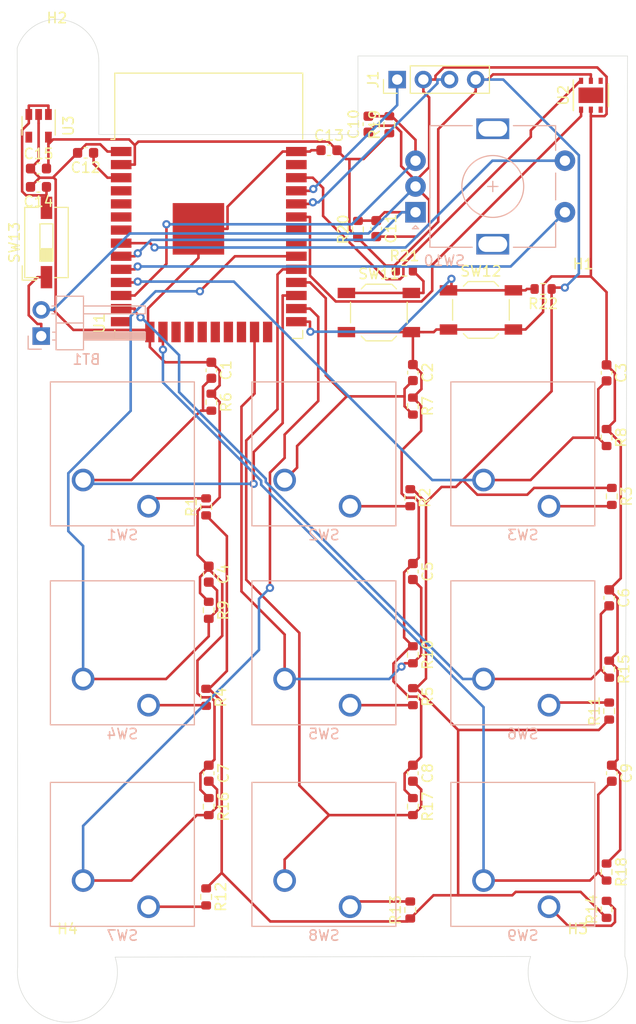
<source format=kicad_pcb>
(kicad_pcb (version 20171130) (host pcbnew 5.1.10)

  (general
    (thickness 1.6)
    (drawings 11)
    (tracks 469)
    (zones 0)
    (modules 59)
    (nets 53)
  )

  (page A4)
  (layers
    (0 F.Cu signal)
    (31 B.Cu signal)
    (32 B.Adhes user)
    (33 F.Adhes user)
    (34 B.Paste user)
    (35 F.Paste user)
    (36 B.SilkS user)
    (37 F.SilkS user)
    (38 B.Mask user)
    (39 F.Mask user)
    (40 Dwgs.User user)
    (41 Cmts.User user)
    (42 Eco1.User user)
    (43 Eco2.User user)
    (44 Edge.Cuts user)
    (45 Margin user)
    (46 B.CrtYd user)
    (47 F.CrtYd user)
    (48 B.Fab user)
    (49 F.Fab user)
  )

  (setup
    (last_trace_width 0.25)
    (trace_clearance 0.2)
    (zone_clearance 0.508)
    (zone_45_only no)
    (trace_min 0.2)
    (via_size 0.8)
    (via_drill 0.4)
    (via_min_size 0.4)
    (via_min_drill 0.3)
    (uvia_size 0.3)
    (uvia_drill 0.1)
    (uvias_allowed no)
    (uvia_min_size 0.2)
    (uvia_min_drill 0.1)
    (edge_width 0.05)
    (segment_width 0.2)
    (pcb_text_width 0.3)
    (pcb_text_size 1.5 1.5)
    (mod_edge_width 0.12)
    (mod_text_size 1 1)
    (mod_text_width 0.15)
    (pad_size 1.524 1.524)
    (pad_drill 0.762)
    (pad_to_mask_clearance 0)
    (aux_axis_origin 0 0)
    (visible_elements FFFFFF7F)
    (pcbplotparams
      (layerselection 0x010fc_ffffffff)
      (usegerberextensions false)
      (usegerberattributes true)
      (usegerberadvancedattributes true)
      (creategerberjobfile true)
      (excludeedgelayer true)
      (linewidth 0.100000)
      (plotframeref false)
      (viasonmask false)
      (mode 1)
      (useauxorigin false)
      (hpglpennumber 1)
      (hpglpenspeed 20)
      (hpglpendiameter 15.000000)
      (psnegative false)
      (psa4output false)
      (plotreference true)
      (plotvalue true)
      (plotinvisibletext false)
      (padsonsilk false)
      (subtractmaskfromsilk false)
      (outputformat 1)
      (mirror false)
      (drillshape 0)
      (scaleselection 1)
      (outputdirectory "Production"))
  )

  (net 0 "")
  (net 1 GND)
  (net 2 "Net-(BT1-Pad1)")
  (net 3 GPIO27)
  (net 4 GPIO33)
  (net 5 ENABLE)
  (net 6 VCC)
  (net 7 "Net-(C14-Pad1)")
  (net 8 /RX)
  (net 9 /TX)
  (net 10 "Net-(R1-Pad2)")
  (net 11 "Net-(R2-Pad2)")
  (net 12 "Net-(R3-Pad2)")
  (net 13 "Net-(R4-Pad2)")
  (net 14 "Net-(R5-Pad2)")
  (net 15 GPIO16)
  (net 16 GPIO17)
  (net 17 GPIO26)
  (net 18 GPIO18)
  (net 19 GPIO15)
  (net 20 "Net-(R11-Pad2)")
  (net 21 "Net-(R12-Pad2)")
  (net 22 "Net-(R13-Pad2)")
  (net 23 "Net-(R14-Pad2)")
  (net 24 GPIO14)
  (net 25 GPIO4)
  (net 26 GPIO5)
  (net 27 GPIO13)
  (net 28 "Net-(R21-Pad2)")
  (net 29 BOOTMODE)
  (net 30 GPIO25)
  (net 31 GPIO32)
  (net 32 "Net-(U1-Pad37)")
  (net 33 "Net-(U1-Pad32)")
  (net 34 "Net-(U1-Pad31)")
  (net 35 "Net-(U1-Pad24)")
  (net 36 "Net-(U1-Pad22)")
  (net 37 "Net-(U1-Pad21)")
  (net 38 "Net-(U1-Pad20)")
  (net 39 "Net-(U1-Pad19)")
  (net 40 "Net-(U1-Pad18)")
  (net 41 "Net-(U1-Pad17)")
  (net 42 "Net-(U1-Pad14)")
  (net 43 "Net-(U1-Pad7)")
  (net 44 "Net-(U1-Pad6)")
  (net 45 "Net-(U1-Pad5)")
  (net 46 "Net-(U1-Pad4)")
  (net 47 "Net-(U2-Pad7)")
  (net 48 "Net-(U2-Pad4)")
  (net 49 "Net-(U2-Pad3)")
  (net 50 "Net-(U3-Pad4)")
  (net 51 scl)
  (net 52 sda)

  (net_class Default "This is the default net class."
    (clearance 0.2)
    (trace_width 0.25)
    (via_dia 0.8)
    (via_drill 0.4)
    (uvia_dia 0.3)
    (uvia_drill 0.1)
    (add_net /RX)
    (add_net /TX)
    (add_net BOOTMODE)
    (add_net ENABLE)
    (add_net GND)
    (add_net GPIO13)
    (add_net GPIO14)
    (add_net GPIO15)
    (add_net GPIO16)
    (add_net GPIO17)
    (add_net GPIO18)
    (add_net GPIO25)
    (add_net GPIO26)
    (add_net GPIO27)
    (add_net GPIO32)
    (add_net GPIO33)
    (add_net GPIO4)
    (add_net GPIO5)
    (add_net "Net-(BT1-Pad1)")
    (add_net "Net-(C14-Pad1)")
    (add_net "Net-(R1-Pad2)")
    (add_net "Net-(R11-Pad2)")
    (add_net "Net-(R12-Pad2)")
    (add_net "Net-(R13-Pad2)")
    (add_net "Net-(R14-Pad2)")
    (add_net "Net-(R2-Pad2)")
    (add_net "Net-(R21-Pad2)")
    (add_net "Net-(R3-Pad2)")
    (add_net "Net-(R4-Pad2)")
    (add_net "Net-(R5-Pad2)")
    (add_net "Net-(U1-Pad14)")
    (add_net "Net-(U1-Pad17)")
    (add_net "Net-(U1-Pad18)")
    (add_net "Net-(U1-Pad19)")
    (add_net "Net-(U1-Pad20)")
    (add_net "Net-(U1-Pad21)")
    (add_net "Net-(U1-Pad22)")
    (add_net "Net-(U1-Pad24)")
    (add_net "Net-(U1-Pad31)")
    (add_net "Net-(U1-Pad32)")
    (add_net "Net-(U1-Pad37)")
    (add_net "Net-(U1-Pad4)")
    (add_net "Net-(U1-Pad5)")
    (add_net "Net-(U1-Pad6)")
    (add_net "Net-(U1-Pad7)")
    (add_net "Net-(U2-Pad3)")
    (add_net "Net-(U2-Pad4)")
    (add_net "Net-(U2-Pad7)")
    (add_net "Net-(U3-Pad4)")
    (add_net VCC)
    (add_net scl)
    (add_net sda)
  )

  (module Package_SON:Texas_PWSON-N6 (layer F.Cu) (tedit 5A15BFB4) (tstamp 60966776)
    (at 194.31 28.956 90)
    (descr "Plastic Small Outline No-Lead http://www.ti.com/lit/ml/mpds176e/mpds176e.pdf")
    (tags "Plastic Small Outline No-Lead")
    (path /6096BC6A)
    (attr smd)
    (fp_text reference U2 (at 0 -2.67 90) (layer F.SilkS)
      (effects (font (size 1 1) (thickness 0.15)))
    )
    (fp_text value HDC1080 (at 0 2.725 90) (layer F.Fab)
      (effects (font (size 1 1) (thickness 0.15)))
    )
    (fp_text user %R (at 0 0 90) (layer F.Fab)
      (effects (font (size 0.5 0.5) (thickness 0.1)))
    )
    (fp_line (start 1.475 -1.7) (end -1.475 -1.7) (layer F.SilkS) (width 0.15))
    (fp_line (start 1.1 1.7) (end -1.1 1.7) (layer F.SilkS) (width 0.15))
    (fp_line (start 1.475 -1.5) (end -0.825 -1.5) (layer F.Fab) (width 0.15))
    (fp_line (start -1.475 1.5) (end -1.475 -0.75) (layer F.Fab) (width 0.15))
    (fp_line (start -1.475 -0.75) (end -0.825 -1.5) (layer F.Fab) (width 0.15))
    (fp_line (start 1.98 1.85) (end 1.98 -1.85) (layer F.CrtYd) (width 0.05))
    (fp_line (start -1.98 1.85) (end 1.98 1.85) (layer F.CrtYd) (width 0.05))
    (fp_line (start -1.98 1.85) (end -1.98 -1.85) (layer F.CrtYd) (width 0.05))
    (fp_line (start -1.98 -1.86) (end 1.98 -1.86) (layer F.CrtYd) (width 0.05))
    (fp_line (start 1.475 1.5) (end -1.475 1.5) (layer F.Fab) (width 0.15))
    (fp_line (start 1.475 -1.5) (end 1.475 1.5) (layer F.Fab) (width 0.15))
    (pad 6 smd rect (at 1.4 -0.95 90) (size 0.6 0.4) (layers F.Cu F.Paste F.Mask)
      (net 51 scl))
    (pad 5 smd rect (at 1.4 0 90) (size 0.6 0.4) (layers F.Cu F.Paste F.Mask)
      (net 6 VCC))
    (pad 4 smd rect (at 1.4 0.95 90) (size 0.6 0.4) (layers F.Cu F.Paste F.Mask)
      (net 48 "Net-(U2-Pad4)"))
    (pad 3 smd rect (at -1.4 0.95 90) (size 0.6 0.4) (layers F.Cu F.Paste F.Mask)
      (net 49 "Net-(U2-Pad3)"))
    (pad 2 smd rect (at -1.4 0 90) (size 0.6 0.4) (layers F.Cu F.Paste F.Mask)
      (net 1 GND))
    (pad 1 smd rect (at -1.4 -0.95 90) (size 0.6 0.4) (layers F.Cu F.Paste F.Mask)
      (net 52 sda))
    (pad 7 smd rect (at 0 0 90) (size 1.5 2.4) (layers F.Cu F.Paste F.Mask)
      (net 47 "Net-(U2-Pad7)"))
    (model ${KISYS3DMOD}/Package_SON.3dshapes/Texas_PWSON-N6.wrl
      (at (xyz 0 0 0))
      (scale (xyz 1 1 1))
      (rotate (xyz 0 0 0))
    )
  )

  (module MountingHole:MountingHole_3.2mm_M3 (layer F.Cu) (tedit 56D1B4CB) (tstamp 60960A20)
    (at 143.51 114.046)
    (descr "Mounting Hole 3.2mm, no annular, M3")
    (tags "mounting hole 3.2mm no annular m3")
    (path /60B992E2)
    (attr virtual)
    (fp_text reference H4 (at 0 -4.2) (layer F.SilkS)
      (effects (font (size 1 1) (thickness 0.15)))
    )
    (fp_text value MountingHole (at 0 4.2) (layer F.Fab)
      (effects (font (size 1 1) (thickness 0.15)))
    )
    (fp_circle (center 0 0) (end 3.2 0) (layer Cmts.User) (width 0.15))
    (fp_circle (center 0 0) (end 3.45 0) (layer F.CrtYd) (width 0.05))
    (fp_text user %R (at 0.3 0) (layer F.Fab)
      (effects (font (size 1 1) (thickness 0.15)))
    )
    (pad 1 np_thru_hole circle (at 0 0) (size 3.2 3.2) (drill 3.2) (layers *.Cu *.Mask))
  )

  (module MountingHole:MountingHole_3.2mm_M3 (layer F.Cu) (tedit 56D1B4CB) (tstamp 6095F756)
    (at 193.04 114.046)
    (descr "Mounting Hole 3.2mm, no annular, M3")
    (tags "mounting hole 3.2mm no annular m3")
    (path /60B98813)
    (attr virtual)
    (fp_text reference H3 (at 0 -4.2) (layer F.SilkS)
      (effects (font (size 1 1) (thickness 0.15)))
    )
    (fp_text value MountingHole (at 0 4.2) (layer F.Fab)
      (effects (font (size 1 1) (thickness 0.15)))
    )
    (fp_circle (center 0 0) (end 3.2 0) (layer Cmts.User) (width 0.15))
    (fp_circle (center 0 0) (end 3.45 0) (layer F.CrtYd) (width 0.05))
    (fp_text user %R (at 0.3 0) (layer F.Fab)
      (effects (font (size 1 1) (thickness 0.15)))
    )
    (pad 1 np_thru_hole circle (at 0 0) (size 3.2 3.2) (drill 3.2) (layers *.Cu *.Mask))
  )

  (module MountingHole:MountingHole_3.2mm_M3 (layer F.Cu) (tedit 56D1B4CB) (tstamp 6095F74E)
    (at 142.494 25.654)
    (descr "Mounting Hole 3.2mm, no annular, M3")
    (tags "mounting hole 3.2mm no annular m3")
    (path /60B9810D)
    (attr virtual)
    (fp_text reference H2 (at 0 -4.2) (layer F.SilkS)
      (effects (font (size 1 1) (thickness 0.15)))
    )
    (fp_text value MountingHole (at 0 4.2) (layer F.Fab)
      (effects (font (size 1 1) (thickness 0.15)))
    )
    (fp_circle (center 0 0) (end 3.2 0) (layer Cmts.User) (width 0.15))
    (fp_circle (center 0 0) (end 3.45 0) (layer F.CrtYd) (width 0.05))
    (fp_text user %R (at 0.3 0) (layer F.Fab)
      (effects (font (size 1 1) (thickness 0.15)))
    )
    (pad 1 np_thru_hole circle (at 0 0) (size 3.2 3.2) (drill 3.2) (layers *.Cu *.Mask))
  )

  (module MountingHole:MountingHole_3.2mm_M3 (layer F.Cu) (tedit 56D1B4CB) (tstamp 6095F746)
    (at 193.548 49.53)
    (descr "Mounting Hole 3.2mm, no annular, M3")
    (tags "mounting hole 3.2mm no annular m3")
    (path /60B98C1E)
    (attr virtual)
    (fp_text reference H1 (at 0 -4.2) (layer F.SilkS)
      (effects (font (size 1 1) (thickness 0.15)))
    )
    (fp_text value MountingHole (at 0 4.2) (layer F.Fab)
      (effects (font (size 1 1) (thickness 0.15)))
    )
    (fp_circle (center 0 0) (end 3.2 0) (layer Cmts.User) (width 0.15))
    (fp_circle (center 0 0) (end 3.45 0) (layer F.CrtYd) (width 0.05))
    (fp_text user %R (at 0.3 0) (layer F.Fab)
      (effects (font (size 1 1) (thickness 0.15)))
    )
    (pad 1 np_thru_hole circle (at 0 0) (size 3.2 3.2) (drill 3.2) (layers *.Cu *.Mask))
  )

  (module Package_TO_SOT_SMD:SOT-23-5 (layer F.Cu) (tedit 5A02FF57) (tstamp 60957710)
    (at 140.716 31.92 270)
    (descr "5-pin SOT23 package")
    (tags SOT-23-5)
    (path /60A7F5FA)
    (attr smd)
    (fp_text reference U3 (at 0 -2.9 90) (layer F.SilkS)
      (effects (font (size 1 1) (thickness 0.15)))
    )
    (fp_text value AP2112K-3.3 (at 0 2.9 90) (layer F.Fab)
      (effects (font (size 1 1) (thickness 0.15)))
    )
    (fp_line (start -0.9 1.61) (end 0.9 1.61) (layer F.SilkS) (width 0.12))
    (fp_line (start 0.9 -1.61) (end -1.55 -1.61) (layer F.SilkS) (width 0.12))
    (fp_line (start -1.9 -1.8) (end 1.9 -1.8) (layer F.CrtYd) (width 0.05))
    (fp_line (start 1.9 -1.8) (end 1.9 1.8) (layer F.CrtYd) (width 0.05))
    (fp_line (start 1.9 1.8) (end -1.9 1.8) (layer F.CrtYd) (width 0.05))
    (fp_line (start -1.9 1.8) (end -1.9 -1.8) (layer F.CrtYd) (width 0.05))
    (fp_line (start -0.9 -0.9) (end -0.25 -1.55) (layer F.Fab) (width 0.1))
    (fp_line (start 0.9 -1.55) (end -0.25 -1.55) (layer F.Fab) (width 0.1))
    (fp_line (start -0.9 -0.9) (end -0.9 1.55) (layer F.Fab) (width 0.1))
    (fp_line (start 0.9 1.55) (end -0.9 1.55) (layer F.Fab) (width 0.1))
    (fp_line (start 0.9 -1.55) (end 0.9 1.55) (layer F.Fab) (width 0.1))
    (fp_text user %R (at 0 0) (layer F.Fab)
      (effects (font (size 0.5 0.5) (thickness 0.075)))
    )
    (pad 5 smd rect (at 1.1 -0.95 270) (size 1.06 0.65) (layers F.Cu F.Paste F.Mask)
      (net 6 VCC))
    (pad 4 smd rect (at 1.1 0.95 270) (size 1.06 0.65) (layers F.Cu F.Paste F.Mask)
      (net 50 "Net-(U3-Pad4)"))
    (pad 3 smd rect (at -1.1 0.95 270) (size 1.06 0.65) (layers F.Cu F.Paste F.Mask)
      (net 7 "Net-(C14-Pad1)"))
    (pad 2 smd rect (at -1.1 0 270) (size 1.06 0.65) (layers F.Cu F.Paste F.Mask)
      (net 1 GND))
    (pad 1 smd rect (at -1.1 -0.95 270) (size 1.06 0.65) (layers F.Cu F.Paste F.Mask)
      (net 7 "Net-(C14-Pad1)"))
    (model ${KISYS3DMOD}/Package_TO_SOT_SMD.3dshapes/SOT-23-5.wrl
      (at (xyz 0 0 0))
      (scale (xyz 1 1 1))
      (rotate (xyz 0 0 0))
    )
  )

  (module RF_Module:ESP32-WROOM-32 (layer F.Cu) (tedit 5B5B4654) (tstamp 609576E0)
    (at 157.226 42.672)
    (descr "Single 2.4 GHz Wi-Fi and Bluetooth combo chip https://www.espressif.com/sites/default/files/documentation/esp32-wroom-32_datasheet_en.pdf")
    (tags "Single 2.4 GHz Wi-Fi and Bluetooth combo  chip")
    (path /6094E32B)
    (attr smd)
    (fp_text reference U1 (at -10.61 8.43 90) (layer F.SilkS)
      (effects (font (size 1 1) (thickness 0.15)))
    )
    (fp_text value ESP32-WROOM-32D (at 0 11.5) (layer F.Fab)
      (effects (font (size 1 1) (thickness 0.15)))
    )
    (fp_line (start -14 -9.97) (end -14 -20.75) (layer Dwgs.User) (width 0.1))
    (fp_line (start 9 9.76) (end 9 -15.745) (layer F.Fab) (width 0.1))
    (fp_line (start -9 9.76) (end 9 9.76) (layer F.Fab) (width 0.1))
    (fp_line (start -9 -15.745) (end -9 -10.02) (layer F.Fab) (width 0.1))
    (fp_line (start -9 -15.745) (end 9 -15.745) (layer F.Fab) (width 0.1))
    (fp_line (start -9.75 10.5) (end -9.75 -9.72) (layer F.CrtYd) (width 0.05))
    (fp_line (start -9.75 10.5) (end 9.75 10.5) (layer F.CrtYd) (width 0.05))
    (fp_line (start 9.75 -9.72) (end 9.75 10.5) (layer F.CrtYd) (width 0.05))
    (fp_line (start -14.25 -21) (end 14.25 -21) (layer F.CrtYd) (width 0.05))
    (fp_line (start -9 -9.02) (end -9 9.76) (layer F.Fab) (width 0.1))
    (fp_line (start -8.5 -9.52) (end -9 -10.02) (layer F.Fab) (width 0.1))
    (fp_line (start -9 -9.02) (end -8.5 -9.52) (layer F.Fab) (width 0.1))
    (fp_line (start 14 -9.97) (end -14 -9.97) (layer Dwgs.User) (width 0.1))
    (fp_line (start 14 -9.97) (end 14 -20.75) (layer Dwgs.User) (width 0.1))
    (fp_line (start 14 -20.75) (end -14 -20.75) (layer Dwgs.User) (width 0.1))
    (fp_line (start -14.25 -21) (end -14.25 -9.72) (layer F.CrtYd) (width 0.05))
    (fp_line (start 14.25 -21) (end 14.25 -9.72) (layer F.CrtYd) (width 0.05))
    (fp_line (start -14.25 -9.72) (end -9.75 -9.72) (layer F.CrtYd) (width 0.05))
    (fp_line (start 9.75 -9.72) (end 14.25 -9.72) (layer F.CrtYd) (width 0.05))
    (fp_line (start -12.525 -20.75) (end -14 -19.66) (layer Dwgs.User) (width 0.1))
    (fp_line (start -10.525 -20.75) (end -14 -18.045) (layer Dwgs.User) (width 0.1))
    (fp_line (start -8.525 -20.75) (end -14 -16.43) (layer Dwgs.User) (width 0.1))
    (fp_line (start -6.525 -20.75) (end -14 -14.815) (layer Dwgs.User) (width 0.1))
    (fp_line (start -4.525 -20.75) (end -14 -13.2) (layer Dwgs.User) (width 0.1))
    (fp_line (start -2.525 -20.75) (end -14 -11.585) (layer Dwgs.User) (width 0.1))
    (fp_line (start -0.525 -20.75) (end -14 -9.97) (layer Dwgs.User) (width 0.1))
    (fp_line (start 1.475 -20.75) (end -12 -9.97) (layer Dwgs.User) (width 0.1))
    (fp_line (start 3.475 -20.75) (end -10 -9.97) (layer Dwgs.User) (width 0.1))
    (fp_line (start -8 -9.97) (end 5.475 -20.75) (layer Dwgs.User) (width 0.1))
    (fp_line (start 7.475 -20.75) (end -6 -9.97) (layer Dwgs.User) (width 0.1))
    (fp_line (start 9.475 -20.75) (end -4 -9.97) (layer Dwgs.User) (width 0.1))
    (fp_line (start 11.475 -20.75) (end -2 -9.97) (layer Dwgs.User) (width 0.1))
    (fp_line (start 13.475 -20.75) (end 0 -9.97) (layer Dwgs.User) (width 0.1))
    (fp_line (start 14 -19.66) (end 2 -9.97) (layer Dwgs.User) (width 0.1))
    (fp_line (start 14 -18.045) (end 4 -9.97) (layer Dwgs.User) (width 0.1))
    (fp_line (start 14 -16.43) (end 6 -9.97) (layer Dwgs.User) (width 0.1))
    (fp_line (start 14 -14.815) (end 8 -9.97) (layer Dwgs.User) (width 0.1))
    (fp_line (start 14 -13.2) (end 10 -9.97) (layer Dwgs.User) (width 0.1))
    (fp_line (start 14 -11.585) (end 12 -9.97) (layer Dwgs.User) (width 0.1))
    (fp_line (start 9.2 -13.875) (end 13.8 -13.875) (layer Cmts.User) (width 0.1))
    (fp_line (start 13.8 -13.875) (end 13.6 -14.075) (layer Cmts.User) (width 0.1))
    (fp_line (start 13.8 -13.875) (end 13.6 -13.675) (layer Cmts.User) (width 0.1))
    (fp_line (start 9.2 -13.875) (end 9.4 -14.075) (layer Cmts.User) (width 0.1))
    (fp_line (start 9.2 -13.875) (end 9.4 -13.675) (layer Cmts.User) (width 0.1))
    (fp_line (start -13.8 -13.875) (end -13.6 -14.075) (layer Cmts.User) (width 0.1))
    (fp_line (start -13.8 -13.875) (end -13.6 -13.675) (layer Cmts.User) (width 0.1))
    (fp_line (start -9.2 -13.875) (end -9.4 -13.675) (layer Cmts.User) (width 0.1))
    (fp_line (start -13.8 -13.875) (end -9.2 -13.875) (layer Cmts.User) (width 0.1))
    (fp_line (start -9.2 -13.875) (end -9.4 -14.075) (layer Cmts.User) (width 0.1))
    (fp_line (start 8.4 -16) (end 8.2 -16.2) (layer Cmts.User) (width 0.1))
    (fp_line (start 8.4 -16) (end 8.6 -16.2) (layer Cmts.User) (width 0.1))
    (fp_line (start 8.4 -20.6) (end 8.6 -20.4) (layer Cmts.User) (width 0.1))
    (fp_line (start 8.4 -16) (end 8.4 -20.6) (layer Cmts.User) (width 0.1))
    (fp_line (start 8.4 -20.6) (end 8.2 -20.4) (layer Cmts.User) (width 0.1))
    (fp_line (start -9.12 9.1) (end -9.12 9.88) (layer F.SilkS) (width 0.12))
    (fp_line (start -9.12 9.88) (end -8.12 9.88) (layer F.SilkS) (width 0.12))
    (fp_line (start 9.12 9.1) (end 9.12 9.88) (layer F.SilkS) (width 0.12))
    (fp_line (start 9.12 9.88) (end 8.12 9.88) (layer F.SilkS) (width 0.12))
    (fp_line (start -9.12 -15.865) (end 9.12 -15.865) (layer F.SilkS) (width 0.12))
    (fp_line (start 9.12 -15.865) (end 9.12 -9.445) (layer F.SilkS) (width 0.12))
    (fp_line (start -9.12 -15.865) (end -9.12 -9.445) (layer F.SilkS) (width 0.12))
    (fp_line (start -9.12 -9.445) (end -9.5 -9.445) (layer F.SilkS) (width 0.12))
    (fp_text user "5 mm" (at 7.8 -19.075 90) (layer Cmts.User)
      (effects (font (size 0.5 0.5) (thickness 0.1)))
    )
    (fp_text user "5 mm" (at -11.2 -14.375) (layer Cmts.User)
      (effects (font (size 0.5 0.5) (thickness 0.1)))
    )
    (fp_text user "5 mm" (at 11.8 -14.375) (layer Cmts.User)
      (effects (font (size 0.5 0.5) (thickness 0.1)))
    )
    (fp_text user Antenna (at 0 -13) (layer Cmts.User)
      (effects (font (size 1 1) (thickness 0.15)))
    )
    (fp_text user "KEEP-OUT ZONE" (at 0 -19) (layer Cmts.User)
      (effects (font (size 1 1) (thickness 0.15)))
    )
    (fp_text user %R (at 0 0) (layer F.Fab)
      (effects (font (size 1 1) (thickness 0.15)))
    )
    (pad 38 smd rect (at 8.5 -8.255) (size 2 0.9) (layers F.Cu F.Paste F.Mask)
      (net 1 GND))
    (pad 37 smd rect (at 8.5 -6.985) (size 2 0.9) (layers F.Cu F.Paste F.Mask)
      (net 32 "Net-(U1-Pad37)"))
    (pad 36 smd rect (at 8.5 -5.715) (size 2 0.9) (layers F.Cu F.Paste F.Mask)
      (net 51 scl))
    (pad 35 smd rect (at 8.5 -4.445) (size 2 0.9) (layers F.Cu F.Paste F.Mask)
      (net 9 /TX))
    (pad 34 smd rect (at 8.5 -3.175) (size 2 0.9) (layers F.Cu F.Paste F.Mask)
      (net 8 /RX))
    (pad 33 smd rect (at 8.5 -1.905) (size 2 0.9) (layers F.Cu F.Paste F.Mask)
      (net 52 sda))
    (pad 32 smd rect (at 8.5 -0.635) (size 2 0.9) (layers F.Cu F.Paste F.Mask)
      (net 33 "Net-(U1-Pad32)"))
    (pad 31 smd rect (at 8.5 0.635) (size 2 0.9) (layers F.Cu F.Paste F.Mask)
      (net 34 "Net-(U1-Pad31)"))
    (pad 30 smd rect (at 8.5 1.905) (size 2 0.9) (layers F.Cu F.Paste F.Mask)
      (net 18 GPIO18))
    (pad 29 smd rect (at 8.5 3.175) (size 2 0.9) (layers F.Cu F.Paste F.Mask)
      (net 26 GPIO5))
    (pad 28 smd rect (at 8.5 4.445) (size 2 0.9) (layers F.Cu F.Paste F.Mask)
      (net 16 GPIO17))
    (pad 27 smd rect (at 8.5 5.715) (size 2 0.9) (layers F.Cu F.Paste F.Mask)
      (net 15 GPIO16))
    (pad 26 smd rect (at 8.5 6.985) (size 2 0.9) (layers F.Cu F.Paste F.Mask)
      (net 25 GPIO4))
    (pad 25 smd rect (at 8.5 8.255) (size 2 0.9) (layers F.Cu F.Paste F.Mask)
      (net 29 BOOTMODE))
    (pad 24 smd rect (at 5.715 9.255 90) (size 2 0.9) (layers F.Cu F.Paste F.Mask)
      (net 35 "Net-(U1-Pad24)"))
    (pad 23 smd rect (at 4.445 9.255 90) (size 2 0.9) (layers F.Cu F.Paste F.Mask)
      (net 19 GPIO15))
    (pad 22 smd rect (at 3.175 9.255 90) (size 2 0.9) (layers F.Cu F.Paste F.Mask)
      (net 36 "Net-(U1-Pad22)"))
    (pad 21 smd rect (at 1.905 9.255 90) (size 2 0.9) (layers F.Cu F.Paste F.Mask)
      (net 37 "Net-(U1-Pad21)"))
    (pad 20 smd rect (at 0.635 9.255 90) (size 2 0.9) (layers F.Cu F.Paste F.Mask)
      (net 38 "Net-(U1-Pad20)"))
    (pad 19 smd rect (at -0.635 9.255 90) (size 2 0.9) (layers F.Cu F.Paste F.Mask)
      (net 39 "Net-(U1-Pad19)"))
    (pad 18 smd rect (at -1.905 9.255 90) (size 2 0.9) (layers F.Cu F.Paste F.Mask)
      (net 40 "Net-(U1-Pad18)"))
    (pad 17 smd rect (at -3.175 9.255 90) (size 2 0.9) (layers F.Cu F.Paste F.Mask)
      (net 41 "Net-(U1-Pad17)"))
    (pad 16 smd rect (at -4.445 9.255 90) (size 2 0.9) (layers F.Cu F.Paste F.Mask)
      (net 27 GPIO13))
    (pad 15 smd rect (at -5.715 9.255 90) (size 2 0.9) (layers F.Cu F.Paste F.Mask)
      (net 1 GND))
    (pad 14 smd rect (at -8.5 8.255) (size 2 0.9) (layers F.Cu F.Paste F.Mask)
      (net 42 "Net-(U1-Pad14)"))
    (pad 13 smd rect (at -8.5 6.985) (size 2 0.9) (layers F.Cu F.Paste F.Mask)
      (net 24 GPIO14))
    (pad 12 smd rect (at -8.5 5.715) (size 2 0.9) (layers F.Cu F.Paste F.Mask)
      (net 3 GPIO27))
    (pad 11 smd rect (at -8.5 4.445) (size 2 0.9) (layers F.Cu F.Paste F.Mask)
      (net 17 GPIO26))
    (pad 10 smd rect (at -8.5 3.175) (size 2 0.9) (layers F.Cu F.Paste F.Mask)
      (net 30 GPIO25))
    (pad 9 smd rect (at -8.5 1.905) (size 2 0.9) (layers F.Cu F.Paste F.Mask)
      (net 4 GPIO33))
    (pad 8 smd rect (at -8.5 0.635) (size 2 0.9) (layers F.Cu F.Paste F.Mask)
      (net 31 GPIO32))
    (pad 7 smd rect (at -8.5 -0.635) (size 2 0.9) (layers F.Cu F.Paste F.Mask)
      (net 43 "Net-(U1-Pad7)"))
    (pad 6 smd rect (at -8.5 -1.905) (size 2 0.9) (layers F.Cu F.Paste F.Mask)
      (net 44 "Net-(U1-Pad6)"))
    (pad 5 smd rect (at -8.5 -3.175) (size 2 0.9) (layers F.Cu F.Paste F.Mask)
      (net 45 "Net-(U1-Pad5)"))
    (pad 4 smd rect (at -8.5 -4.445) (size 2 0.9) (layers F.Cu F.Paste F.Mask)
      (net 46 "Net-(U1-Pad4)"))
    (pad 3 smd rect (at -8.5 -5.715) (size 2 0.9) (layers F.Cu F.Paste F.Mask)
      (net 5 ENABLE))
    (pad 2 smd rect (at -8.5 -6.985) (size 2 0.9) (layers F.Cu F.Paste F.Mask)
      (net 6 VCC))
    (pad 1 smd rect (at -8.5 -8.255) (size 2 0.9) (layers F.Cu F.Paste F.Mask)
      (net 1 GND))
    (pad 39 smd rect (at -1 -0.755) (size 5 5) (layers F.Cu F.Paste F.Mask)
      (net 1 GND))
    (model ${KISYS3DMOD}/RF_Module.3dshapes/ESP32-WROOM-32.wrl
      (at (xyz 0 0 0))
      (scale (xyz 1 1 1))
      (rotate (xyz 0 0 0))
    )
  )

  (module Button_Switch_SMD:SW_DIP_SPSTx01_Slide_6.7x4.1mm_W6.73mm_P2.54mm_LowProfile_JPin (layer F.Cu) (tedit 5A4E1404) (tstamp 60957671)
    (at 141.478 43.243 90)
    (descr "SMD 1x-dip-switch SPST , Slide, row spacing 6.73 mm (264 mils), body size 6.7x4.1mm (see e.g. https://www.ctscorp.com/wp-content/uploads/219.pdf), SMD, LowProfile, JPin")
    (tags "SMD DIP Switch SPST Slide 6.73mm 264mil SMD LowProfile JPin")
    (path /60AAE3A8)
    (attr smd)
    (fp_text reference SW13 (at 0 -3.11 90) (layer F.SilkS)
      (effects (font (size 1 1) (thickness 0.15)))
    )
    (fp_text value SW_DIP_x01 (at 0 3.11 90) (layer F.Fab)
      (effects (font (size 1 1) (thickness 0.15)))
    )
    (fp_line (start -2.35 -2.05) (end 3.35 -2.05) (layer F.Fab) (width 0.1))
    (fp_line (start 3.35 -2.05) (end 3.35 2.05) (layer F.Fab) (width 0.1))
    (fp_line (start 3.35 2.05) (end -3.35 2.05) (layer F.Fab) (width 0.1))
    (fp_line (start -3.35 2.05) (end -3.35 -1.05) (layer F.Fab) (width 0.1))
    (fp_line (start -3.35 -1.05) (end -2.35 -2.05) (layer F.Fab) (width 0.1))
    (fp_line (start -1.81 -0.635) (end -1.81 0.635) (layer F.Fab) (width 0.1))
    (fp_line (start -1.81 0.635) (end 1.81 0.635) (layer F.Fab) (width 0.1))
    (fp_line (start 1.81 0.635) (end 1.81 -0.635) (layer F.Fab) (width 0.1))
    (fp_line (start 1.81 -0.635) (end -1.81 -0.635) (layer F.Fab) (width 0.1))
    (fp_line (start -1.81 -0.535) (end -0.603333 -0.535) (layer F.Fab) (width 0.1))
    (fp_line (start -1.81 -0.435) (end -0.603333 -0.435) (layer F.Fab) (width 0.1))
    (fp_line (start -1.81 -0.335) (end -0.603333 -0.335) (layer F.Fab) (width 0.1))
    (fp_line (start -1.81 -0.235) (end -0.603333 -0.235) (layer F.Fab) (width 0.1))
    (fp_line (start -1.81 -0.135) (end -0.603333 -0.135) (layer F.Fab) (width 0.1))
    (fp_line (start -1.81 -0.035) (end -0.603333 -0.035) (layer F.Fab) (width 0.1))
    (fp_line (start -1.81 0.065) (end -0.603333 0.065) (layer F.Fab) (width 0.1))
    (fp_line (start -1.81 0.165) (end -0.603333 0.165) (layer F.Fab) (width 0.1))
    (fp_line (start -1.81 0.265) (end -0.603333 0.265) (layer F.Fab) (width 0.1))
    (fp_line (start -1.81 0.365) (end -0.603333 0.365) (layer F.Fab) (width 0.1))
    (fp_line (start -1.81 0.465) (end -0.603333 0.465) (layer F.Fab) (width 0.1))
    (fp_line (start -1.81 0.565) (end -0.603333 0.565) (layer F.Fab) (width 0.1))
    (fp_line (start -0.603333 -0.635) (end -0.603333 0.635) (layer F.Fab) (width 0.1))
    (fp_line (start -3.41 -2.11) (end 3.41 -2.11) (layer F.SilkS) (width 0.12))
    (fp_line (start -3.41 2.11) (end 3.41 2.11) (layer F.SilkS) (width 0.12))
    (fp_line (start -3.41 -2.11) (end -3.41 -0.8) (layer F.SilkS) (width 0.12))
    (fp_line (start -3.41 0.8) (end -3.41 2.11) (layer F.SilkS) (width 0.12))
    (fp_line (start 3.41 -2.11) (end 3.41 -0.8) (layer F.SilkS) (width 0.12))
    (fp_line (start 3.41 0.8) (end 3.41 2.11) (layer F.SilkS) (width 0.12))
    (fp_line (start -3.65 -2.35) (end -2.267 -2.35) (layer F.SilkS) (width 0.12))
    (fp_line (start -3.65 -2.35) (end -3.65 -0.967) (layer F.SilkS) (width 0.12))
    (fp_line (start -1.81 -0.635) (end -1.81 0.635) (layer F.SilkS) (width 0.12))
    (fp_line (start -1.81 0.635) (end 1.81 0.635) (layer F.SilkS) (width 0.12))
    (fp_line (start 1.81 0.635) (end 1.81 -0.635) (layer F.SilkS) (width 0.12))
    (fp_line (start 1.81 -0.635) (end -1.81 -0.635) (layer F.SilkS) (width 0.12))
    (fp_line (start -1.81 -0.515) (end -0.603333 -0.515) (layer F.SilkS) (width 0.12))
    (fp_line (start -1.81 -0.395) (end -0.603333 -0.395) (layer F.SilkS) (width 0.12))
    (fp_line (start -1.81 -0.275) (end -0.603333 -0.275) (layer F.SilkS) (width 0.12))
    (fp_line (start -1.81 -0.155) (end -0.603333 -0.155) (layer F.SilkS) (width 0.12))
    (fp_line (start -1.81 -0.035) (end -0.603333 -0.035) (layer F.SilkS) (width 0.12))
    (fp_line (start -1.81 0.085) (end -0.603333 0.085) (layer F.SilkS) (width 0.12))
    (fp_line (start -1.81 0.205) (end -0.603333 0.205) (layer F.SilkS) (width 0.12))
    (fp_line (start -1.81 0.325) (end -0.603333 0.325) (layer F.SilkS) (width 0.12))
    (fp_line (start -1.81 0.445) (end -0.603333 0.445) (layer F.SilkS) (width 0.12))
    (fp_line (start -1.81 0.565) (end -0.603333 0.565) (layer F.SilkS) (width 0.12))
    (fp_line (start -0.603333 -0.635) (end -0.603333 0.635) (layer F.SilkS) (width 0.12))
    (fp_line (start -4.7 -2.4) (end -4.7 2.4) (layer F.CrtYd) (width 0.05))
    (fp_line (start -4.7 2.4) (end 4.7 2.4) (layer F.CrtYd) (width 0.05))
    (fp_line (start 4.7 2.4) (end 4.7 -2.4) (layer F.CrtYd) (width 0.05))
    (fp_line (start 4.7 -2.4) (end -4.7 -2.4) (layer F.CrtYd) (width 0.05))
    (fp_text user on (at 0.8975 -1.3425 90) (layer F.Fab)
      (effects (font (size 0.6 0.6) (thickness 0.09)))
    )
    (fp_text user %R (at 2.58 0) (layer F.Fab)
      (effects (font (size 0.6 0.6) (thickness 0.09)))
    )
    (pad 2 smd rect (at 3.365 0 90) (size 2.16 1.12) (layers F.Cu F.Paste F.Mask)
      (net 7 "Net-(C14-Pad1)"))
    (pad 1 smd rect (at -3.365 0 90) (size 2.16 1.12) (layers F.Cu F.Paste F.Mask)
      (net 2 "Net-(BT1-Pad1)"))
    (model ${KISYS3DMOD}/Button_Switch_SMD.3dshapes/SW_DIP_SPSTx01_Slide_6.7x4.1mm_W6.73mm_P2.54mm_LowProfile_JPin.wrl
      (at (xyz 0 0 0))
      (scale (xyz 1 1 1))
      (rotate (xyz 0 0 90))
    )
  )

  (module Button_Switch_SMD:SW_SPST_TL3342 (layer F.Cu) (tedit 5A02FC95) (tstamp 60957638)
    (at 183.642 49.784)
    (descr "Low-profile SMD Tactile Switch, https://www.e-switch.com/system/asset/product_line/data_sheet/165/TL3342.pdf")
    (tags "SPST Tactile Switch")
    (path /60A2CB05)
    (attr smd)
    (fp_text reference SW12 (at 0 -3.75) (layer F.SilkS)
      (effects (font (size 1 1) (thickness 0.15)))
    )
    (fp_text value SW_BOOTMODE (at 0 3.75) (layer F.Fab)
      (effects (font (size 1 1) (thickness 0.15)))
    )
    (fp_line (start 3.2 2.1) (end 3.2 1.6) (layer F.Fab) (width 0.1))
    (fp_line (start 3.2 -2.1) (end 3.2 -1.6) (layer F.Fab) (width 0.1))
    (fp_line (start -3.2 2.1) (end -3.2 1.6) (layer F.Fab) (width 0.1))
    (fp_line (start -3.2 -2.1) (end -3.2 -1.6) (layer F.Fab) (width 0.1))
    (fp_line (start 2.7 -2.1) (end 2.7 -1.6) (layer F.Fab) (width 0.1))
    (fp_line (start 1.7 -2.1) (end 3.2 -2.1) (layer F.Fab) (width 0.1))
    (fp_line (start 3.2 -1.6) (end 2.2 -1.6) (layer F.Fab) (width 0.1))
    (fp_line (start -2.7 -2.1) (end -2.7 -1.6) (layer F.Fab) (width 0.1))
    (fp_line (start -1.7 -2.1) (end -3.2 -2.1) (layer F.Fab) (width 0.1))
    (fp_line (start -3.2 -1.6) (end -2.2 -1.6) (layer F.Fab) (width 0.1))
    (fp_line (start -2.7 2.1) (end -2.7 1.6) (layer F.Fab) (width 0.1))
    (fp_line (start -3.2 1.6) (end -2.2 1.6) (layer F.Fab) (width 0.1))
    (fp_line (start -1.7 2.1) (end -3.2 2.1) (layer F.Fab) (width 0.1))
    (fp_line (start 1.7 2.1) (end 3.2 2.1) (layer F.Fab) (width 0.1))
    (fp_line (start 2.7 2.1) (end 2.7 1.6) (layer F.Fab) (width 0.1))
    (fp_line (start 3.2 1.6) (end 2.2 1.6) (layer F.Fab) (width 0.1))
    (fp_line (start -1.7 2.3) (end -1.25 2.75) (layer F.SilkS) (width 0.12))
    (fp_line (start 1.7 2.3) (end 1.25 2.75) (layer F.SilkS) (width 0.12))
    (fp_line (start 1.7 -2.3) (end 1.25 -2.75) (layer F.SilkS) (width 0.12))
    (fp_line (start -1.7 -2.3) (end -1.25 -2.75) (layer F.SilkS) (width 0.12))
    (fp_line (start -2 -1) (end -1 -2) (layer F.Fab) (width 0.1))
    (fp_line (start -1 -2) (end 1 -2) (layer F.Fab) (width 0.1))
    (fp_line (start 1 -2) (end 2 -1) (layer F.Fab) (width 0.1))
    (fp_line (start 2 -1) (end 2 1) (layer F.Fab) (width 0.1))
    (fp_line (start 2 1) (end 1 2) (layer F.Fab) (width 0.1))
    (fp_line (start 1 2) (end -1 2) (layer F.Fab) (width 0.1))
    (fp_line (start -1 2) (end -2 1) (layer F.Fab) (width 0.1))
    (fp_line (start -2 1) (end -2 -1) (layer F.Fab) (width 0.1))
    (fp_line (start 2.75 -1) (end 2.75 1) (layer F.SilkS) (width 0.12))
    (fp_line (start -1.25 2.75) (end 1.25 2.75) (layer F.SilkS) (width 0.12))
    (fp_line (start -2.75 -1) (end -2.75 1) (layer F.SilkS) (width 0.12))
    (fp_line (start -1.25 -2.75) (end 1.25 -2.75) (layer F.SilkS) (width 0.12))
    (fp_line (start -2.6 -1.2) (end -2.6 1.2) (layer F.Fab) (width 0.1))
    (fp_line (start -2.6 1.2) (end -1.2 2.6) (layer F.Fab) (width 0.1))
    (fp_line (start -1.2 2.6) (end 1.2 2.6) (layer F.Fab) (width 0.1))
    (fp_line (start 1.2 2.6) (end 2.6 1.2) (layer F.Fab) (width 0.1))
    (fp_line (start 2.6 1.2) (end 2.6 -1.2) (layer F.Fab) (width 0.1))
    (fp_line (start 2.6 -1.2) (end 1.2 -2.6) (layer F.Fab) (width 0.1))
    (fp_line (start 1.2 -2.6) (end -1.2 -2.6) (layer F.Fab) (width 0.1))
    (fp_line (start -1.2 -2.6) (end -2.6 -1.2) (layer F.Fab) (width 0.1))
    (fp_line (start -4.25 -3) (end 4.25 -3) (layer F.CrtYd) (width 0.05))
    (fp_line (start 4.25 -3) (end 4.25 3) (layer F.CrtYd) (width 0.05))
    (fp_line (start 4.25 3) (end -4.25 3) (layer F.CrtYd) (width 0.05))
    (fp_line (start -4.25 3) (end -4.25 -3) (layer F.CrtYd) (width 0.05))
    (fp_circle (center 0 0) (end 1 0) (layer F.Fab) (width 0.1))
    (fp_text user %R (at 0 -3.75) (layer F.Fab)
      (effects (font (size 1 1) (thickness 0.15)))
    )
    (pad 2 smd rect (at 3.15 1.9) (size 1.7 1) (layers F.Cu F.Paste F.Mask)
      (net 1 GND))
    (pad 2 smd rect (at -3.15 1.9) (size 1.7 1) (layers F.Cu F.Paste F.Mask)
      (net 1 GND))
    (pad 1 smd rect (at 3.15 -1.9) (size 1.7 1) (layers F.Cu F.Paste F.Mask)
      (net 29 BOOTMODE))
    (pad 1 smd rect (at -3.15 -1.9) (size 1.7 1) (layers F.Cu F.Paste F.Mask)
      (net 29 BOOTMODE))
    (model ${KISYS3DMOD}/Button_Switch_SMD.3dshapes/SW_SPST_TL3342.wrl
      (at (xyz 0 0 0))
      (scale (xyz 1 1 1))
      (rotate (xyz 0 0 0))
    )
  )

  (module Button_Switch_SMD:SW_SPST_TL3342 (layer F.Cu) (tedit 5A02FC95) (tstamp 60957602)
    (at 173.736 50.038)
    (descr "Low-profile SMD Tactile Switch, https://www.e-switch.com/system/asset/product_line/data_sheet/165/TL3342.pdf")
    (tags "SPST Tactile Switch")
    (path /609EB047)
    (attr smd)
    (fp_text reference SW11 (at 0 -3.75) (layer F.SilkS)
      (effects (font (size 1 1) (thickness 0.15)))
    )
    (fp_text value SW_Reset (at 0 3.75) (layer F.Fab)
      (effects (font (size 1 1) (thickness 0.15)))
    )
    (fp_line (start 3.2 2.1) (end 3.2 1.6) (layer F.Fab) (width 0.1))
    (fp_line (start 3.2 -2.1) (end 3.2 -1.6) (layer F.Fab) (width 0.1))
    (fp_line (start -3.2 2.1) (end -3.2 1.6) (layer F.Fab) (width 0.1))
    (fp_line (start -3.2 -2.1) (end -3.2 -1.6) (layer F.Fab) (width 0.1))
    (fp_line (start 2.7 -2.1) (end 2.7 -1.6) (layer F.Fab) (width 0.1))
    (fp_line (start 1.7 -2.1) (end 3.2 -2.1) (layer F.Fab) (width 0.1))
    (fp_line (start 3.2 -1.6) (end 2.2 -1.6) (layer F.Fab) (width 0.1))
    (fp_line (start -2.7 -2.1) (end -2.7 -1.6) (layer F.Fab) (width 0.1))
    (fp_line (start -1.7 -2.1) (end -3.2 -2.1) (layer F.Fab) (width 0.1))
    (fp_line (start -3.2 -1.6) (end -2.2 -1.6) (layer F.Fab) (width 0.1))
    (fp_line (start -2.7 2.1) (end -2.7 1.6) (layer F.Fab) (width 0.1))
    (fp_line (start -3.2 1.6) (end -2.2 1.6) (layer F.Fab) (width 0.1))
    (fp_line (start -1.7 2.1) (end -3.2 2.1) (layer F.Fab) (width 0.1))
    (fp_line (start 1.7 2.1) (end 3.2 2.1) (layer F.Fab) (width 0.1))
    (fp_line (start 2.7 2.1) (end 2.7 1.6) (layer F.Fab) (width 0.1))
    (fp_line (start 3.2 1.6) (end 2.2 1.6) (layer F.Fab) (width 0.1))
    (fp_line (start -1.7 2.3) (end -1.25 2.75) (layer F.SilkS) (width 0.12))
    (fp_line (start 1.7 2.3) (end 1.25 2.75) (layer F.SilkS) (width 0.12))
    (fp_line (start 1.7 -2.3) (end 1.25 -2.75) (layer F.SilkS) (width 0.12))
    (fp_line (start -1.7 -2.3) (end -1.25 -2.75) (layer F.SilkS) (width 0.12))
    (fp_line (start -2 -1) (end -1 -2) (layer F.Fab) (width 0.1))
    (fp_line (start -1 -2) (end 1 -2) (layer F.Fab) (width 0.1))
    (fp_line (start 1 -2) (end 2 -1) (layer F.Fab) (width 0.1))
    (fp_line (start 2 -1) (end 2 1) (layer F.Fab) (width 0.1))
    (fp_line (start 2 1) (end 1 2) (layer F.Fab) (width 0.1))
    (fp_line (start 1 2) (end -1 2) (layer F.Fab) (width 0.1))
    (fp_line (start -1 2) (end -2 1) (layer F.Fab) (width 0.1))
    (fp_line (start -2 1) (end -2 -1) (layer F.Fab) (width 0.1))
    (fp_line (start 2.75 -1) (end 2.75 1) (layer F.SilkS) (width 0.12))
    (fp_line (start -1.25 2.75) (end 1.25 2.75) (layer F.SilkS) (width 0.12))
    (fp_line (start -2.75 -1) (end -2.75 1) (layer F.SilkS) (width 0.12))
    (fp_line (start -1.25 -2.75) (end 1.25 -2.75) (layer F.SilkS) (width 0.12))
    (fp_line (start -2.6 -1.2) (end -2.6 1.2) (layer F.Fab) (width 0.1))
    (fp_line (start -2.6 1.2) (end -1.2 2.6) (layer F.Fab) (width 0.1))
    (fp_line (start -1.2 2.6) (end 1.2 2.6) (layer F.Fab) (width 0.1))
    (fp_line (start 1.2 2.6) (end 2.6 1.2) (layer F.Fab) (width 0.1))
    (fp_line (start 2.6 1.2) (end 2.6 -1.2) (layer F.Fab) (width 0.1))
    (fp_line (start 2.6 -1.2) (end 1.2 -2.6) (layer F.Fab) (width 0.1))
    (fp_line (start 1.2 -2.6) (end -1.2 -2.6) (layer F.Fab) (width 0.1))
    (fp_line (start -1.2 -2.6) (end -2.6 -1.2) (layer F.Fab) (width 0.1))
    (fp_line (start -4.25 -3) (end 4.25 -3) (layer F.CrtYd) (width 0.05))
    (fp_line (start 4.25 -3) (end 4.25 3) (layer F.CrtYd) (width 0.05))
    (fp_line (start 4.25 3) (end -4.25 3) (layer F.CrtYd) (width 0.05))
    (fp_line (start -4.25 3) (end -4.25 -3) (layer F.CrtYd) (width 0.05))
    (fp_circle (center 0 0) (end 1 0) (layer F.Fab) (width 0.1))
    (fp_text user %R (at 0 -3.75) (layer F.Fab)
      (effects (font (size 1 1) (thickness 0.15)))
    )
    (pad 2 smd rect (at 3.15 1.9) (size 1.7 1) (layers F.Cu F.Paste F.Mask)
      (net 1 GND))
    (pad 2 smd rect (at -3.15 1.9) (size 1.7 1) (layers F.Cu F.Paste F.Mask)
      (net 1 GND))
    (pad 1 smd rect (at 3.15 -1.9) (size 1.7 1) (layers F.Cu F.Paste F.Mask)
      (net 28 "Net-(R21-Pad2)"))
    (pad 1 smd rect (at -3.15 -1.9) (size 1.7 1) (layers F.Cu F.Paste F.Mask)
      (net 28 "Net-(R21-Pad2)"))
    (model ${KISYS3DMOD}/Button_Switch_SMD.3dshapes/SW_SPST_TL3342.wrl
      (at (xyz 0 0 0))
      (scale (xyz 1 1 1))
      (rotate (xyz 0 0 0))
    )
  )

  (module Rotary_Encoder:RotaryEncoder_Alps_EC11E-Switch_Vertical_H20mm (layer B.Cu) (tedit 5A74C8CB) (tstamp 609575CC)
    (at 177.292 40.306)
    (descr "Alps rotary encoder, EC12E... with switch, vertical shaft, http://www.alps.com/prod/info/E/HTML/Encoder/Incremental/EC11/EC11E15204A3.html")
    (tags "rotary encoder")
    (path /60974EE0)
    (fp_text reference SW10 (at 2.8 4.7) (layer B.SilkS)
      (effects (font (size 1 1) (thickness 0.15)) (justify mirror))
    )
    (fp_text value Rotary_Encoder_Switch (at 7.5 -10.4) (layer B.Fab)
      (effects (font (size 1 1) (thickness 0.15)) (justify mirror))
    )
    (fp_line (start 7 -2.5) (end 8 -2.5) (layer B.SilkS) (width 0.12))
    (fp_line (start 7.5 -2) (end 7.5 -3) (layer B.SilkS) (width 0.12))
    (fp_line (start 13.6 -6) (end 13.6 -8.4) (layer B.SilkS) (width 0.12))
    (fp_line (start 13.6 -1.2) (end 13.6 -3.8) (layer B.SilkS) (width 0.12))
    (fp_line (start 13.6 3.4) (end 13.6 1) (layer B.SilkS) (width 0.12))
    (fp_line (start 4.5 -2.5) (end 10.5 -2.5) (layer B.Fab) (width 0.12))
    (fp_line (start 7.5 0.5) (end 7.5 -5.5) (layer B.Fab) (width 0.12))
    (fp_line (start 0.3 1.6) (end 0 1.3) (layer B.SilkS) (width 0.12))
    (fp_line (start -0.3 1.6) (end 0.3 1.6) (layer B.SilkS) (width 0.12))
    (fp_line (start 0 1.3) (end -0.3 1.6) (layer B.SilkS) (width 0.12))
    (fp_line (start 1.4 3.4) (end 1.4 -8.4) (layer B.SilkS) (width 0.12))
    (fp_line (start 5.5 3.4) (end 1.4 3.4) (layer B.SilkS) (width 0.12))
    (fp_line (start 5.5 -8.4) (end 1.4 -8.4) (layer B.SilkS) (width 0.12))
    (fp_line (start 13.6 -8.4) (end 9.5 -8.4) (layer B.SilkS) (width 0.12))
    (fp_line (start 9.5 3.4) (end 13.6 3.4) (layer B.SilkS) (width 0.12))
    (fp_line (start 1.5 2.2) (end 2.5 3.3) (layer B.Fab) (width 0.12))
    (fp_line (start 1.5 -8.3) (end 1.5 2.2) (layer B.Fab) (width 0.12))
    (fp_line (start 13.5 -8.3) (end 1.5 -8.3) (layer B.Fab) (width 0.12))
    (fp_line (start 13.5 3.3) (end 13.5 -8.3) (layer B.Fab) (width 0.12))
    (fp_line (start 2.5 3.3) (end 13.5 3.3) (layer B.Fab) (width 0.12))
    (fp_line (start -1.5 4.6) (end 16 4.6) (layer B.CrtYd) (width 0.05))
    (fp_line (start -1.5 4.6) (end -1.5 -9.6) (layer B.CrtYd) (width 0.05))
    (fp_line (start 16 -9.6) (end 16 4.6) (layer B.CrtYd) (width 0.05))
    (fp_line (start 16 -9.6) (end -1.5 -9.6) (layer B.CrtYd) (width 0.05))
    (fp_circle (center 7.5 -2.5) (end 10.5 -2.5) (layer B.SilkS) (width 0.12))
    (fp_circle (center 7.5 -2.5) (end 10.5 -2.5) (layer B.Fab) (width 0.12))
    (fp_text user %R (at 11.1 -6.3) (layer B.Fab)
      (effects (font (size 1 1) (thickness 0.15)) (justify mirror))
    )
    (pad A thru_hole rect (at 0 0) (size 2 2) (drill 1) (layers *.Cu *.Mask)
      (net 4 GPIO33))
    (pad C thru_hole circle (at 0 -2.5) (size 2 2) (drill 1) (layers *.Cu *.Mask)
      (net 1 GND))
    (pad B thru_hole circle (at 0 -5) (size 2 2) (drill 1) (layers *.Cu *.Mask)
      (net 3 GPIO27))
    (pad MP thru_hole rect (at 7.5 3.1) (size 3.2 2) (drill oval 2.8 1.5) (layers *.Cu *.Mask))
    (pad MP thru_hole rect (at 7.5 -8.1) (size 3.2 2) (drill oval 2.8 1.5) (layers *.Cu *.Mask))
    (pad S2 thru_hole circle (at 14.5 0) (size 2 2) (drill 1) (layers *.Cu *.Mask)
      (net 30 GPIO25))
    (pad S1 thru_hole circle (at 14.5 -5) (size 2 2) (drill 1) (layers *.Cu *.Mask)
      (net 31 GPIO32))
    (model ${KISYS3DMOD}/Rotary_Encoder.3dshapes/RotaryEncoder_Alps_EC11E-Switch_Vertical_H20mm.wrl
      (at (xyz 0 0 0))
      (scale (xyz 1 1 1))
      (rotate (xyz 0 0 0))
    )
  )

  (module Button_Switch_Keyboard:SW_Cherry_MX_1.00u_PCB (layer B.Cu) (tedit 5A02FE24) (tstamp 609575A6)
    (at 190.246 107.696)
    (descr "Cherry MX keyswitch, 1.00u, PCB mount, http://cherryamericas.com/wp-content/uploads/2014/12/mx_cat.pdf")
    (tags "Cherry MX keyswitch 1.00u PCB")
    (path /6096A5B3)
    (fp_text reference SW9 (at -2.54 2.794) (layer B.SilkS)
      (effects (font (size 1 1) (thickness 0.15)) (justify mirror))
    )
    (fp_text value SW_Push (at -2.54 -12.954) (layer B.Fab)
      (effects (font (size 1 1) (thickness 0.15)) (justify mirror))
    )
    (fp_line (start -8.89 1.27) (end 3.81 1.27) (layer B.Fab) (width 0.1))
    (fp_line (start 3.81 1.27) (end 3.81 -11.43) (layer B.Fab) (width 0.1))
    (fp_line (start 3.81 -11.43) (end -8.89 -11.43) (layer B.Fab) (width 0.1))
    (fp_line (start -8.89 -11.43) (end -8.89 1.27) (layer B.Fab) (width 0.1))
    (fp_line (start -9.14 -11.68) (end -9.14 1.52) (layer B.CrtYd) (width 0.05))
    (fp_line (start 4.06 -11.68) (end -9.14 -11.68) (layer B.CrtYd) (width 0.05))
    (fp_line (start 4.06 1.52) (end 4.06 -11.68) (layer B.CrtYd) (width 0.05))
    (fp_line (start -9.14 1.52) (end 4.06 1.52) (layer B.CrtYd) (width 0.05))
    (fp_line (start -12.065 4.445) (end 6.985 4.445) (layer Dwgs.User) (width 0.15))
    (fp_line (start 6.985 4.445) (end 6.985 -14.605) (layer Dwgs.User) (width 0.15))
    (fp_line (start 6.985 -14.605) (end -12.065 -14.605) (layer Dwgs.User) (width 0.15))
    (fp_line (start -12.065 -14.605) (end -12.065 4.445) (layer Dwgs.User) (width 0.15))
    (fp_line (start -9.525 1.905) (end 4.445 1.905) (layer B.SilkS) (width 0.12))
    (fp_line (start 4.445 1.905) (end 4.445 -12.065) (layer B.SilkS) (width 0.12))
    (fp_line (start 4.445 -12.065) (end -9.525 -12.065) (layer B.SilkS) (width 0.12))
    (fp_line (start -9.525 -12.065) (end -9.525 1.905) (layer B.SilkS) (width 0.12))
    (fp_text user %R (at -2.54 2.794) (layer B.Fab)
      (effects (font (size 1 1) (thickness 0.15)) (justify mirror))
    )
    (pad "" np_thru_hole circle (at 2.54 -5.08) (size 1.7 1.7) (drill 1.7) (layers *.Cu *.Mask))
    (pad "" np_thru_hole circle (at -7.62 -5.08) (size 1.7 1.7) (drill 1.7) (layers *.Cu *.Mask))
    (pad "" np_thru_hole circle (at -2.54 -5.08) (size 4 4) (drill 4) (layers *.Cu *.Mask))
    (pad 2 thru_hole circle (at -6.35 -2.54) (size 2.2 2.2) (drill 1.5) (layers *.Cu *.Mask)
      (net 27 GPIO13))
    (pad 1 thru_hole circle (at 0 0) (size 2.2 2.2) (drill 1.5) (layers *.Cu *.Mask)
      (net 23 "Net-(R14-Pad2)"))
    (model ${KISYS3DMOD}/Button_Switch_Keyboard.3dshapes/SW_Cherry_MX_1.00u_PCB.wrl
      (at (xyz 0 0 0))
      (scale (xyz 1 1 1))
      (rotate (xyz 0 0 0))
    )
  )

  (module Button_Switch_Keyboard:SW_Cherry_MX_1.00u_PCB (layer B.Cu) (tedit 5A02FE24) (tstamp 6095758C)
    (at 170.942 107.696)
    (descr "Cherry MX keyswitch, 1.00u, PCB mount, http://cherryamericas.com/wp-content/uploads/2014/12/mx_cat.pdf")
    (tags "Cherry MX keyswitch 1.00u PCB")
    (path /60968E70)
    (fp_text reference SW8 (at -2.54 2.794) (layer B.SilkS)
      (effects (font (size 1 1) (thickness 0.15)) (justify mirror))
    )
    (fp_text value SW_Push (at -2.54 -12.954) (layer B.Fab)
      (effects (font (size 1 1) (thickness 0.15)) (justify mirror))
    )
    (fp_line (start -8.89 1.27) (end 3.81 1.27) (layer B.Fab) (width 0.1))
    (fp_line (start 3.81 1.27) (end 3.81 -11.43) (layer B.Fab) (width 0.1))
    (fp_line (start 3.81 -11.43) (end -8.89 -11.43) (layer B.Fab) (width 0.1))
    (fp_line (start -8.89 -11.43) (end -8.89 1.27) (layer B.Fab) (width 0.1))
    (fp_line (start -9.14 -11.68) (end -9.14 1.52) (layer B.CrtYd) (width 0.05))
    (fp_line (start 4.06 -11.68) (end -9.14 -11.68) (layer B.CrtYd) (width 0.05))
    (fp_line (start 4.06 1.52) (end 4.06 -11.68) (layer B.CrtYd) (width 0.05))
    (fp_line (start -9.14 1.52) (end 4.06 1.52) (layer B.CrtYd) (width 0.05))
    (fp_line (start -12.065 4.445) (end 6.985 4.445) (layer Dwgs.User) (width 0.15))
    (fp_line (start 6.985 4.445) (end 6.985 -14.605) (layer Dwgs.User) (width 0.15))
    (fp_line (start 6.985 -14.605) (end -12.065 -14.605) (layer Dwgs.User) (width 0.15))
    (fp_line (start -12.065 -14.605) (end -12.065 4.445) (layer Dwgs.User) (width 0.15))
    (fp_line (start -9.525 1.905) (end 4.445 1.905) (layer B.SilkS) (width 0.12))
    (fp_line (start 4.445 1.905) (end 4.445 -12.065) (layer B.SilkS) (width 0.12))
    (fp_line (start 4.445 -12.065) (end -9.525 -12.065) (layer B.SilkS) (width 0.12))
    (fp_line (start -9.525 -12.065) (end -9.525 1.905) (layer B.SilkS) (width 0.12))
    (fp_text user %R (at -2.54 2.794) (layer B.Fab)
      (effects (font (size 1 1) (thickness 0.15)) (justify mirror))
    )
    (pad "" np_thru_hole circle (at 2.54 -5.08) (size 1.7 1.7) (drill 1.7) (layers *.Cu *.Mask))
    (pad "" np_thru_hole circle (at -7.62 -5.08) (size 1.7 1.7) (drill 1.7) (layers *.Cu *.Mask))
    (pad "" np_thru_hole circle (at -2.54 -5.08) (size 4 4) (drill 4) (layers *.Cu *.Mask))
    (pad 2 thru_hole circle (at -6.35 -2.54) (size 2.2 2.2) (drill 1.5) (layers *.Cu *.Mask)
      (net 26 GPIO5))
    (pad 1 thru_hole circle (at 0 0) (size 2.2 2.2) (drill 1.5) (layers *.Cu *.Mask)
      (net 22 "Net-(R13-Pad2)"))
    (model ${KISYS3DMOD}/Button_Switch_Keyboard.3dshapes/SW_Cherry_MX_1.00u_PCB.wrl
      (at (xyz 0 0 0))
      (scale (xyz 1 1 1))
      (rotate (xyz 0 0 0))
    )
  )

  (module Button_Switch_Keyboard:SW_Cherry_MX_1.00u_PCB (layer B.Cu) (tedit 5A02FE24) (tstamp 60957572)
    (at 151.384 107.696)
    (descr "Cherry MX keyswitch, 1.00u, PCB mount, http://cherryamericas.com/wp-content/uploads/2014/12/mx_cat.pdf")
    (tags "Cherry MX keyswitch 1.00u PCB")
    (path /6096DCDC)
    (fp_text reference SW7 (at -2.54 2.794) (layer B.SilkS)
      (effects (font (size 1 1) (thickness 0.15)) (justify mirror))
    )
    (fp_text value SW_Push (at -2.54 -12.954) (layer B.Fab)
      (effects (font (size 1 1) (thickness 0.15)) (justify mirror))
    )
    (fp_line (start -8.89 1.27) (end 3.81 1.27) (layer B.Fab) (width 0.1))
    (fp_line (start 3.81 1.27) (end 3.81 -11.43) (layer B.Fab) (width 0.1))
    (fp_line (start 3.81 -11.43) (end -8.89 -11.43) (layer B.Fab) (width 0.1))
    (fp_line (start -8.89 -11.43) (end -8.89 1.27) (layer B.Fab) (width 0.1))
    (fp_line (start -9.14 -11.68) (end -9.14 1.52) (layer B.CrtYd) (width 0.05))
    (fp_line (start 4.06 -11.68) (end -9.14 -11.68) (layer B.CrtYd) (width 0.05))
    (fp_line (start 4.06 1.52) (end 4.06 -11.68) (layer B.CrtYd) (width 0.05))
    (fp_line (start -9.14 1.52) (end 4.06 1.52) (layer B.CrtYd) (width 0.05))
    (fp_line (start -12.065 4.445) (end 6.985 4.445) (layer Dwgs.User) (width 0.15))
    (fp_line (start 6.985 4.445) (end 6.985 -14.605) (layer Dwgs.User) (width 0.15))
    (fp_line (start 6.985 -14.605) (end -12.065 -14.605) (layer Dwgs.User) (width 0.15))
    (fp_line (start -12.065 -14.605) (end -12.065 4.445) (layer Dwgs.User) (width 0.15))
    (fp_line (start -9.525 1.905) (end 4.445 1.905) (layer B.SilkS) (width 0.12))
    (fp_line (start 4.445 1.905) (end 4.445 -12.065) (layer B.SilkS) (width 0.12))
    (fp_line (start 4.445 -12.065) (end -9.525 -12.065) (layer B.SilkS) (width 0.12))
    (fp_line (start -9.525 -12.065) (end -9.525 1.905) (layer B.SilkS) (width 0.12))
    (fp_text user %R (at -2.54 2.794) (layer B.Fab)
      (effects (font (size 1 1) (thickness 0.15)) (justify mirror))
    )
    (pad "" np_thru_hole circle (at 2.54 -5.08) (size 1.7 1.7) (drill 1.7) (layers *.Cu *.Mask))
    (pad "" np_thru_hole circle (at -7.62 -5.08) (size 1.7 1.7) (drill 1.7) (layers *.Cu *.Mask))
    (pad "" np_thru_hole circle (at -2.54 -5.08) (size 4 4) (drill 4) (layers *.Cu *.Mask))
    (pad 2 thru_hole circle (at -6.35 -2.54) (size 2.2 2.2) (drill 1.5) (layers *.Cu *.Mask)
      (net 25 GPIO4))
    (pad 1 thru_hole circle (at 0 0) (size 2.2 2.2) (drill 1.5) (layers *.Cu *.Mask)
      (net 21 "Net-(R12-Pad2)"))
    (model ${KISYS3DMOD}/Button_Switch_Keyboard.3dshapes/SW_Cherry_MX_1.00u_PCB.wrl
      (at (xyz 0 0 0))
      (scale (xyz 1 1 1))
      (rotate (xyz 0 0 0))
    )
  )

  (module Button_Switch_Keyboard:SW_Cherry_MX_1.00u_PCB (layer B.Cu) (tedit 5A02FE24) (tstamp 60957558)
    (at 190.246 88.138)
    (descr "Cherry MX keyswitch, 1.00u, PCB mount, http://cherryamericas.com/wp-content/uploads/2014/12/mx_cat.pdf")
    (tags "Cherry MX keyswitch 1.00u PCB")
    (path /6096C79A)
    (fp_text reference SW6 (at -2.54 2.794) (layer B.SilkS)
      (effects (font (size 1 1) (thickness 0.15)) (justify mirror))
    )
    (fp_text value SW_Push (at -2.54 -12.954) (layer B.Fab)
      (effects (font (size 1 1) (thickness 0.15)) (justify mirror))
    )
    (fp_line (start -8.89 1.27) (end 3.81 1.27) (layer B.Fab) (width 0.1))
    (fp_line (start 3.81 1.27) (end 3.81 -11.43) (layer B.Fab) (width 0.1))
    (fp_line (start 3.81 -11.43) (end -8.89 -11.43) (layer B.Fab) (width 0.1))
    (fp_line (start -8.89 -11.43) (end -8.89 1.27) (layer B.Fab) (width 0.1))
    (fp_line (start -9.14 -11.68) (end -9.14 1.52) (layer B.CrtYd) (width 0.05))
    (fp_line (start 4.06 -11.68) (end -9.14 -11.68) (layer B.CrtYd) (width 0.05))
    (fp_line (start 4.06 1.52) (end 4.06 -11.68) (layer B.CrtYd) (width 0.05))
    (fp_line (start -9.14 1.52) (end 4.06 1.52) (layer B.CrtYd) (width 0.05))
    (fp_line (start -12.065 4.445) (end 6.985 4.445) (layer Dwgs.User) (width 0.15))
    (fp_line (start 6.985 4.445) (end 6.985 -14.605) (layer Dwgs.User) (width 0.15))
    (fp_line (start 6.985 -14.605) (end -12.065 -14.605) (layer Dwgs.User) (width 0.15))
    (fp_line (start -12.065 -14.605) (end -12.065 4.445) (layer Dwgs.User) (width 0.15))
    (fp_line (start -9.525 1.905) (end 4.445 1.905) (layer B.SilkS) (width 0.12))
    (fp_line (start 4.445 1.905) (end 4.445 -12.065) (layer B.SilkS) (width 0.12))
    (fp_line (start 4.445 -12.065) (end -9.525 -12.065) (layer B.SilkS) (width 0.12))
    (fp_line (start -9.525 -12.065) (end -9.525 1.905) (layer B.SilkS) (width 0.12))
    (fp_text user %R (at -2.54 2.794) (layer B.Fab)
      (effects (font (size 1 1) (thickness 0.15)) (justify mirror))
    )
    (pad "" np_thru_hole circle (at 2.54 -5.08) (size 1.7 1.7) (drill 1.7) (layers *.Cu *.Mask))
    (pad "" np_thru_hole circle (at -7.62 -5.08) (size 1.7 1.7) (drill 1.7) (layers *.Cu *.Mask))
    (pad "" np_thru_hole circle (at -2.54 -5.08) (size 4 4) (drill 4) (layers *.Cu *.Mask))
    (pad 2 thru_hole circle (at -6.35 -2.54) (size 2.2 2.2) (drill 1.5) (layers *.Cu *.Mask)
      (net 24 GPIO14))
    (pad 1 thru_hole circle (at 0 0) (size 2.2 2.2) (drill 1.5) (layers *.Cu *.Mask)
      (net 20 "Net-(R11-Pad2)"))
    (model ${KISYS3DMOD}/Button_Switch_Keyboard.3dshapes/SW_Cherry_MX_1.00u_PCB.wrl
      (at (xyz 0 0 0))
      (scale (xyz 1 1 1))
      (rotate (xyz 0 0 0))
    )
  )

  (module Button_Switch_Keyboard:SW_Cherry_MX_1.00u_PCB (layer B.Cu) (tedit 5A02FE24) (tstamp 6095753E)
    (at 170.942 88.138)
    (descr "Cherry MX keyswitch, 1.00u, PCB mount, http://cherryamericas.com/wp-content/uploads/2014/12/mx_cat.pdf")
    (tags "Cherry MX keyswitch 1.00u PCB")
    (path /60972842)
    (fp_text reference SW5 (at -2.54 2.794) (layer B.SilkS)
      (effects (font (size 1 1) (thickness 0.15)) (justify mirror))
    )
    (fp_text value SW_Push (at -2.54 -12.954) (layer B.Fab)
      (effects (font (size 1 1) (thickness 0.15)) (justify mirror))
    )
    (fp_line (start -8.89 1.27) (end 3.81 1.27) (layer B.Fab) (width 0.1))
    (fp_line (start 3.81 1.27) (end 3.81 -11.43) (layer B.Fab) (width 0.1))
    (fp_line (start 3.81 -11.43) (end -8.89 -11.43) (layer B.Fab) (width 0.1))
    (fp_line (start -8.89 -11.43) (end -8.89 1.27) (layer B.Fab) (width 0.1))
    (fp_line (start -9.14 -11.68) (end -9.14 1.52) (layer B.CrtYd) (width 0.05))
    (fp_line (start 4.06 -11.68) (end -9.14 -11.68) (layer B.CrtYd) (width 0.05))
    (fp_line (start 4.06 1.52) (end 4.06 -11.68) (layer B.CrtYd) (width 0.05))
    (fp_line (start -9.14 1.52) (end 4.06 1.52) (layer B.CrtYd) (width 0.05))
    (fp_line (start -12.065 4.445) (end 6.985 4.445) (layer Dwgs.User) (width 0.15))
    (fp_line (start 6.985 4.445) (end 6.985 -14.605) (layer Dwgs.User) (width 0.15))
    (fp_line (start 6.985 -14.605) (end -12.065 -14.605) (layer Dwgs.User) (width 0.15))
    (fp_line (start -12.065 -14.605) (end -12.065 4.445) (layer Dwgs.User) (width 0.15))
    (fp_line (start -9.525 1.905) (end 4.445 1.905) (layer B.SilkS) (width 0.12))
    (fp_line (start 4.445 1.905) (end 4.445 -12.065) (layer B.SilkS) (width 0.12))
    (fp_line (start 4.445 -12.065) (end -9.525 -12.065) (layer B.SilkS) (width 0.12))
    (fp_line (start -9.525 -12.065) (end -9.525 1.905) (layer B.SilkS) (width 0.12))
    (fp_text user %R (at -2.54 2.794) (layer B.Fab)
      (effects (font (size 1 1) (thickness 0.15)) (justify mirror))
    )
    (pad "" np_thru_hole circle (at 2.54 -5.08) (size 1.7 1.7) (drill 1.7) (layers *.Cu *.Mask))
    (pad "" np_thru_hole circle (at -7.62 -5.08) (size 1.7 1.7) (drill 1.7) (layers *.Cu *.Mask))
    (pad "" np_thru_hole circle (at -2.54 -5.08) (size 4 4) (drill 4) (layers *.Cu *.Mask))
    (pad 2 thru_hole circle (at -6.35 -2.54) (size 2.2 2.2) (drill 1.5) (layers *.Cu *.Mask)
      (net 19 GPIO15))
    (pad 1 thru_hole circle (at 0 0) (size 2.2 2.2) (drill 1.5) (layers *.Cu *.Mask)
      (net 14 "Net-(R5-Pad2)"))
    (model ${KISYS3DMOD}/Button_Switch_Keyboard.3dshapes/SW_Cherry_MX_1.00u_PCB.wrl
      (at (xyz 0 0 0))
      (scale (xyz 1 1 1))
      (rotate (xyz 0 0 0))
    )
  )

  (module Button_Switch_Keyboard:SW_Cherry_MX_1.00u_PCB (layer B.Cu) (tedit 5A02FE24) (tstamp 60957524)
    (at 151.384 88.138)
    (descr "Cherry MX keyswitch, 1.00u, PCB mount, http://cherryamericas.com/wp-content/uploads/2014/12/mx_cat.pdf")
    (tags "Cherry MX keyswitch 1.00u PCB")
    (path /60964A83)
    (fp_text reference SW4 (at -2.54 2.794) (layer B.SilkS)
      (effects (font (size 1 1) (thickness 0.15)) (justify mirror))
    )
    (fp_text value SW_Push (at -2.54 -12.954) (layer B.Fab)
      (effects (font (size 1 1) (thickness 0.15)) (justify mirror))
    )
    (fp_line (start -8.89 1.27) (end 3.81 1.27) (layer B.Fab) (width 0.1))
    (fp_line (start 3.81 1.27) (end 3.81 -11.43) (layer B.Fab) (width 0.1))
    (fp_line (start 3.81 -11.43) (end -8.89 -11.43) (layer B.Fab) (width 0.1))
    (fp_line (start -8.89 -11.43) (end -8.89 1.27) (layer B.Fab) (width 0.1))
    (fp_line (start -9.14 -11.68) (end -9.14 1.52) (layer B.CrtYd) (width 0.05))
    (fp_line (start 4.06 -11.68) (end -9.14 -11.68) (layer B.CrtYd) (width 0.05))
    (fp_line (start 4.06 1.52) (end 4.06 -11.68) (layer B.CrtYd) (width 0.05))
    (fp_line (start -9.14 1.52) (end 4.06 1.52) (layer B.CrtYd) (width 0.05))
    (fp_line (start -12.065 4.445) (end 6.985 4.445) (layer Dwgs.User) (width 0.15))
    (fp_line (start 6.985 4.445) (end 6.985 -14.605) (layer Dwgs.User) (width 0.15))
    (fp_line (start 6.985 -14.605) (end -12.065 -14.605) (layer Dwgs.User) (width 0.15))
    (fp_line (start -12.065 -14.605) (end -12.065 4.445) (layer Dwgs.User) (width 0.15))
    (fp_line (start -9.525 1.905) (end 4.445 1.905) (layer B.SilkS) (width 0.12))
    (fp_line (start 4.445 1.905) (end 4.445 -12.065) (layer B.SilkS) (width 0.12))
    (fp_line (start 4.445 -12.065) (end -9.525 -12.065) (layer B.SilkS) (width 0.12))
    (fp_line (start -9.525 -12.065) (end -9.525 1.905) (layer B.SilkS) (width 0.12))
    (fp_text user %R (at -2.54 2.794) (layer B.Fab)
      (effects (font (size 1 1) (thickness 0.15)) (justify mirror))
    )
    (pad "" np_thru_hole circle (at 2.54 -5.08) (size 1.7 1.7) (drill 1.7) (layers *.Cu *.Mask))
    (pad "" np_thru_hole circle (at -7.62 -5.08) (size 1.7 1.7) (drill 1.7) (layers *.Cu *.Mask))
    (pad "" np_thru_hole circle (at -2.54 -5.08) (size 4 4) (drill 4) (layers *.Cu *.Mask))
    (pad 2 thru_hole circle (at -6.35 -2.54) (size 2.2 2.2) (drill 1.5) (layers *.Cu *.Mask)
      (net 18 GPIO18))
    (pad 1 thru_hole circle (at 0 0) (size 2.2 2.2) (drill 1.5) (layers *.Cu *.Mask)
      (net 13 "Net-(R4-Pad2)"))
    (model ${KISYS3DMOD}/Button_Switch_Keyboard.3dshapes/SW_Cherry_MX_1.00u_PCB.wrl
      (at (xyz 0 0 0))
      (scale (xyz 1 1 1))
      (rotate (xyz 0 0 0))
    )
  )

  (module Button_Switch_Keyboard:SW_Cherry_MX_1.00u_PCB (layer B.Cu) (tedit 5A02FE24) (tstamp 6095750A)
    (at 190.246 68.834)
    (descr "Cherry MX keyswitch, 1.00u, PCB mount, http://cherryamericas.com/wp-content/uploads/2014/12/mx_cat.pdf")
    (tags "Cherry MX keyswitch 1.00u PCB")
    (path /60963A1D)
    (fp_text reference SW3 (at -2.54 2.794) (layer B.SilkS)
      (effects (font (size 1 1) (thickness 0.15)) (justify mirror))
    )
    (fp_text value SW_Push (at -2.54 -12.954) (layer B.Fab)
      (effects (font (size 1 1) (thickness 0.15)) (justify mirror))
    )
    (fp_line (start -8.89 1.27) (end 3.81 1.27) (layer B.Fab) (width 0.1))
    (fp_line (start 3.81 1.27) (end 3.81 -11.43) (layer B.Fab) (width 0.1))
    (fp_line (start 3.81 -11.43) (end -8.89 -11.43) (layer B.Fab) (width 0.1))
    (fp_line (start -8.89 -11.43) (end -8.89 1.27) (layer B.Fab) (width 0.1))
    (fp_line (start -9.14 -11.68) (end -9.14 1.52) (layer B.CrtYd) (width 0.05))
    (fp_line (start 4.06 -11.68) (end -9.14 -11.68) (layer B.CrtYd) (width 0.05))
    (fp_line (start 4.06 1.52) (end 4.06 -11.68) (layer B.CrtYd) (width 0.05))
    (fp_line (start -9.14 1.52) (end 4.06 1.52) (layer B.CrtYd) (width 0.05))
    (fp_line (start -12.065 4.445) (end 6.985 4.445) (layer Dwgs.User) (width 0.15))
    (fp_line (start 6.985 4.445) (end 6.985 -14.605) (layer Dwgs.User) (width 0.15))
    (fp_line (start 6.985 -14.605) (end -12.065 -14.605) (layer Dwgs.User) (width 0.15))
    (fp_line (start -12.065 -14.605) (end -12.065 4.445) (layer Dwgs.User) (width 0.15))
    (fp_line (start -9.525 1.905) (end 4.445 1.905) (layer B.SilkS) (width 0.12))
    (fp_line (start 4.445 1.905) (end 4.445 -12.065) (layer B.SilkS) (width 0.12))
    (fp_line (start 4.445 -12.065) (end -9.525 -12.065) (layer B.SilkS) (width 0.12))
    (fp_line (start -9.525 -12.065) (end -9.525 1.905) (layer B.SilkS) (width 0.12))
    (fp_text user %R (at -2.54 2.794) (layer B.Fab)
      (effects (font (size 1 1) (thickness 0.15)) (justify mirror))
    )
    (pad "" np_thru_hole circle (at 2.54 -5.08) (size 1.7 1.7) (drill 1.7) (layers *.Cu *.Mask))
    (pad "" np_thru_hole circle (at -7.62 -5.08) (size 1.7 1.7) (drill 1.7) (layers *.Cu *.Mask))
    (pad "" np_thru_hole circle (at -2.54 -5.08) (size 4 4) (drill 4) (layers *.Cu *.Mask))
    (pad 2 thru_hole circle (at -6.35 -2.54) (size 2.2 2.2) (drill 1.5) (layers *.Cu *.Mask)
      (net 17 GPIO26))
    (pad 1 thru_hole circle (at 0 0) (size 2.2 2.2) (drill 1.5) (layers *.Cu *.Mask)
      (net 12 "Net-(R3-Pad2)"))
    (model ${KISYS3DMOD}/Button_Switch_Keyboard.3dshapes/SW_Cherry_MX_1.00u_PCB.wrl
      (at (xyz 0 0 0))
      (scale (xyz 1 1 1))
      (rotate (xyz 0 0 0))
    )
  )

  (module Button_Switch_Keyboard:SW_Cherry_MX_1.00u_PCB (layer B.Cu) (tedit 5A02FE24) (tstamp 609574F0)
    (at 170.942 68.834)
    (descr "Cherry MX keyswitch, 1.00u, PCB mount, http://cherryamericas.com/wp-content/uploads/2014/12/mx_cat.pdf")
    (tags "Cherry MX keyswitch 1.00u PCB")
    (path /60962254)
    (fp_text reference SW2 (at -2.54 2.794) (layer B.SilkS)
      (effects (font (size 1 1) (thickness 0.15)) (justify mirror))
    )
    (fp_text value SW_Push (at -2.54 -12.954) (layer B.Fab)
      (effects (font (size 1 1) (thickness 0.15)) (justify mirror))
    )
    (fp_line (start -8.89 1.27) (end 3.81 1.27) (layer B.Fab) (width 0.1))
    (fp_line (start 3.81 1.27) (end 3.81 -11.43) (layer B.Fab) (width 0.1))
    (fp_line (start 3.81 -11.43) (end -8.89 -11.43) (layer B.Fab) (width 0.1))
    (fp_line (start -8.89 -11.43) (end -8.89 1.27) (layer B.Fab) (width 0.1))
    (fp_line (start -9.14 -11.68) (end -9.14 1.52) (layer B.CrtYd) (width 0.05))
    (fp_line (start 4.06 -11.68) (end -9.14 -11.68) (layer B.CrtYd) (width 0.05))
    (fp_line (start 4.06 1.52) (end 4.06 -11.68) (layer B.CrtYd) (width 0.05))
    (fp_line (start -9.14 1.52) (end 4.06 1.52) (layer B.CrtYd) (width 0.05))
    (fp_line (start -12.065 4.445) (end 6.985 4.445) (layer Dwgs.User) (width 0.15))
    (fp_line (start 6.985 4.445) (end 6.985 -14.605) (layer Dwgs.User) (width 0.15))
    (fp_line (start 6.985 -14.605) (end -12.065 -14.605) (layer Dwgs.User) (width 0.15))
    (fp_line (start -12.065 -14.605) (end -12.065 4.445) (layer Dwgs.User) (width 0.15))
    (fp_line (start -9.525 1.905) (end 4.445 1.905) (layer B.SilkS) (width 0.12))
    (fp_line (start 4.445 1.905) (end 4.445 -12.065) (layer B.SilkS) (width 0.12))
    (fp_line (start 4.445 -12.065) (end -9.525 -12.065) (layer B.SilkS) (width 0.12))
    (fp_line (start -9.525 -12.065) (end -9.525 1.905) (layer B.SilkS) (width 0.12))
    (fp_text user %R (at -2.54 2.794) (layer B.Fab)
      (effects (font (size 1 1) (thickness 0.15)) (justify mirror))
    )
    (pad "" np_thru_hole circle (at 2.54 -5.08) (size 1.7 1.7) (drill 1.7) (layers *.Cu *.Mask))
    (pad "" np_thru_hole circle (at -7.62 -5.08) (size 1.7 1.7) (drill 1.7) (layers *.Cu *.Mask))
    (pad "" np_thru_hole circle (at -2.54 -5.08) (size 4 4) (drill 4) (layers *.Cu *.Mask))
    (pad 2 thru_hole circle (at -6.35 -2.54) (size 2.2 2.2) (drill 1.5) (layers *.Cu *.Mask)
      (net 16 GPIO17))
    (pad 1 thru_hole circle (at 0 0) (size 2.2 2.2) (drill 1.5) (layers *.Cu *.Mask)
      (net 11 "Net-(R2-Pad2)"))
    (model ${KISYS3DMOD}/Button_Switch_Keyboard.3dshapes/SW_Cherry_MX_1.00u_PCB.wrl
      (at (xyz 0 0 0))
      (scale (xyz 1 1 1))
      (rotate (xyz 0 0 0))
    )
  )

  (module Button_Switch_Keyboard:SW_Cherry_MX_1.00u_PCB (layer B.Cu) (tedit 5A02FE24) (tstamp 609574D6)
    (at 151.384 68.834)
    (descr "Cherry MX keyswitch, 1.00u, PCB mount, http://cherryamericas.com/wp-content/uploads/2014/12/mx_cat.pdf")
    (tags "Cherry MX keyswitch 1.00u PCB")
    (path /6094EEC1)
    (fp_text reference SW1 (at -2.54 2.794) (layer B.SilkS)
      (effects (font (size 1 1) (thickness 0.15)) (justify mirror))
    )
    (fp_text value SW_Push (at -2.54 -12.954) (layer B.Fab)
      (effects (font (size 1 1) (thickness 0.15)) (justify mirror))
    )
    (fp_line (start -8.89 1.27) (end 3.81 1.27) (layer B.Fab) (width 0.1))
    (fp_line (start 3.81 1.27) (end 3.81 -11.43) (layer B.Fab) (width 0.1))
    (fp_line (start 3.81 -11.43) (end -8.89 -11.43) (layer B.Fab) (width 0.1))
    (fp_line (start -8.89 -11.43) (end -8.89 1.27) (layer B.Fab) (width 0.1))
    (fp_line (start -9.14 -11.68) (end -9.14 1.52) (layer B.CrtYd) (width 0.05))
    (fp_line (start 4.06 -11.68) (end -9.14 -11.68) (layer B.CrtYd) (width 0.05))
    (fp_line (start 4.06 1.52) (end 4.06 -11.68) (layer B.CrtYd) (width 0.05))
    (fp_line (start -9.14 1.52) (end 4.06 1.52) (layer B.CrtYd) (width 0.05))
    (fp_line (start -12.065 4.445) (end 6.985 4.445) (layer Dwgs.User) (width 0.15))
    (fp_line (start 6.985 4.445) (end 6.985 -14.605) (layer Dwgs.User) (width 0.15))
    (fp_line (start 6.985 -14.605) (end -12.065 -14.605) (layer Dwgs.User) (width 0.15))
    (fp_line (start -12.065 -14.605) (end -12.065 4.445) (layer Dwgs.User) (width 0.15))
    (fp_line (start -9.525 1.905) (end 4.445 1.905) (layer B.SilkS) (width 0.12))
    (fp_line (start 4.445 1.905) (end 4.445 -12.065) (layer B.SilkS) (width 0.12))
    (fp_line (start 4.445 -12.065) (end -9.525 -12.065) (layer B.SilkS) (width 0.12))
    (fp_line (start -9.525 -12.065) (end -9.525 1.905) (layer B.SilkS) (width 0.12))
    (fp_text user %R (at -2.54 2.794) (layer B.Fab)
      (effects (font (size 1 1) (thickness 0.15)) (justify mirror))
    )
    (pad "" np_thru_hole circle (at 2.54 -5.08) (size 1.7 1.7) (drill 1.7) (layers *.Cu *.Mask))
    (pad "" np_thru_hole circle (at -7.62 -5.08) (size 1.7 1.7) (drill 1.7) (layers *.Cu *.Mask))
    (pad "" np_thru_hole circle (at -2.54 -5.08) (size 4 4) (drill 4) (layers *.Cu *.Mask))
    (pad 2 thru_hole circle (at -6.35 -2.54) (size 2.2 2.2) (drill 1.5) (layers *.Cu *.Mask)
      (net 15 GPIO16))
    (pad 1 thru_hole circle (at 0 0) (size 2.2 2.2) (drill 1.5) (layers *.Cu *.Mask)
      (net 10 "Net-(R1-Pad2)"))
    (model ${KISYS3DMOD}/Button_Switch_Keyboard.3dshapes/SW_Cherry_MX_1.00u_PCB.wrl
      (at (xyz 0 0 0))
      (scale (xyz 1 1 1))
      (rotate (xyz 0 0 0))
    )
  )

  (module Resistor_SMD:R_0603_1608Metric (layer F.Cu) (tedit 5F68FEEE) (tstamp 609574BC)
    (at 189.675 47.752 180)
    (descr "Resistor SMD 0603 (1608 Metric), square (rectangular) end terminal, IPC_7351 nominal, (Body size source: IPC-SM-782 page 72, https://www.pcb-3d.com/wordpress/wp-content/uploads/ipc-sm-782a_amendment_1_and_2.pdf), generated with kicad-footprint-generator")
    (tags resistor)
    (path /60A2CB11)
    (attr smd)
    (fp_text reference R22 (at 0 -1.43) (layer F.SilkS)
      (effects (font (size 1 1) (thickness 0.15)))
    )
    (fp_text value 10kR (at 0 1.43) (layer F.Fab)
      (effects (font (size 1 1) (thickness 0.15)))
    )
    (fp_line (start -0.8 0.4125) (end -0.8 -0.4125) (layer F.Fab) (width 0.1))
    (fp_line (start -0.8 -0.4125) (end 0.8 -0.4125) (layer F.Fab) (width 0.1))
    (fp_line (start 0.8 -0.4125) (end 0.8 0.4125) (layer F.Fab) (width 0.1))
    (fp_line (start 0.8 0.4125) (end -0.8 0.4125) (layer F.Fab) (width 0.1))
    (fp_line (start -0.237258 -0.5225) (end 0.237258 -0.5225) (layer F.SilkS) (width 0.12))
    (fp_line (start -0.237258 0.5225) (end 0.237258 0.5225) (layer F.SilkS) (width 0.12))
    (fp_line (start -1.48 0.73) (end -1.48 -0.73) (layer F.CrtYd) (width 0.05))
    (fp_line (start -1.48 -0.73) (end 1.48 -0.73) (layer F.CrtYd) (width 0.05))
    (fp_line (start 1.48 -0.73) (end 1.48 0.73) (layer F.CrtYd) (width 0.05))
    (fp_line (start 1.48 0.73) (end -1.48 0.73) (layer F.CrtYd) (width 0.05))
    (fp_text user %R (at 0 0) (layer F.Fab)
      (effects (font (size 0.4 0.4) (thickness 0.06)))
    )
    (pad 2 smd roundrect (at 0.825 0 180) (size 0.8 0.95) (layers F.Cu F.Paste F.Mask) (roundrect_rratio 0.25)
      (net 29 BOOTMODE))
    (pad 1 smd roundrect (at -0.825 0 180) (size 0.8 0.95) (layers F.Cu F.Paste F.Mask) (roundrect_rratio 0.25)
      (net 6 VCC))
    (model ${KISYS3DMOD}/Resistor_SMD.3dshapes/R_0603_1608Metric.wrl
      (at (xyz 0 0 0))
      (scale (xyz 1 1 1))
      (rotate (xyz 0 0 0))
    )
  )

  (module Resistor_SMD:R_0603_1608Metric (layer F.Cu) (tedit 5F68FEEE) (tstamp 609574AB)
    (at 176.213 45.974)
    (descr "Resistor SMD 0603 (1608 Metric), square (rectangular) end terminal, IPC_7351 nominal, (Body size source: IPC-SM-782 page 72, https://www.pcb-3d.com/wordpress/wp-content/uploads/ipc-sm-782a_amendment_1_and_2.pdf), generated with kicad-footprint-generator")
    (tags resistor)
    (path /609EE614)
    (attr smd)
    (fp_text reference R21 (at 0 -1.43) (layer F.SilkS)
      (effects (font (size 1 1) (thickness 0.15)))
    )
    (fp_text value 10kR (at 0 1.43) (layer F.Fab)
      (effects (font (size 1 1) (thickness 0.15)))
    )
    (fp_line (start -0.8 0.4125) (end -0.8 -0.4125) (layer F.Fab) (width 0.1))
    (fp_line (start -0.8 -0.4125) (end 0.8 -0.4125) (layer F.Fab) (width 0.1))
    (fp_line (start 0.8 -0.4125) (end 0.8 0.4125) (layer F.Fab) (width 0.1))
    (fp_line (start 0.8 0.4125) (end -0.8 0.4125) (layer F.Fab) (width 0.1))
    (fp_line (start -0.237258 -0.5225) (end 0.237258 -0.5225) (layer F.SilkS) (width 0.12))
    (fp_line (start -0.237258 0.5225) (end 0.237258 0.5225) (layer F.SilkS) (width 0.12))
    (fp_line (start -1.48 0.73) (end -1.48 -0.73) (layer F.CrtYd) (width 0.05))
    (fp_line (start -1.48 -0.73) (end 1.48 -0.73) (layer F.CrtYd) (width 0.05))
    (fp_line (start 1.48 -0.73) (end 1.48 0.73) (layer F.CrtYd) (width 0.05))
    (fp_line (start 1.48 0.73) (end -1.48 0.73) (layer F.CrtYd) (width 0.05))
    (fp_text user %R (at 0 0) (layer F.Fab)
      (effects (font (size 0.4 0.4) (thickness 0.06)))
    )
    (pad 2 smd roundrect (at 0.825 0) (size 0.8 0.95) (layers F.Cu F.Paste F.Mask) (roundrect_rratio 0.25)
      (net 28 "Net-(R21-Pad2)"))
    (pad 1 smd roundrect (at -0.825 0) (size 0.8 0.95) (layers F.Cu F.Paste F.Mask) (roundrect_rratio 0.25)
      (net 6 VCC))
    (model ${KISYS3DMOD}/Resistor_SMD.3dshapes/R_0603_1608Metric.wrl
      (at (xyz 0 0 0))
      (scale (xyz 1 1 1))
      (rotate (xyz 0 0 0))
    )
  )

  (module Resistor_SMD:R_0603_1608Metric (layer F.Cu) (tedit 5F68FEEE) (tstamp 6095749A)
    (at 171.704 41.973 90)
    (descr "Resistor SMD 0603 (1608 Metric), square (rectangular) end terminal, IPC_7351 nominal, (Body size source: IPC-SM-782 page 72, https://www.pcb-3d.com/wordpress/wp-content/uploads/ipc-sm-782a_amendment_1_and_2.pdf), generated with kicad-footprint-generator")
    (tags resistor)
    (path /60991CB1)
    (attr smd)
    (fp_text reference R20 (at 0 -1.43 90) (layer F.SilkS)
      (effects (font (size 1 1) (thickness 0.15)))
    )
    (fp_text value 10kR (at 0 1.43 90) (layer F.Fab)
      (effects (font (size 1 1) (thickness 0.15)))
    )
    (fp_line (start -0.8 0.4125) (end -0.8 -0.4125) (layer F.Fab) (width 0.1))
    (fp_line (start -0.8 -0.4125) (end 0.8 -0.4125) (layer F.Fab) (width 0.1))
    (fp_line (start 0.8 -0.4125) (end 0.8 0.4125) (layer F.Fab) (width 0.1))
    (fp_line (start 0.8 0.4125) (end -0.8 0.4125) (layer F.Fab) (width 0.1))
    (fp_line (start -0.237258 -0.5225) (end 0.237258 -0.5225) (layer F.SilkS) (width 0.12))
    (fp_line (start -0.237258 0.5225) (end 0.237258 0.5225) (layer F.SilkS) (width 0.12))
    (fp_line (start -1.48 0.73) (end -1.48 -0.73) (layer F.CrtYd) (width 0.05))
    (fp_line (start -1.48 -0.73) (end 1.48 -0.73) (layer F.CrtYd) (width 0.05))
    (fp_line (start 1.48 -0.73) (end 1.48 0.73) (layer F.CrtYd) (width 0.05))
    (fp_line (start 1.48 0.73) (end -1.48 0.73) (layer F.CrtYd) (width 0.05))
    (fp_text user %R (at 0 0 90) (layer F.Fab)
      (effects (font (size 0.4 0.4) (thickness 0.06)))
    )
    (pad 2 smd roundrect (at 0.825 0 90) (size 0.8 0.95) (layers F.Cu F.Paste F.Mask) (roundrect_rratio 0.25)
      (net 4 GPIO33))
    (pad 1 smd roundrect (at -0.825 0 90) (size 0.8 0.95) (layers F.Cu F.Paste F.Mask) (roundrect_rratio 0.25)
      (net 6 VCC))
    (model ${KISYS3DMOD}/Resistor_SMD.3dshapes/R_0603_1608Metric.wrl
      (at (xyz 0 0 0))
      (scale (xyz 1 1 1))
      (rotate (xyz 0 0 0))
    )
  )

  (module Resistor_SMD:R_0603_1608Metric (layer F.Cu) (tedit 5F68FEEE) (tstamp 60957489)
    (at 174.752 31.813 90)
    (descr "Resistor SMD 0603 (1608 Metric), square (rectangular) end terminal, IPC_7351 nominal, (Body size source: IPC-SM-782 page 72, https://www.pcb-3d.com/wordpress/wp-content/uploads/ipc-sm-782a_amendment_1_and_2.pdf), generated with kicad-footprint-generator")
    (tags resistor)
    (path /60990521)
    (attr smd)
    (fp_text reference R19 (at 0 -1.43 90) (layer F.SilkS)
      (effects (font (size 1 1) (thickness 0.15)))
    )
    (fp_text value 10kR (at 0 1.43 90) (layer F.Fab)
      (effects (font (size 1 1) (thickness 0.15)))
    )
    (fp_line (start -0.8 0.4125) (end -0.8 -0.4125) (layer F.Fab) (width 0.1))
    (fp_line (start -0.8 -0.4125) (end 0.8 -0.4125) (layer F.Fab) (width 0.1))
    (fp_line (start 0.8 -0.4125) (end 0.8 0.4125) (layer F.Fab) (width 0.1))
    (fp_line (start 0.8 0.4125) (end -0.8 0.4125) (layer F.Fab) (width 0.1))
    (fp_line (start -0.237258 -0.5225) (end 0.237258 -0.5225) (layer F.SilkS) (width 0.12))
    (fp_line (start -0.237258 0.5225) (end 0.237258 0.5225) (layer F.SilkS) (width 0.12))
    (fp_line (start -1.48 0.73) (end -1.48 -0.73) (layer F.CrtYd) (width 0.05))
    (fp_line (start -1.48 -0.73) (end 1.48 -0.73) (layer F.CrtYd) (width 0.05))
    (fp_line (start 1.48 -0.73) (end 1.48 0.73) (layer F.CrtYd) (width 0.05))
    (fp_line (start 1.48 0.73) (end -1.48 0.73) (layer F.CrtYd) (width 0.05))
    (fp_text user %R (at 0 0 90) (layer F.Fab)
      (effects (font (size 0.4 0.4) (thickness 0.06)))
    )
    (pad 2 smd roundrect (at 0.825 0 90) (size 0.8 0.95) (layers F.Cu F.Paste F.Mask) (roundrect_rratio 0.25)
      (net 3 GPIO27))
    (pad 1 smd roundrect (at -0.825 0 90) (size 0.8 0.95) (layers F.Cu F.Paste F.Mask) (roundrect_rratio 0.25)
      (net 6 VCC))
    (model ${KISYS3DMOD}/Resistor_SMD.3dshapes/R_0603_1608Metric.wrl
      (at (xyz 0 0 0))
      (scale (xyz 1 1 1))
      (rotate (xyz 0 0 0))
    )
  )

  (module Resistor_SMD:R_0603_1608Metric (layer F.Cu) (tedit 5F68FEEE) (tstamp 60957478)
    (at 195.834 104.331 270)
    (descr "Resistor SMD 0603 (1608 Metric), square (rectangular) end terminal, IPC_7351 nominal, (Body size source: IPC-SM-782 page 72, https://www.pcb-3d.com/wordpress/wp-content/uploads/ipc-sm-782a_amendment_1_and_2.pdf), generated with kicad-footprint-generator")
    (tags resistor)
    (path /6096A5B9)
    (attr smd)
    (fp_text reference R18 (at 0 -1.43 90) (layer F.SilkS)
      (effects (font (size 1 1) (thickness 0.15)))
    )
    (fp_text value 100R (at 0 1.43 90) (layer F.Fab)
      (effects (font (size 1 1) (thickness 0.15)))
    )
    (fp_line (start -0.8 0.4125) (end -0.8 -0.4125) (layer F.Fab) (width 0.1))
    (fp_line (start -0.8 -0.4125) (end 0.8 -0.4125) (layer F.Fab) (width 0.1))
    (fp_line (start 0.8 -0.4125) (end 0.8 0.4125) (layer F.Fab) (width 0.1))
    (fp_line (start 0.8 0.4125) (end -0.8 0.4125) (layer F.Fab) (width 0.1))
    (fp_line (start -0.237258 -0.5225) (end 0.237258 -0.5225) (layer F.SilkS) (width 0.12))
    (fp_line (start -0.237258 0.5225) (end 0.237258 0.5225) (layer F.SilkS) (width 0.12))
    (fp_line (start -1.48 0.73) (end -1.48 -0.73) (layer F.CrtYd) (width 0.05))
    (fp_line (start -1.48 -0.73) (end 1.48 -0.73) (layer F.CrtYd) (width 0.05))
    (fp_line (start 1.48 -0.73) (end 1.48 0.73) (layer F.CrtYd) (width 0.05))
    (fp_line (start 1.48 0.73) (end -1.48 0.73) (layer F.CrtYd) (width 0.05))
    (fp_text user %R (at 0 0 90) (layer F.Fab)
      (effects (font (size 0.4 0.4) (thickness 0.06)))
    )
    (pad 2 smd roundrect (at 0.825 0 270) (size 0.8 0.95) (layers F.Cu F.Paste F.Mask) (roundrect_rratio 0.25)
      (net 27 GPIO13))
    (pad 1 smd roundrect (at -0.825 0 270) (size 0.8 0.95) (layers F.Cu F.Paste F.Mask) (roundrect_rratio 0.25)
      (net 1 GND))
    (model ${KISYS3DMOD}/Resistor_SMD.3dshapes/R_0603_1608Metric.wrl
      (at (xyz 0 0 0))
      (scale (xyz 1 1 1))
      (rotate (xyz 0 0 0))
    )
  )

  (module Resistor_SMD:R_0603_1608Metric (layer F.Cu) (tedit 5F68FEEE) (tstamp 60957467)
    (at 177.038 97.981 270)
    (descr "Resistor SMD 0603 (1608 Metric), square (rectangular) end terminal, IPC_7351 nominal, (Body size source: IPC-SM-782 page 72, https://www.pcb-3d.com/wordpress/wp-content/uploads/ipc-sm-782a_amendment_1_and_2.pdf), generated with kicad-footprint-generator")
    (tags resistor)
    (path /60968E76)
    (attr smd)
    (fp_text reference R17 (at 0 -1.43 90) (layer F.SilkS)
      (effects (font (size 1 1) (thickness 0.15)))
    )
    (fp_text value 100R (at 0 1.43 90) (layer F.Fab)
      (effects (font (size 1 1) (thickness 0.15)))
    )
    (fp_line (start -0.8 0.4125) (end -0.8 -0.4125) (layer F.Fab) (width 0.1))
    (fp_line (start -0.8 -0.4125) (end 0.8 -0.4125) (layer F.Fab) (width 0.1))
    (fp_line (start 0.8 -0.4125) (end 0.8 0.4125) (layer F.Fab) (width 0.1))
    (fp_line (start 0.8 0.4125) (end -0.8 0.4125) (layer F.Fab) (width 0.1))
    (fp_line (start -0.237258 -0.5225) (end 0.237258 -0.5225) (layer F.SilkS) (width 0.12))
    (fp_line (start -0.237258 0.5225) (end 0.237258 0.5225) (layer F.SilkS) (width 0.12))
    (fp_line (start -1.48 0.73) (end -1.48 -0.73) (layer F.CrtYd) (width 0.05))
    (fp_line (start -1.48 -0.73) (end 1.48 -0.73) (layer F.CrtYd) (width 0.05))
    (fp_line (start 1.48 -0.73) (end 1.48 0.73) (layer F.CrtYd) (width 0.05))
    (fp_line (start 1.48 0.73) (end -1.48 0.73) (layer F.CrtYd) (width 0.05))
    (fp_text user %R (at 0 0 90) (layer F.Fab)
      (effects (font (size 0.4 0.4) (thickness 0.06)))
    )
    (pad 2 smd roundrect (at 0.825 0 270) (size 0.8 0.95) (layers F.Cu F.Paste F.Mask) (roundrect_rratio 0.25)
      (net 26 GPIO5))
    (pad 1 smd roundrect (at -0.825 0 270) (size 0.8 0.95) (layers F.Cu F.Paste F.Mask) (roundrect_rratio 0.25)
      (net 1 GND))
    (model ${KISYS3DMOD}/Resistor_SMD.3dshapes/R_0603_1608Metric.wrl
      (at (xyz 0 0 0))
      (scale (xyz 1 1 1))
      (rotate (xyz 0 0 0))
    )
  )

  (module Resistor_SMD:R_0603_1608Metric (layer F.Cu) (tedit 5F68FEEE) (tstamp 60957456)
    (at 157.226 97.981 270)
    (descr "Resistor SMD 0603 (1608 Metric), square (rectangular) end terminal, IPC_7351 nominal, (Body size source: IPC-SM-782 page 72, https://www.pcb-3d.com/wordpress/wp-content/uploads/ipc-sm-782a_amendment_1_and_2.pdf), generated with kicad-footprint-generator")
    (tags resistor)
    (path /6096DCE2)
    (attr smd)
    (fp_text reference R16 (at 0 -1.43 90) (layer F.SilkS)
      (effects (font (size 1 1) (thickness 0.15)))
    )
    (fp_text value 100R (at 0 1.43 90) (layer F.Fab)
      (effects (font (size 1 1) (thickness 0.15)))
    )
    (fp_line (start -0.8 0.4125) (end -0.8 -0.4125) (layer F.Fab) (width 0.1))
    (fp_line (start -0.8 -0.4125) (end 0.8 -0.4125) (layer F.Fab) (width 0.1))
    (fp_line (start 0.8 -0.4125) (end 0.8 0.4125) (layer F.Fab) (width 0.1))
    (fp_line (start 0.8 0.4125) (end -0.8 0.4125) (layer F.Fab) (width 0.1))
    (fp_line (start -0.237258 -0.5225) (end 0.237258 -0.5225) (layer F.SilkS) (width 0.12))
    (fp_line (start -0.237258 0.5225) (end 0.237258 0.5225) (layer F.SilkS) (width 0.12))
    (fp_line (start -1.48 0.73) (end -1.48 -0.73) (layer F.CrtYd) (width 0.05))
    (fp_line (start -1.48 -0.73) (end 1.48 -0.73) (layer F.CrtYd) (width 0.05))
    (fp_line (start 1.48 -0.73) (end 1.48 0.73) (layer F.CrtYd) (width 0.05))
    (fp_line (start 1.48 0.73) (end -1.48 0.73) (layer F.CrtYd) (width 0.05))
    (fp_text user %R (at 0 0 90) (layer F.Fab)
      (effects (font (size 0.4 0.4) (thickness 0.06)))
    )
    (pad 2 smd roundrect (at 0.825 0 270) (size 0.8 0.95) (layers F.Cu F.Paste F.Mask) (roundrect_rratio 0.25)
      (net 25 GPIO4))
    (pad 1 smd roundrect (at -0.825 0 270) (size 0.8 0.95) (layers F.Cu F.Paste F.Mask) (roundrect_rratio 0.25)
      (net 1 GND))
    (model ${KISYS3DMOD}/Resistor_SMD.3dshapes/R_0603_1608Metric.wrl
      (at (xyz 0 0 0))
      (scale (xyz 1 1 1))
      (rotate (xyz 0 0 0))
    )
  )

  (module Resistor_SMD:R_0603_1608Metric (layer F.Cu) (tedit 5F68FEEE) (tstamp 60957445)
    (at 196.088 84.645 270)
    (descr "Resistor SMD 0603 (1608 Metric), square (rectangular) end terminal, IPC_7351 nominal, (Body size source: IPC-SM-782 page 72, https://www.pcb-3d.com/wordpress/wp-content/uploads/ipc-sm-782a_amendment_1_and_2.pdf), generated with kicad-footprint-generator")
    (tags resistor)
    (path /6096C7A0)
    (attr smd)
    (fp_text reference R15 (at 0 -1.43 90) (layer F.SilkS)
      (effects (font (size 1 1) (thickness 0.15)))
    )
    (fp_text value 100R (at 0 1.43 90) (layer F.Fab)
      (effects (font (size 1 1) (thickness 0.15)))
    )
    (fp_line (start -0.8 0.4125) (end -0.8 -0.4125) (layer F.Fab) (width 0.1))
    (fp_line (start -0.8 -0.4125) (end 0.8 -0.4125) (layer F.Fab) (width 0.1))
    (fp_line (start 0.8 -0.4125) (end 0.8 0.4125) (layer F.Fab) (width 0.1))
    (fp_line (start 0.8 0.4125) (end -0.8 0.4125) (layer F.Fab) (width 0.1))
    (fp_line (start -0.237258 -0.5225) (end 0.237258 -0.5225) (layer F.SilkS) (width 0.12))
    (fp_line (start -0.237258 0.5225) (end 0.237258 0.5225) (layer F.SilkS) (width 0.12))
    (fp_line (start -1.48 0.73) (end -1.48 -0.73) (layer F.CrtYd) (width 0.05))
    (fp_line (start -1.48 -0.73) (end 1.48 -0.73) (layer F.CrtYd) (width 0.05))
    (fp_line (start 1.48 -0.73) (end 1.48 0.73) (layer F.CrtYd) (width 0.05))
    (fp_line (start 1.48 0.73) (end -1.48 0.73) (layer F.CrtYd) (width 0.05))
    (fp_text user %R (at 0 0 90) (layer F.Fab)
      (effects (font (size 0.4 0.4) (thickness 0.06)))
    )
    (pad 2 smd roundrect (at 0.825 0 270) (size 0.8 0.95) (layers F.Cu F.Paste F.Mask) (roundrect_rratio 0.25)
      (net 24 GPIO14))
    (pad 1 smd roundrect (at -0.825 0 270) (size 0.8 0.95) (layers F.Cu F.Paste F.Mask) (roundrect_rratio 0.25)
      (net 1 GND))
    (model ${KISYS3DMOD}/Resistor_SMD.3dshapes/R_0603_1608Metric.wrl
      (at (xyz 0 0 0))
      (scale (xyz 1 1 1))
      (rotate (xyz 0 0 0))
    )
  )

  (module Resistor_SMD:R_0603_1608Metric (layer F.Cu) (tedit 5F68FEEE) (tstamp 60957434)
    (at 195.834 107.95 90)
    (descr "Resistor SMD 0603 (1608 Metric), square (rectangular) end terminal, IPC_7351 nominal, (Body size source: IPC-SM-782 page 72, https://www.pcb-3d.com/wordpress/wp-content/uploads/ipc-sm-782a_amendment_1_and_2.pdf), generated with kicad-footprint-generator")
    (tags resistor)
    (path /6096A5CC)
    (attr smd)
    (fp_text reference R14 (at 0 -1.43 90) (layer F.SilkS)
      (effects (font (size 1 1) (thickness 0.15)))
    )
    (fp_text value 10kR (at 0 1.43 90) (layer F.Fab)
      (effects (font (size 1 1) (thickness 0.15)))
    )
    (fp_line (start -0.8 0.4125) (end -0.8 -0.4125) (layer F.Fab) (width 0.1))
    (fp_line (start -0.8 -0.4125) (end 0.8 -0.4125) (layer F.Fab) (width 0.1))
    (fp_line (start 0.8 -0.4125) (end 0.8 0.4125) (layer F.Fab) (width 0.1))
    (fp_line (start 0.8 0.4125) (end -0.8 0.4125) (layer F.Fab) (width 0.1))
    (fp_line (start -0.237258 -0.5225) (end 0.237258 -0.5225) (layer F.SilkS) (width 0.12))
    (fp_line (start -0.237258 0.5225) (end 0.237258 0.5225) (layer F.SilkS) (width 0.12))
    (fp_line (start -1.48 0.73) (end -1.48 -0.73) (layer F.CrtYd) (width 0.05))
    (fp_line (start -1.48 -0.73) (end 1.48 -0.73) (layer F.CrtYd) (width 0.05))
    (fp_line (start 1.48 -0.73) (end 1.48 0.73) (layer F.CrtYd) (width 0.05))
    (fp_line (start 1.48 0.73) (end -1.48 0.73) (layer F.CrtYd) (width 0.05))
    (fp_text user %R (at 0 0 90) (layer F.Fab)
      (effects (font (size 0.4 0.4) (thickness 0.06)))
    )
    (pad 2 smd roundrect (at 0.825 0 90) (size 0.8 0.95) (layers F.Cu F.Paste F.Mask) (roundrect_rratio 0.25)
      (net 23 "Net-(R14-Pad2)"))
    (pad 1 smd roundrect (at -0.825 0 90) (size 0.8 0.95) (layers F.Cu F.Paste F.Mask) (roundrect_rratio 0.25)
      (net 6 VCC))
    (model ${KISYS3DMOD}/Resistor_SMD.3dshapes/R_0603_1608Metric.wrl
      (at (xyz 0 0 0))
      (scale (xyz 1 1 1))
      (rotate (xyz 0 0 0))
    )
  )

  (module Resistor_SMD:R_0603_1608Metric (layer F.Cu) (tedit 5F68FEEE) (tstamp 60957423)
    (at 176.784 108.013 90)
    (descr "Resistor SMD 0603 (1608 Metric), square (rectangular) end terminal, IPC_7351 nominal, (Body size source: IPC-SM-782 page 72, https://www.pcb-3d.com/wordpress/wp-content/uploads/ipc-sm-782a_amendment_1_and_2.pdf), generated with kicad-footprint-generator")
    (tags resistor)
    (path /60968E89)
    (attr smd)
    (fp_text reference R13 (at 0 -1.43 90) (layer F.SilkS)
      (effects (font (size 1 1) (thickness 0.15)))
    )
    (fp_text value 10kR (at 0 1.43 90) (layer F.Fab)
      (effects (font (size 1 1) (thickness 0.15)))
    )
    (fp_line (start -0.8 0.4125) (end -0.8 -0.4125) (layer F.Fab) (width 0.1))
    (fp_line (start -0.8 -0.4125) (end 0.8 -0.4125) (layer F.Fab) (width 0.1))
    (fp_line (start 0.8 -0.4125) (end 0.8 0.4125) (layer F.Fab) (width 0.1))
    (fp_line (start 0.8 0.4125) (end -0.8 0.4125) (layer F.Fab) (width 0.1))
    (fp_line (start -0.237258 -0.5225) (end 0.237258 -0.5225) (layer F.SilkS) (width 0.12))
    (fp_line (start -0.237258 0.5225) (end 0.237258 0.5225) (layer F.SilkS) (width 0.12))
    (fp_line (start -1.48 0.73) (end -1.48 -0.73) (layer F.CrtYd) (width 0.05))
    (fp_line (start -1.48 -0.73) (end 1.48 -0.73) (layer F.CrtYd) (width 0.05))
    (fp_line (start 1.48 -0.73) (end 1.48 0.73) (layer F.CrtYd) (width 0.05))
    (fp_line (start 1.48 0.73) (end -1.48 0.73) (layer F.CrtYd) (width 0.05))
    (fp_text user %R (at 0 0 90) (layer F.Fab)
      (effects (font (size 0.4 0.4) (thickness 0.06)))
    )
    (pad 2 smd roundrect (at 0.825 0 90) (size 0.8 0.95) (layers F.Cu F.Paste F.Mask) (roundrect_rratio 0.25)
      (net 22 "Net-(R13-Pad2)"))
    (pad 1 smd roundrect (at -0.825 0 90) (size 0.8 0.95) (layers F.Cu F.Paste F.Mask) (roundrect_rratio 0.25)
      (net 6 VCC))
    (model ${KISYS3DMOD}/Resistor_SMD.3dshapes/R_0603_1608Metric.wrl
      (at (xyz 0 0 0))
      (scale (xyz 1 1 1))
      (rotate (xyz 0 0 0))
    )
  )

  (module Resistor_SMD:R_0603_1608Metric (layer F.Cu) (tedit 5F68FEEE) (tstamp 60957412)
    (at 156.972 106.743 270)
    (descr "Resistor SMD 0603 (1608 Metric), square (rectangular) end terminal, IPC_7351 nominal, (Body size source: IPC-SM-782 page 72, https://www.pcb-3d.com/wordpress/wp-content/uploads/ipc-sm-782a_amendment_1_and_2.pdf), generated with kicad-footprint-generator")
    (tags resistor)
    (path /6096DCF5)
    (attr smd)
    (fp_text reference R12 (at 0 -1.43 90) (layer F.SilkS)
      (effects (font (size 1 1) (thickness 0.15)))
    )
    (fp_text value 10kR (at 0 1.43 90) (layer F.Fab)
      (effects (font (size 1 1) (thickness 0.15)))
    )
    (fp_line (start -0.8 0.4125) (end -0.8 -0.4125) (layer F.Fab) (width 0.1))
    (fp_line (start -0.8 -0.4125) (end 0.8 -0.4125) (layer F.Fab) (width 0.1))
    (fp_line (start 0.8 -0.4125) (end 0.8 0.4125) (layer F.Fab) (width 0.1))
    (fp_line (start 0.8 0.4125) (end -0.8 0.4125) (layer F.Fab) (width 0.1))
    (fp_line (start -0.237258 -0.5225) (end 0.237258 -0.5225) (layer F.SilkS) (width 0.12))
    (fp_line (start -0.237258 0.5225) (end 0.237258 0.5225) (layer F.SilkS) (width 0.12))
    (fp_line (start -1.48 0.73) (end -1.48 -0.73) (layer F.CrtYd) (width 0.05))
    (fp_line (start -1.48 -0.73) (end 1.48 -0.73) (layer F.CrtYd) (width 0.05))
    (fp_line (start 1.48 -0.73) (end 1.48 0.73) (layer F.CrtYd) (width 0.05))
    (fp_line (start 1.48 0.73) (end -1.48 0.73) (layer F.CrtYd) (width 0.05))
    (fp_text user %R (at 0 0 90) (layer F.Fab)
      (effects (font (size 0.4 0.4) (thickness 0.06)))
    )
    (pad 2 smd roundrect (at 0.825 0 270) (size 0.8 0.95) (layers F.Cu F.Paste F.Mask) (roundrect_rratio 0.25)
      (net 21 "Net-(R12-Pad2)"))
    (pad 1 smd roundrect (at -0.825 0 270) (size 0.8 0.95) (layers F.Cu F.Paste F.Mask) (roundrect_rratio 0.25)
      (net 6 VCC))
    (model ${KISYS3DMOD}/Resistor_SMD.3dshapes/R_0603_1608Metric.wrl
      (at (xyz 0 0 0))
      (scale (xyz 1 1 1))
      (rotate (xyz 0 0 0))
    )
  )

  (module Resistor_SMD:R_0603_1608Metric (layer F.Cu) (tedit 5F68FEEE) (tstamp 60957401)
    (at 196.088 88.709 90)
    (descr "Resistor SMD 0603 (1608 Metric), square (rectangular) end terminal, IPC_7351 nominal, (Body size source: IPC-SM-782 page 72, https://www.pcb-3d.com/wordpress/wp-content/uploads/ipc-sm-782a_amendment_1_and_2.pdf), generated with kicad-footprint-generator")
    (tags resistor)
    (path /6096C7B3)
    (attr smd)
    (fp_text reference R11 (at 0 -1.43 90) (layer F.SilkS)
      (effects (font (size 1 1) (thickness 0.15)))
    )
    (fp_text value 10kR (at 0 1.43 90) (layer F.Fab)
      (effects (font (size 1 1) (thickness 0.15)))
    )
    (fp_line (start -0.8 0.4125) (end -0.8 -0.4125) (layer F.Fab) (width 0.1))
    (fp_line (start -0.8 -0.4125) (end 0.8 -0.4125) (layer F.Fab) (width 0.1))
    (fp_line (start 0.8 -0.4125) (end 0.8 0.4125) (layer F.Fab) (width 0.1))
    (fp_line (start 0.8 0.4125) (end -0.8 0.4125) (layer F.Fab) (width 0.1))
    (fp_line (start -0.237258 -0.5225) (end 0.237258 -0.5225) (layer F.SilkS) (width 0.12))
    (fp_line (start -0.237258 0.5225) (end 0.237258 0.5225) (layer F.SilkS) (width 0.12))
    (fp_line (start -1.48 0.73) (end -1.48 -0.73) (layer F.CrtYd) (width 0.05))
    (fp_line (start -1.48 -0.73) (end 1.48 -0.73) (layer F.CrtYd) (width 0.05))
    (fp_line (start 1.48 -0.73) (end 1.48 0.73) (layer F.CrtYd) (width 0.05))
    (fp_line (start 1.48 0.73) (end -1.48 0.73) (layer F.CrtYd) (width 0.05))
    (fp_text user %R (at 0 0 90) (layer F.Fab)
      (effects (font (size 0.4 0.4) (thickness 0.06)))
    )
    (pad 2 smd roundrect (at 0.825 0 90) (size 0.8 0.95) (layers F.Cu F.Paste F.Mask) (roundrect_rratio 0.25)
      (net 20 "Net-(R11-Pad2)"))
    (pad 1 smd roundrect (at -0.825 0 90) (size 0.8 0.95) (layers F.Cu F.Paste F.Mask) (roundrect_rratio 0.25)
      (net 6 VCC))
    (model ${KISYS3DMOD}/Resistor_SMD.3dshapes/R_0603_1608Metric.wrl
      (at (xyz 0 0 0))
      (scale (xyz 1 1 1))
      (rotate (xyz 0 0 0))
    )
  )

  (module Resistor_SMD:R_0603_1608Metric (layer F.Cu) (tedit 5F68FEEE) (tstamp 609573F0)
    (at 177.038 83.249 270)
    (descr "Resistor SMD 0603 (1608 Metric), square (rectangular) end terminal, IPC_7351 nominal, (Body size source: IPC-SM-782 page 72, https://www.pcb-3d.com/wordpress/wp-content/uploads/ipc-sm-782a_amendment_1_and_2.pdf), generated with kicad-footprint-generator")
    (tags resistor)
    (path /60972848)
    (attr smd)
    (fp_text reference R10 (at 0 -1.43 90) (layer F.SilkS)
      (effects (font (size 1 1) (thickness 0.15)))
    )
    (fp_text value 100R (at 0 1.43 90) (layer F.Fab)
      (effects (font (size 1 1) (thickness 0.15)))
    )
    (fp_line (start -0.8 0.4125) (end -0.8 -0.4125) (layer F.Fab) (width 0.1))
    (fp_line (start -0.8 -0.4125) (end 0.8 -0.4125) (layer F.Fab) (width 0.1))
    (fp_line (start 0.8 -0.4125) (end 0.8 0.4125) (layer F.Fab) (width 0.1))
    (fp_line (start 0.8 0.4125) (end -0.8 0.4125) (layer F.Fab) (width 0.1))
    (fp_line (start -0.237258 -0.5225) (end 0.237258 -0.5225) (layer F.SilkS) (width 0.12))
    (fp_line (start -0.237258 0.5225) (end 0.237258 0.5225) (layer F.SilkS) (width 0.12))
    (fp_line (start -1.48 0.73) (end -1.48 -0.73) (layer F.CrtYd) (width 0.05))
    (fp_line (start -1.48 -0.73) (end 1.48 -0.73) (layer F.CrtYd) (width 0.05))
    (fp_line (start 1.48 -0.73) (end 1.48 0.73) (layer F.CrtYd) (width 0.05))
    (fp_line (start 1.48 0.73) (end -1.48 0.73) (layer F.CrtYd) (width 0.05))
    (fp_text user %R (at 0 0 90) (layer F.Fab)
      (effects (font (size 0.4 0.4) (thickness 0.06)))
    )
    (pad 2 smd roundrect (at 0.825 0 270) (size 0.8 0.95) (layers F.Cu F.Paste F.Mask) (roundrect_rratio 0.25)
      (net 19 GPIO15))
    (pad 1 smd roundrect (at -0.825 0 270) (size 0.8 0.95) (layers F.Cu F.Paste F.Mask) (roundrect_rratio 0.25)
      (net 1 GND))
    (model ${KISYS3DMOD}/Resistor_SMD.3dshapes/R_0603_1608Metric.wrl
      (at (xyz 0 0 0))
      (scale (xyz 1 1 1))
      (rotate (xyz 0 0 0))
    )
  )

  (module Resistor_SMD:R_0603_1608Metric (layer F.Cu) (tedit 5F68FEEE) (tstamp 609573DF)
    (at 157.226 78.931 270)
    (descr "Resistor SMD 0603 (1608 Metric), square (rectangular) end terminal, IPC_7351 nominal, (Body size source: IPC-SM-782 page 72, https://www.pcb-3d.com/wordpress/wp-content/uploads/ipc-sm-782a_amendment_1_and_2.pdf), generated with kicad-footprint-generator")
    (tags resistor)
    (path /60964A89)
    (attr smd)
    (fp_text reference R9 (at 0 -1.43 90) (layer F.SilkS)
      (effects (font (size 1 1) (thickness 0.15)))
    )
    (fp_text value 100R (at 0 1.43 90) (layer F.Fab)
      (effects (font (size 1 1) (thickness 0.15)))
    )
    (fp_line (start -0.8 0.4125) (end -0.8 -0.4125) (layer F.Fab) (width 0.1))
    (fp_line (start -0.8 -0.4125) (end 0.8 -0.4125) (layer F.Fab) (width 0.1))
    (fp_line (start 0.8 -0.4125) (end 0.8 0.4125) (layer F.Fab) (width 0.1))
    (fp_line (start 0.8 0.4125) (end -0.8 0.4125) (layer F.Fab) (width 0.1))
    (fp_line (start -0.237258 -0.5225) (end 0.237258 -0.5225) (layer F.SilkS) (width 0.12))
    (fp_line (start -0.237258 0.5225) (end 0.237258 0.5225) (layer F.SilkS) (width 0.12))
    (fp_line (start -1.48 0.73) (end -1.48 -0.73) (layer F.CrtYd) (width 0.05))
    (fp_line (start -1.48 -0.73) (end 1.48 -0.73) (layer F.CrtYd) (width 0.05))
    (fp_line (start 1.48 -0.73) (end 1.48 0.73) (layer F.CrtYd) (width 0.05))
    (fp_line (start 1.48 0.73) (end -1.48 0.73) (layer F.CrtYd) (width 0.05))
    (fp_text user %R (at 0 0 90) (layer F.Fab)
      (effects (font (size 0.4 0.4) (thickness 0.06)))
    )
    (pad 2 smd roundrect (at 0.825 0 270) (size 0.8 0.95) (layers F.Cu F.Paste F.Mask) (roundrect_rratio 0.25)
      (net 18 GPIO18))
    (pad 1 smd roundrect (at -0.825 0 270) (size 0.8 0.95) (layers F.Cu F.Paste F.Mask) (roundrect_rratio 0.25)
      (net 1 GND))
    (model ${KISYS3DMOD}/Resistor_SMD.3dshapes/R_0603_1608Metric.wrl
      (at (xyz 0 0 0))
      (scale (xyz 1 1 1))
      (rotate (xyz 0 0 0))
    )
  )

  (module Resistor_SMD:R_0603_1608Metric (layer F.Cu) (tedit 5F68FEEE) (tstamp 609573CE)
    (at 195.834 62.167 270)
    (descr "Resistor SMD 0603 (1608 Metric), square (rectangular) end terminal, IPC_7351 nominal, (Body size source: IPC-SM-782 page 72, https://www.pcb-3d.com/wordpress/wp-content/uploads/ipc-sm-782a_amendment_1_and_2.pdf), generated with kicad-footprint-generator")
    (tags resistor)
    (path /60963A23)
    (attr smd)
    (fp_text reference R8 (at 0 -1.43 90) (layer F.SilkS)
      (effects (font (size 1 1) (thickness 0.15)))
    )
    (fp_text value 100R (at 0 1.43 90) (layer F.Fab)
      (effects (font (size 1 1) (thickness 0.15)))
    )
    (fp_line (start -0.8 0.4125) (end -0.8 -0.4125) (layer F.Fab) (width 0.1))
    (fp_line (start -0.8 -0.4125) (end 0.8 -0.4125) (layer F.Fab) (width 0.1))
    (fp_line (start 0.8 -0.4125) (end 0.8 0.4125) (layer F.Fab) (width 0.1))
    (fp_line (start 0.8 0.4125) (end -0.8 0.4125) (layer F.Fab) (width 0.1))
    (fp_line (start -0.237258 -0.5225) (end 0.237258 -0.5225) (layer F.SilkS) (width 0.12))
    (fp_line (start -0.237258 0.5225) (end 0.237258 0.5225) (layer F.SilkS) (width 0.12))
    (fp_line (start -1.48 0.73) (end -1.48 -0.73) (layer F.CrtYd) (width 0.05))
    (fp_line (start -1.48 -0.73) (end 1.48 -0.73) (layer F.CrtYd) (width 0.05))
    (fp_line (start 1.48 -0.73) (end 1.48 0.73) (layer F.CrtYd) (width 0.05))
    (fp_line (start 1.48 0.73) (end -1.48 0.73) (layer F.CrtYd) (width 0.05))
    (fp_text user %R (at 0 0 90) (layer F.Fab)
      (effects (font (size 0.4 0.4) (thickness 0.06)))
    )
    (pad 2 smd roundrect (at 0.825 0 270) (size 0.8 0.95) (layers F.Cu F.Paste F.Mask) (roundrect_rratio 0.25)
      (net 17 GPIO26))
    (pad 1 smd roundrect (at -0.825 0 270) (size 0.8 0.95) (layers F.Cu F.Paste F.Mask) (roundrect_rratio 0.25)
      (net 1 GND))
    (model ${KISYS3DMOD}/Resistor_SMD.3dshapes/R_0603_1608Metric.wrl
      (at (xyz 0 0 0))
      (scale (xyz 1 1 1))
      (rotate (xyz 0 0 0))
    )
  )

  (module Resistor_SMD:R_0603_1608Metric (layer F.Cu) (tedit 5F68FEEE) (tstamp 609590DD)
    (at 177.038 59.119 270)
    (descr "Resistor SMD 0603 (1608 Metric), square (rectangular) end terminal, IPC_7351 nominal, (Body size source: IPC-SM-782 page 72, https://www.pcb-3d.com/wordpress/wp-content/uploads/ipc-sm-782a_amendment_1_and_2.pdf), generated with kicad-footprint-generator")
    (tags resistor)
    (path /6096225A)
    (attr smd)
    (fp_text reference R7 (at 0 -1.43 90) (layer F.SilkS)
      (effects (font (size 1 1) (thickness 0.15)))
    )
    (fp_text value 100R (at 0 1.43 90) (layer F.Fab)
      (effects (font (size 1 1) (thickness 0.15)))
    )
    (fp_line (start -0.8 0.4125) (end -0.8 -0.4125) (layer F.Fab) (width 0.1))
    (fp_line (start -0.8 -0.4125) (end 0.8 -0.4125) (layer F.Fab) (width 0.1))
    (fp_line (start 0.8 -0.4125) (end 0.8 0.4125) (layer F.Fab) (width 0.1))
    (fp_line (start 0.8 0.4125) (end -0.8 0.4125) (layer F.Fab) (width 0.1))
    (fp_line (start -0.237258 -0.5225) (end 0.237258 -0.5225) (layer F.SilkS) (width 0.12))
    (fp_line (start -0.237258 0.5225) (end 0.237258 0.5225) (layer F.SilkS) (width 0.12))
    (fp_line (start -1.48 0.73) (end -1.48 -0.73) (layer F.CrtYd) (width 0.05))
    (fp_line (start -1.48 -0.73) (end 1.48 -0.73) (layer F.CrtYd) (width 0.05))
    (fp_line (start 1.48 -0.73) (end 1.48 0.73) (layer F.CrtYd) (width 0.05))
    (fp_line (start 1.48 0.73) (end -1.48 0.73) (layer F.CrtYd) (width 0.05))
    (fp_text user %R (at 0 0 90) (layer F.Fab)
      (effects (font (size 0.4 0.4) (thickness 0.06)))
    )
    (pad 2 smd roundrect (at 0.825 0 270) (size 0.8 0.95) (layers F.Cu F.Paste F.Mask) (roundrect_rratio 0.25)
      (net 16 GPIO17))
    (pad 1 smd roundrect (at -0.825 0 270) (size 0.8 0.95) (layers F.Cu F.Paste F.Mask) (roundrect_rratio 0.25)
      (net 1 GND))
    (model ${KISYS3DMOD}/Resistor_SMD.3dshapes/R_0603_1608Metric.wrl
      (at (xyz 0 0 0))
      (scale (xyz 1 1 1))
      (rotate (xyz 0 0 0))
    )
  )

  (module Resistor_SMD:R_0603_1608Metric (layer F.Cu) (tedit 5F68FEEE) (tstamp 609573AC)
    (at 157.48 58.737 270)
    (descr "Resistor SMD 0603 (1608 Metric), square (rectangular) end terminal, IPC_7351 nominal, (Body size source: IPC-SM-782 page 72, https://www.pcb-3d.com/wordpress/wp-content/uploads/ipc-sm-782a_amendment_1_and_2.pdf), generated with kicad-footprint-generator")
    (tags resistor)
    (path /6094F4DE)
    (attr smd)
    (fp_text reference R6 (at 0 -1.43 90) (layer F.SilkS)
      (effects (font (size 1 1) (thickness 0.15)))
    )
    (fp_text value 100R (at 0 1.43 90) (layer F.Fab)
      (effects (font (size 1 1) (thickness 0.15)))
    )
    (fp_line (start -0.8 0.4125) (end -0.8 -0.4125) (layer F.Fab) (width 0.1))
    (fp_line (start -0.8 -0.4125) (end 0.8 -0.4125) (layer F.Fab) (width 0.1))
    (fp_line (start 0.8 -0.4125) (end 0.8 0.4125) (layer F.Fab) (width 0.1))
    (fp_line (start 0.8 0.4125) (end -0.8 0.4125) (layer F.Fab) (width 0.1))
    (fp_line (start -0.237258 -0.5225) (end 0.237258 -0.5225) (layer F.SilkS) (width 0.12))
    (fp_line (start -0.237258 0.5225) (end 0.237258 0.5225) (layer F.SilkS) (width 0.12))
    (fp_line (start -1.48 0.73) (end -1.48 -0.73) (layer F.CrtYd) (width 0.05))
    (fp_line (start -1.48 -0.73) (end 1.48 -0.73) (layer F.CrtYd) (width 0.05))
    (fp_line (start 1.48 -0.73) (end 1.48 0.73) (layer F.CrtYd) (width 0.05))
    (fp_line (start 1.48 0.73) (end -1.48 0.73) (layer F.CrtYd) (width 0.05))
    (fp_text user %R (at 0 0 90) (layer F.Fab)
      (effects (font (size 0.4 0.4) (thickness 0.06)))
    )
    (pad 2 smd roundrect (at 0.825 0 270) (size 0.8 0.95) (layers F.Cu F.Paste F.Mask) (roundrect_rratio 0.25)
      (net 15 GPIO16))
    (pad 1 smd roundrect (at -0.825 0 270) (size 0.8 0.95) (layers F.Cu F.Paste F.Mask) (roundrect_rratio 0.25)
      (net 1 GND))
    (model ${KISYS3DMOD}/Resistor_SMD.3dshapes/R_0603_1608Metric.wrl
      (at (xyz 0 0 0))
      (scale (xyz 1 1 1))
      (rotate (xyz 0 0 0))
    )
  )

  (module Resistor_SMD:R_0603_1608Metric (layer F.Cu) (tedit 5F68FEEE) (tstamp 6095739B)
    (at 177.038 87.313 270)
    (descr "Resistor SMD 0603 (1608 Metric), square (rectangular) end terminal, IPC_7351 nominal, (Body size source: IPC-SM-782 page 72, https://www.pcb-3d.com/wordpress/wp-content/uploads/ipc-sm-782a_amendment_1_and_2.pdf), generated with kicad-footprint-generator")
    (tags resistor)
    (path /6097285B)
    (attr smd)
    (fp_text reference R5 (at 0 -1.43 90) (layer F.SilkS)
      (effects (font (size 1 1) (thickness 0.15)))
    )
    (fp_text value 10kR (at 0 1.43 90) (layer F.Fab)
      (effects (font (size 1 1) (thickness 0.15)))
    )
    (fp_line (start -0.8 0.4125) (end -0.8 -0.4125) (layer F.Fab) (width 0.1))
    (fp_line (start -0.8 -0.4125) (end 0.8 -0.4125) (layer F.Fab) (width 0.1))
    (fp_line (start 0.8 -0.4125) (end 0.8 0.4125) (layer F.Fab) (width 0.1))
    (fp_line (start 0.8 0.4125) (end -0.8 0.4125) (layer F.Fab) (width 0.1))
    (fp_line (start -0.237258 -0.5225) (end 0.237258 -0.5225) (layer F.SilkS) (width 0.12))
    (fp_line (start -0.237258 0.5225) (end 0.237258 0.5225) (layer F.SilkS) (width 0.12))
    (fp_line (start -1.48 0.73) (end -1.48 -0.73) (layer F.CrtYd) (width 0.05))
    (fp_line (start -1.48 -0.73) (end 1.48 -0.73) (layer F.CrtYd) (width 0.05))
    (fp_line (start 1.48 -0.73) (end 1.48 0.73) (layer F.CrtYd) (width 0.05))
    (fp_line (start 1.48 0.73) (end -1.48 0.73) (layer F.CrtYd) (width 0.05))
    (fp_text user %R (at 0 0 90) (layer F.Fab)
      (effects (font (size 0.4 0.4) (thickness 0.06)))
    )
    (pad 2 smd roundrect (at 0.825 0 270) (size 0.8 0.95) (layers F.Cu F.Paste F.Mask) (roundrect_rratio 0.25)
      (net 14 "Net-(R5-Pad2)"))
    (pad 1 smd roundrect (at -0.825 0 270) (size 0.8 0.95) (layers F.Cu F.Paste F.Mask) (roundrect_rratio 0.25)
      (net 6 VCC))
    (model ${KISYS3DMOD}/Resistor_SMD.3dshapes/R_0603_1608Metric.wrl
      (at (xyz 0 0 0))
      (scale (xyz 1 1 1))
      (rotate (xyz 0 0 0))
    )
  )

  (module Resistor_SMD:R_0603_1608Metric (layer F.Cu) (tedit 5F68FEEE) (tstamp 6095738A)
    (at 156.972 87.376 270)
    (descr "Resistor SMD 0603 (1608 Metric), square (rectangular) end terminal, IPC_7351 nominal, (Body size source: IPC-SM-782 page 72, https://www.pcb-3d.com/wordpress/wp-content/uploads/ipc-sm-782a_amendment_1_and_2.pdf), generated with kicad-footprint-generator")
    (tags resistor)
    (path /60964A9C)
    (attr smd)
    (fp_text reference R4 (at 0 -1.43 90) (layer F.SilkS)
      (effects (font (size 1 1) (thickness 0.15)))
    )
    (fp_text value 10kR (at 0 1.43 90) (layer F.Fab)
      (effects (font (size 1 1) (thickness 0.15)))
    )
    (fp_line (start -0.8 0.4125) (end -0.8 -0.4125) (layer F.Fab) (width 0.1))
    (fp_line (start -0.8 -0.4125) (end 0.8 -0.4125) (layer F.Fab) (width 0.1))
    (fp_line (start 0.8 -0.4125) (end 0.8 0.4125) (layer F.Fab) (width 0.1))
    (fp_line (start 0.8 0.4125) (end -0.8 0.4125) (layer F.Fab) (width 0.1))
    (fp_line (start -0.237258 -0.5225) (end 0.237258 -0.5225) (layer F.SilkS) (width 0.12))
    (fp_line (start -0.237258 0.5225) (end 0.237258 0.5225) (layer F.SilkS) (width 0.12))
    (fp_line (start -1.48 0.73) (end -1.48 -0.73) (layer F.CrtYd) (width 0.05))
    (fp_line (start -1.48 -0.73) (end 1.48 -0.73) (layer F.CrtYd) (width 0.05))
    (fp_line (start 1.48 -0.73) (end 1.48 0.73) (layer F.CrtYd) (width 0.05))
    (fp_line (start 1.48 0.73) (end -1.48 0.73) (layer F.CrtYd) (width 0.05))
    (fp_text user %R (at 0 0 90) (layer F.Fab)
      (effects (font (size 0.4 0.4) (thickness 0.06)))
    )
    (pad 2 smd roundrect (at 0.825 0 270) (size 0.8 0.95) (layers F.Cu F.Paste F.Mask) (roundrect_rratio 0.25)
      (net 13 "Net-(R4-Pad2)"))
    (pad 1 smd roundrect (at -0.825 0 270) (size 0.8 0.95) (layers F.Cu F.Paste F.Mask) (roundrect_rratio 0.25)
      (net 6 VCC))
    (model ${KISYS3DMOD}/Resistor_SMD.3dshapes/R_0603_1608Metric.wrl
      (at (xyz 0 0 0))
      (scale (xyz 1 1 1))
      (rotate (xyz 0 0 0))
    )
  )

  (module Resistor_SMD:R_0603_1608Metric (layer F.Cu) (tedit 5F68FEEE) (tstamp 60957379)
    (at 196.342 67.881 270)
    (descr "Resistor SMD 0603 (1608 Metric), square (rectangular) end terminal, IPC_7351 nominal, (Body size source: IPC-SM-782 page 72, https://www.pcb-3d.com/wordpress/wp-content/uploads/ipc-sm-782a_amendment_1_and_2.pdf), generated with kicad-footprint-generator")
    (tags resistor)
    (path /60963A36)
    (attr smd)
    (fp_text reference R3 (at 0 -1.43 90) (layer F.SilkS)
      (effects (font (size 1 1) (thickness 0.15)))
    )
    (fp_text value 10kR (at 0 1.43 90) (layer F.Fab)
      (effects (font (size 1 1) (thickness 0.15)))
    )
    (fp_line (start -0.8 0.4125) (end -0.8 -0.4125) (layer F.Fab) (width 0.1))
    (fp_line (start -0.8 -0.4125) (end 0.8 -0.4125) (layer F.Fab) (width 0.1))
    (fp_line (start 0.8 -0.4125) (end 0.8 0.4125) (layer F.Fab) (width 0.1))
    (fp_line (start 0.8 0.4125) (end -0.8 0.4125) (layer F.Fab) (width 0.1))
    (fp_line (start -0.237258 -0.5225) (end 0.237258 -0.5225) (layer F.SilkS) (width 0.12))
    (fp_line (start -0.237258 0.5225) (end 0.237258 0.5225) (layer F.SilkS) (width 0.12))
    (fp_line (start -1.48 0.73) (end -1.48 -0.73) (layer F.CrtYd) (width 0.05))
    (fp_line (start -1.48 -0.73) (end 1.48 -0.73) (layer F.CrtYd) (width 0.05))
    (fp_line (start 1.48 -0.73) (end 1.48 0.73) (layer F.CrtYd) (width 0.05))
    (fp_line (start 1.48 0.73) (end -1.48 0.73) (layer F.CrtYd) (width 0.05))
    (fp_text user %R (at 0 0 90) (layer F.Fab)
      (effects (font (size 0.4 0.4) (thickness 0.06)))
    )
    (pad 2 smd roundrect (at 0.825 0 270) (size 0.8 0.95) (layers F.Cu F.Paste F.Mask) (roundrect_rratio 0.25)
      (net 12 "Net-(R3-Pad2)"))
    (pad 1 smd roundrect (at -0.825 0 270) (size 0.8 0.95) (layers F.Cu F.Paste F.Mask) (roundrect_rratio 0.25)
      (net 6 VCC))
    (model ${KISYS3DMOD}/Resistor_SMD.3dshapes/R_0603_1608Metric.wrl
      (at (xyz 0 0 0))
      (scale (xyz 1 1 1))
      (rotate (xyz 0 0 0))
    )
  )

  (module Resistor_SMD:R_0603_1608Metric (layer F.Cu) (tedit 5F68FEEE) (tstamp 60957368)
    (at 176.784 68.009 270)
    (descr "Resistor SMD 0603 (1608 Metric), square (rectangular) end terminal, IPC_7351 nominal, (Body size source: IPC-SM-782 page 72, https://www.pcb-3d.com/wordpress/wp-content/uploads/ipc-sm-782a_amendment_1_and_2.pdf), generated with kicad-footprint-generator")
    (tags resistor)
    (path /6096226D)
    (attr smd)
    (fp_text reference R2 (at 0 -1.43 90) (layer F.SilkS)
      (effects (font (size 1 1) (thickness 0.15)))
    )
    (fp_text value 10kR (at 0 1.43 90) (layer F.Fab)
      (effects (font (size 1 1) (thickness 0.15)))
    )
    (fp_line (start -0.8 0.4125) (end -0.8 -0.4125) (layer F.Fab) (width 0.1))
    (fp_line (start -0.8 -0.4125) (end 0.8 -0.4125) (layer F.Fab) (width 0.1))
    (fp_line (start 0.8 -0.4125) (end 0.8 0.4125) (layer F.Fab) (width 0.1))
    (fp_line (start 0.8 0.4125) (end -0.8 0.4125) (layer F.Fab) (width 0.1))
    (fp_line (start -0.237258 -0.5225) (end 0.237258 -0.5225) (layer F.SilkS) (width 0.12))
    (fp_line (start -0.237258 0.5225) (end 0.237258 0.5225) (layer F.SilkS) (width 0.12))
    (fp_line (start -1.48 0.73) (end -1.48 -0.73) (layer F.CrtYd) (width 0.05))
    (fp_line (start -1.48 -0.73) (end 1.48 -0.73) (layer F.CrtYd) (width 0.05))
    (fp_line (start 1.48 -0.73) (end 1.48 0.73) (layer F.CrtYd) (width 0.05))
    (fp_line (start 1.48 0.73) (end -1.48 0.73) (layer F.CrtYd) (width 0.05))
    (fp_text user %R (at 0 0 90) (layer F.Fab)
      (effects (font (size 0.4 0.4) (thickness 0.06)))
    )
    (pad 2 smd roundrect (at 0.825 0 270) (size 0.8 0.95) (layers F.Cu F.Paste F.Mask) (roundrect_rratio 0.25)
      (net 11 "Net-(R2-Pad2)"))
    (pad 1 smd roundrect (at -0.825 0 270) (size 0.8 0.95) (layers F.Cu F.Paste F.Mask) (roundrect_rratio 0.25)
      (net 6 VCC))
    (model ${KISYS3DMOD}/Resistor_SMD.3dshapes/R_0603_1608Metric.wrl
      (at (xyz 0 0 0))
      (scale (xyz 1 1 1))
      (rotate (xyz 0 0 0))
    )
  )

  (module Resistor_SMD:R_0603_1608Metric (layer F.Cu) (tedit 5F68FEEE) (tstamp 60957357)
    (at 156.972 68.897 90)
    (descr "Resistor SMD 0603 (1608 Metric), square (rectangular) end terminal, IPC_7351 nominal, (Body size source: IPC-SM-782 page 72, https://www.pcb-3d.com/wordpress/wp-content/uploads/ipc-sm-782a_amendment_1_and_2.pdf), generated with kicad-footprint-generator")
    (tags resistor)
    (path /6095357C)
    (attr smd)
    (fp_text reference R1 (at 0 -1.43 90) (layer F.SilkS)
      (effects (font (size 1 1) (thickness 0.15)))
    )
    (fp_text value 10kR (at 0 1.43 90) (layer F.Fab)
      (effects (font (size 1 1) (thickness 0.15)))
    )
    (fp_line (start -0.8 0.4125) (end -0.8 -0.4125) (layer F.Fab) (width 0.1))
    (fp_line (start -0.8 -0.4125) (end 0.8 -0.4125) (layer F.Fab) (width 0.1))
    (fp_line (start 0.8 -0.4125) (end 0.8 0.4125) (layer F.Fab) (width 0.1))
    (fp_line (start 0.8 0.4125) (end -0.8 0.4125) (layer F.Fab) (width 0.1))
    (fp_line (start -0.237258 -0.5225) (end 0.237258 -0.5225) (layer F.SilkS) (width 0.12))
    (fp_line (start -0.237258 0.5225) (end 0.237258 0.5225) (layer F.SilkS) (width 0.12))
    (fp_line (start -1.48 0.73) (end -1.48 -0.73) (layer F.CrtYd) (width 0.05))
    (fp_line (start -1.48 -0.73) (end 1.48 -0.73) (layer F.CrtYd) (width 0.05))
    (fp_line (start 1.48 -0.73) (end 1.48 0.73) (layer F.CrtYd) (width 0.05))
    (fp_line (start 1.48 0.73) (end -1.48 0.73) (layer F.CrtYd) (width 0.05))
    (fp_text user %R (at 0 0 90) (layer F.Fab)
      (effects (font (size 0.4 0.4) (thickness 0.06)))
    )
    (pad 2 smd roundrect (at 0.825 0 90) (size 0.8 0.95) (layers F.Cu F.Paste F.Mask) (roundrect_rratio 0.25)
      (net 10 "Net-(R1-Pad2)"))
    (pad 1 smd roundrect (at -0.825 0 90) (size 0.8 0.95) (layers F.Cu F.Paste F.Mask) (roundrect_rratio 0.25)
      (net 6 VCC))
    (model ${KISYS3DMOD}/Resistor_SMD.3dshapes/R_0603_1608Metric.wrl
      (at (xyz 0 0 0))
      (scale (xyz 1 1 1))
      (rotate (xyz 0 0 0))
    )
  )

  (module Connector_PinHeader_2.54mm:PinHeader_1x04_P2.54mm_Vertical (layer F.Cu) (tedit 59FED5CC) (tstamp 60957346)
    (at 175.514 27.432 90)
    (descr "Through hole straight pin header, 1x04, 2.54mm pitch, single row")
    (tags "Through hole pin header THT 1x04 2.54mm single row")
    (path /60A394FA)
    (fp_text reference J1 (at 0 -2.33 90) (layer F.SilkS)
      (effects (font (size 1 1) (thickness 0.15)))
    )
    (fp_text value Conn_01x04_Female (at 0 9.95 90) (layer F.Fab)
      (effects (font (size 1 1) (thickness 0.15)))
    )
    (fp_line (start -0.635 -1.27) (end 1.27 -1.27) (layer F.Fab) (width 0.1))
    (fp_line (start 1.27 -1.27) (end 1.27 8.89) (layer F.Fab) (width 0.1))
    (fp_line (start 1.27 8.89) (end -1.27 8.89) (layer F.Fab) (width 0.1))
    (fp_line (start -1.27 8.89) (end -1.27 -0.635) (layer F.Fab) (width 0.1))
    (fp_line (start -1.27 -0.635) (end -0.635 -1.27) (layer F.Fab) (width 0.1))
    (fp_line (start -1.33 8.95) (end 1.33 8.95) (layer F.SilkS) (width 0.12))
    (fp_line (start -1.33 1.27) (end -1.33 8.95) (layer F.SilkS) (width 0.12))
    (fp_line (start 1.33 1.27) (end 1.33 8.95) (layer F.SilkS) (width 0.12))
    (fp_line (start -1.33 1.27) (end 1.33 1.27) (layer F.SilkS) (width 0.12))
    (fp_line (start -1.33 0) (end -1.33 -1.33) (layer F.SilkS) (width 0.12))
    (fp_line (start -1.33 -1.33) (end 0 -1.33) (layer F.SilkS) (width 0.12))
    (fp_line (start -1.8 -1.8) (end -1.8 9.4) (layer F.CrtYd) (width 0.05))
    (fp_line (start -1.8 9.4) (end 1.8 9.4) (layer F.CrtYd) (width 0.05))
    (fp_line (start 1.8 9.4) (end 1.8 -1.8) (layer F.CrtYd) (width 0.05))
    (fp_line (start 1.8 -1.8) (end -1.8 -1.8) (layer F.CrtYd) (width 0.05))
    (fp_text user %R (at 0 3.81) (layer F.Fab)
      (effects (font (size 1 1) (thickness 0.15)))
    )
    (pad 4 thru_hole oval (at 0 7.62 90) (size 1.7 1.7) (drill 1) (layers *.Cu *.Mask)
      (net 6 VCC))
    (pad 3 thru_hole oval (at 0 5.08 90) (size 1.7 1.7) (drill 1) (layers *.Cu *.Mask)
      (net 8 /RX))
    (pad 2 thru_hole oval (at 0 2.54 90) (size 1.7 1.7) (drill 1) (layers *.Cu *.Mask)
      (net 1 GND))
    (pad 1 thru_hole rect (at 0 0 90) (size 1.7 1.7) (drill 1) (layers *.Cu *.Mask)
      (net 9 /TX))
    (model ${KISYS3DMOD}/Connector_PinHeader_2.54mm.3dshapes/PinHeader_1x04_P2.54mm_Vertical.wrl
      (at (xyz 0 0 0))
      (scale (xyz 1 1 1))
      (rotate (xyz 0 0 0))
    )
  )

  (module Capacitor_SMD:C_0603_1608Metric (layer F.Cu) (tedit 5F68FEEE) (tstamp 6095732E)
    (at 140.703 36.068)
    (descr "Capacitor SMD 0603 (1608 Metric), square (rectangular) end terminal, IPC_7351 nominal, (Body size source: IPC-SM-782 page 76, https://www.pcb-3d.com/wordpress/wp-content/uploads/ipc-sm-782a_amendment_1_and_2.pdf), generated with kicad-footprint-generator")
    (tags capacitor)
    (path /60A98EBE)
    (attr smd)
    (fp_text reference C15 (at 0 -1.43) (layer F.SilkS)
      (effects (font (size 1 1) (thickness 0.15)))
    )
    (fp_text value 1uF (at 0 1.43) (layer F.Fab)
      (effects (font (size 1 1) (thickness 0.15)))
    )
    (fp_line (start -0.8 0.4) (end -0.8 -0.4) (layer F.Fab) (width 0.1))
    (fp_line (start -0.8 -0.4) (end 0.8 -0.4) (layer F.Fab) (width 0.1))
    (fp_line (start 0.8 -0.4) (end 0.8 0.4) (layer F.Fab) (width 0.1))
    (fp_line (start 0.8 0.4) (end -0.8 0.4) (layer F.Fab) (width 0.1))
    (fp_line (start -0.14058 -0.51) (end 0.14058 -0.51) (layer F.SilkS) (width 0.12))
    (fp_line (start -0.14058 0.51) (end 0.14058 0.51) (layer F.SilkS) (width 0.12))
    (fp_line (start -1.48 0.73) (end -1.48 -0.73) (layer F.CrtYd) (width 0.05))
    (fp_line (start -1.48 -0.73) (end 1.48 -0.73) (layer F.CrtYd) (width 0.05))
    (fp_line (start 1.48 -0.73) (end 1.48 0.73) (layer F.CrtYd) (width 0.05))
    (fp_line (start 1.48 0.73) (end -1.48 0.73) (layer F.CrtYd) (width 0.05))
    (fp_text user %R (at 0 0) (layer F.Fab)
      (effects (font (size 0.4 0.4) (thickness 0.06)))
    )
    (pad 2 smd roundrect (at 0.775 0) (size 0.9 0.95) (layers F.Cu F.Paste F.Mask) (roundrect_rratio 0.25)
      (net 6 VCC))
    (pad 1 smd roundrect (at -0.775 0) (size 0.9 0.95) (layers F.Cu F.Paste F.Mask) (roundrect_rratio 0.25)
      (net 1 GND))
    (model ${KISYS3DMOD}/Capacitor_SMD.3dshapes/C_0603_1608Metric.wrl
      (at (xyz 0 0 0))
      (scale (xyz 1 1 1))
      (rotate (xyz 0 0 0))
    )
  )

  (module Capacitor_SMD:C_0603_1608Metric (layer F.Cu) (tedit 5F68FEEE) (tstamp 6095731D)
    (at 140.703 37.846 180)
    (descr "Capacitor SMD 0603 (1608 Metric), square (rectangular) end terminal, IPC_7351 nominal, (Body size source: IPC-SM-782 page 76, https://www.pcb-3d.com/wordpress/wp-content/uploads/ipc-sm-782a_amendment_1_and_2.pdf), generated with kicad-footprint-generator")
    (tags capacitor)
    (path /60AA70BD)
    (attr smd)
    (fp_text reference C14 (at 0 -1.43) (layer F.SilkS)
      (effects (font (size 1 1) (thickness 0.15)))
    )
    (fp_text value 1uF (at 0 1.43) (layer F.Fab)
      (effects (font (size 1 1) (thickness 0.15)))
    )
    (fp_line (start -0.8 0.4) (end -0.8 -0.4) (layer F.Fab) (width 0.1))
    (fp_line (start -0.8 -0.4) (end 0.8 -0.4) (layer F.Fab) (width 0.1))
    (fp_line (start 0.8 -0.4) (end 0.8 0.4) (layer F.Fab) (width 0.1))
    (fp_line (start 0.8 0.4) (end -0.8 0.4) (layer F.Fab) (width 0.1))
    (fp_line (start -0.14058 -0.51) (end 0.14058 -0.51) (layer F.SilkS) (width 0.12))
    (fp_line (start -0.14058 0.51) (end 0.14058 0.51) (layer F.SilkS) (width 0.12))
    (fp_line (start -1.48 0.73) (end -1.48 -0.73) (layer F.CrtYd) (width 0.05))
    (fp_line (start -1.48 -0.73) (end 1.48 -0.73) (layer F.CrtYd) (width 0.05))
    (fp_line (start 1.48 -0.73) (end 1.48 0.73) (layer F.CrtYd) (width 0.05))
    (fp_line (start 1.48 0.73) (end -1.48 0.73) (layer F.CrtYd) (width 0.05))
    (fp_text user %R (at 0 0) (layer F.Fab)
      (effects (font (size 0.4 0.4) (thickness 0.06)))
    )
    (pad 2 smd roundrect (at 0.775 0 180) (size 0.9 0.95) (layers F.Cu F.Paste F.Mask) (roundrect_rratio 0.25)
      (net 1 GND))
    (pad 1 smd roundrect (at -0.775 0 180) (size 0.9 0.95) (layers F.Cu F.Paste F.Mask) (roundrect_rratio 0.25)
      (net 7 "Net-(C14-Pad1)"))
    (model ${KISYS3DMOD}/Capacitor_SMD.3dshapes/C_0603_1608Metric.wrl
      (at (xyz 0 0 0))
      (scale (xyz 1 1 1))
      (rotate (xyz 0 0 0))
    )
  )

  (module Capacitor_SMD:C_0603_1608Metric (layer F.Cu) (tedit 5F68FEEE) (tstamp 6095730C)
    (at 168.897 34.29)
    (descr "Capacitor SMD 0603 (1608 Metric), square (rectangular) end terminal, IPC_7351 nominal, (Body size source: IPC-SM-782 page 76, https://www.pcb-3d.com/wordpress/wp-content/uploads/ipc-sm-782a_amendment_1_and_2.pdf), generated with kicad-footprint-generator")
    (tags capacitor)
    (path /609C59CA)
    (attr smd)
    (fp_text reference C13 (at 0 -1.43) (layer F.SilkS)
      (effects (font (size 1 1) (thickness 0.15)))
    )
    (fp_text value 100nF (at 0 1.43) (layer F.Fab)
      (effects (font (size 1 1) (thickness 0.15)))
    )
    (fp_line (start -0.8 0.4) (end -0.8 -0.4) (layer F.Fab) (width 0.1))
    (fp_line (start -0.8 -0.4) (end 0.8 -0.4) (layer F.Fab) (width 0.1))
    (fp_line (start 0.8 -0.4) (end 0.8 0.4) (layer F.Fab) (width 0.1))
    (fp_line (start 0.8 0.4) (end -0.8 0.4) (layer F.Fab) (width 0.1))
    (fp_line (start -0.14058 -0.51) (end 0.14058 -0.51) (layer F.SilkS) (width 0.12))
    (fp_line (start -0.14058 0.51) (end 0.14058 0.51) (layer F.SilkS) (width 0.12))
    (fp_line (start -1.48 0.73) (end -1.48 -0.73) (layer F.CrtYd) (width 0.05))
    (fp_line (start -1.48 -0.73) (end 1.48 -0.73) (layer F.CrtYd) (width 0.05))
    (fp_line (start 1.48 -0.73) (end 1.48 0.73) (layer F.CrtYd) (width 0.05))
    (fp_line (start 1.48 0.73) (end -1.48 0.73) (layer F.CrtYd) (width 0.05))
    (fp_text user %R (at 0 0) (layer F.Fab)
      (effects (font (size 0.4 0.4) (thickness 0.06)))
    )
    (pad 2 smd roundrect (at 0.775 0) (size 0.9 0.95) (layers F.Cu F.Paste F.Mask) (roundrect_rratio 0.25)
      (net 6 VCC))
    (pad 1 smd roundrect (at -0.775 0) (size 0.9 0.95) (layers F.Cu F.Paste F.Mask) (roundrect_rratio 0.25)
      (net 1 GND))
    (model ${KISYS3DMOD}/Capacitor_SMD.3dshapes/C_0603_1608Metric.wrl
      (at (xyz 0 0 0))
      (scale (xyz 1 1 1))
      (rotate (xyz 0 0 0))
    )
  )

  (module Capacitor_SMD:C_0603_1608Metric (layer F.Cu) (tedit 5F68FEEE) (tstamp 609572FB)
    (at 145.275 34.544 180)
    (descr "Capacitor SMD 0603 (1608 Metric), square (rectangular) end terminal, IPC_7351 nominal, (Body size source: IPC-SM-782 page 76, https://www.pcb-3d.com/wordpress/wp-content/uploads/ipc-sm-782a_amendment_1_and_2.pdf), generated with kicad-footprint-generator")
    (tags capacitor)
    (path /60A1F9AA)
    (attr smd)
    (fp_text reference C12 (at 0 -1.43) (layer F.SilkS)
      (effects (font (size 1 1) (thickness 0.15)))
    )
    (fp_text value 100nF (at 0 1.43) (layer F.Fab)
      (effects (font (size 1 1) (thickness 0.15)))
    )
    (fp_line (start -0.8 0.4) (end -0.8 -0.4) (layer F.Fab) (width 0.1))
    (fp_line (start -0.8 -0.4) (end 0.8 -0.4) (layer F.Fab) (width 0.1))
    (fp_line (start 0.8 -0.4) (end 0.8 0.4) (layer F.Fab) (width 0.1))
    (fp_line (start 0.8 0.4) (end -0.8 0.4) (layer F.Fab) (width 0.1))
    (fp_line (start -0.14058 -0.51) (end 0.14058 -0.51) (layer F.SilkS) (width 0.12))
    (fp_line (start -0.14058 0.51) (end 0.14058 0.51) (layer F.SilkS) (width 0.12))
    (fp_line (start -1.48 0.73) (end -1.48 -0.73) (layer F.CrtYd) (width 0.05))
    (fp_line (start -1.48 -0.73) (end 1.48 -0.73) (layer F.CrtYd) (width 0.05))
    (fp_line (start 1.48 -0.73) (end 1.48 0.73) (layer F.CrtYd) (width 0.05))
    (fp_line (start 1.48 0.73) (end -1.48 0.73) (layer F.CrtYd) (width 0.05))
    (fp_text user %R (at 0 0) (layer F.Fab)
      (effects (font (size 0.4 0.4) (thickness 0.06)))
    )
    (pad 2 smd roundrect (at 0.775 0 180) (size 0.9 0.95) (layers F.Cu F.Paste F.Mask) (roundrect_rratio 0.25)
      (net 1 GND))
    (pad 1 smd roundrect (at -0.775 0 180) (size 0.9 0.95) (layers F.Cu F.Paste F.Mask) (roundrect_rratio 0.25)
      (net 5 ENABLE))
    (model ${KISYS3DMOD}/Capacitor_SMD.3dshapes/C_0603_1608Metric.wrl
      (at (xyz 0 0 0))
      (scale (xyz 1 1 1))
      (rotate (xyz 0 0 0))
    )
  )

  (module Capacitor_SMD:C_0603_1608Metric (layer F.Cu) (tedit 5F68FEEE) (tstamp 609572EA)
    (at 173.482 41.897 270)
    (descr "Capacitor SMD 0603 (1608 Metric), square (rectangular) end terminal, IPC_7351 nominal, (Body size source: IPC-SM-782 page 76, https://www.pcb-3d.com/wordpress/wp-content/uploads/ipc-sm-782a_amendment_1_and_2.pdf), generated with kicad-footprint-generator")
    (tags capacitor)
    (path /609DCC60)
    (attr smd)
    (fp_text reference C11 (at 0 -1.43 90) (layer F.SilkS)
      (effects (font (size 1 1) (thickness 0.15)))
    )
    (fp_text value 100nF (at 0 1.43 90) (layer F.Fab)
      (effects (font (size 1 1) (thickness 0.15)))
    )
    (fp_line (start -0.8 0.4) (end -0.8 -0.4) (layer F.Fab) (width 0.1))
    (fp_line (start -0.8 -0.4) (end 0.8 -0.4) (layer F.Fab) (width 0.1))
    (fp_line (start 0.8 -0.4) (end 0.8 0.4) (layer F.Fab) (width 0.1))
    (fp_line (start 0.8 0.4) (end -0.8 0.4) (layer F.Fab) (width 0.1))
    (fp_line (start -0.14058 -0.51) (end 0.14058 -0.51) (layer F.SilkS) (width 0.12))
    (fp_line (start -0.14058 0.51) (end 0.14058 0.51) (layer F.SilkS) (width 0.12))
    (fp_line (start -1.48 0.73) (end -1.48 -0.73) (layer F.CrtYd) (width 0.05))
    (fp_line (start -1.48 -0.73) (end 1.48 -0.73) (layer F.CrtYd) (width 0.05))
    (fp_line (start 1.48 -0.73) (end 1.48 0.73) (layer F.CrtYd) (width 0.05))
    (fp_line (start 1.48 0.73) (end -1.48 0.73) (layer F.CrtYd) (width 0.05))
    (fp_text user %R (at 0 0 90) (layer F.Fab)
      (effects (font (size 0.4 0.4) (thickness 0.06)))
    )
    (pad 2 smd roundrect (at 0.775 0 270) (size 0.9 0.95) (layers F.Cu F.Paste F.Mask) (roundrect_rratio 0.25)
      (net 1 GND))
    (pad 1 smd roundrect (at -0.775 0 270) (size 0.9 0.95) (layers F.Cu F.Paste F.Mask) (roundrect_rratio 0.25)
      (net 4 GPIO33))
    (model ${KISYS3DMOD}/Capacitor_SMD.3dshapes/C_0603_1608Metric.wrl
      (at (xyz 0 0 0))
      (scale (xyz 1 1 1))
      (rotate (xyz 0 0 0))
    )
  )

  (module Capacitor_SMD:C_0603_1608Metric (layer F.Cu) (tedit 5F68FEEE) (tstamp 609572D9)
    (at 172.72 31.763 90)
    (descr "Capacitor SMD 0603 (1608 Metric), square (rectangular) end terminal, IPC_7351 nominal, (Body size source: IPC-SM-782 page 76, https://www.pcb-3d.com/wordpress/wp-content/uploads/ipc-sm-782a_amendment_1_and_2.pdf), generated with kicad-footprint-generator")
    (tags capacitor)
    (path /609DC5FE)
    (attr smd)
    (fp_text reference C10 (at 0 -1.43 90) (layer F.SilkS)
      (effects (font (size 1 1) (thickness 0.15)))
    )
    (fp_text value 100nF (at 0 1.43 90) (layer F.Fab)
      (effects (font (size 1 1) (thickness 0.15)))
    )
    (fp_line (start -0.8 0.4) (end -0.8 -0.4) (layer F.Fab) (width 0.1))
    (fp_line (start -0.8 -0.4) (end 0.8 -0.4) (layer F.Fab) (width 0.1))
    (fp_line (start 0.8 -0.4) (end 0.8 0.4) (layer F.Fab) (width 0.1))
    (fp_line (start 0.8 0.4) (end -0.8 0.4) (layer F.Fab) (width 0.1))
    (fp_line (start -0.14058 -0.51) (end 0.14058 -0.51) (layer F.SilkS) (width 0.12))
    (fp_line (start -0.14058 0.51) (end 0.14058 0.51) (layer F.SilkS) (width 0.12))
    (fp_line (start -1.48 0.73) (end -1.48 -0.73) (layer F.CrtYd) (width 0.05))
    (fp_line (start -1.48 -0.73) (end 1.48 -0.73) (layer F.CrtYd) (width 0.05))
    (fp_line (start 1.48 -0.73) (end 1.48 0.73) (layer F.CrtYd) (width 0.05))
    (fp_line (start 1.48 0.73) (end -1.48 0.73) (layer F.CrtYd) (width 0.05))
    (fp_text user %R (at 0 0 90) (layer F.Fab)
      (effects (font (size 0.4 0.4) (thickness 0.06)))
    )
    (pad 2 smd roundrect (at 0.775 0 90) (size 0.9 0.95) (layers F.Cu F.Paste F.Mask) (roundrect_rratio 0.25)
      (net 3 GPIO27))
    (pad 1 smd roundrect (at -0.775 0 90) (size 0.9 0.95) (layers F.Cu F.Paste F.Mask) (roundrect_rratio 0.25)
      (net 1 GND))
    (model ${KISYS3DMOD}/Capacitor_SMD.3dshapes/C_0603_1608Metric.wrl
      (at (xyz 0 0 0))
      (scale (xyz 1 1 1))
      (rotate (xyz 0 0 0))
    )
  )

  (module Capacitor_SMD:C_0603_1608Metric (layer F.Cu) (tedit 5F68FEEE) (tstamp 609572C8)
    (at 196.342 94.742 270)
    (descr "Capacitor SMD 0603 (1608 Metric), square (rectangular) end terminal, IPC_7351 nominal, (Body size source: IPC-SM-782 page 76, https://www.pcb-3d.com/wordpress/wp-content/uploads/ipc-sm-782a_amendment_1_and_2.pdf), generated with kicad-footprint-generator")
    (tags capacitor)
    (path /609D61F3)
    (attr smd)
    (fp_text reference C9 (at 0 -1.43 90) (layer F.SilkS)
      (effects (font (size 1 1) (thickness 0.15)))
    )
    (fp_text value 100nF (at 0 1.43 90) (layer F.Fab)
      (effects (font (size 1 1) (thickness 0.15)))
    )
    (fp_line (start -0.8 0.4) (end -0.8 -0.4) (layer F.Fab) (width 0.1))
    (fp_line (start -0.8 -0.4) (end 0.8 -0.4) (layer F.Fab) (width 0.1))
    (fp_line (start 0.8 -0.4) (end 0.8 0.4) (layer F.Fab) (width 0.1))
    (fp_line (start 0.8 0.4) (end -0.8 0.4) (layer F.Fab) (width 0.1))
    (fp_line (start -0.14058 -0.51) (end 0.14058 -0.51) (layer F.SilkS) (width 0.12))
    (fp_line (start -0.14058 0.51) (end 0.14058 0.51) (layer F.SilkS) (width 0.12))
    (fp_line (start -1.48 0.73) (end -1.48 -0.73) (layer F.CrtYd) (width 0.05))
    (fp_line (start -1.48 -0.73) (end 1.48 -0.73) (layer F.CrtYd) (width 0.05))
    (fp_line (start 1.48 -0.73) (end 1.48 0.73) (layer F.CrtYd) (width 0.05))
    (fp_line (start 1.48 0.73) (end -1.48 0.73) (layer F.CrtYd) (width 0.05))
    (fp_text user %R (at 0 0 90) (layer F.Fab)
      (effects (font (size 0.4 0.4) (thickness 0.06)))
    )
    (pad 2 smd roundrect (at 0.775 0 270) (size 0.9 0.95) (layers F.Cu F.Paste F.Mask) (roundrect_rratio 0.25)
      (net 27 GPIO13))
    (pad 1 smd roundrect (at -0.775 0 270) (size 0.9 0.95) (layers F.Cu F.Paste F.Mask) (roundrect_rratio 0.25)
      (net 1 GND))
    (model ${KISYS3DMOD}/Capacitor_SMD.3dshapes/C_0603_1608Metric.wrl
      (at (xyz 0 0 0))
      (scale (xyz 1 1 1))
      (rotate (xyz 0 0 0))
    )
  )

  (module Capacitor_SMD:C_0603_1608Metric (layer F.Cu) (tedit 5F68FEEE) (tstamp 609572B7)
    (at 177.038 94.742 270)
    (descr "Capacitor SMD 0603 (1608 Metric), square (rectangular) end terminal, IPC_7351 nominal, (Body size source: IPC-SM-782 page 76, https://www.pcb-3d.com/wordpress/wp-content/uploads/ipc-sm-782a_amendment_1_and_2.pdf), generated with kicad-footprint-generator")
    (tags capacitor)
    (path /60A003F1)
    (attr smd)
    (fp_text reference C8 (at 0 -1.43 90) (layer F.SilkS)
      (effects (font (size 1 1) (thickness 0.15)))
    )
    (fp_text value 100nF (at 0 1.43 90) (layer F.Fab)
      (effects (font (size 1 1) (thickness 0.15)))
    )
    (fp_line (start -0.8 0.4) (end -0.8 -0.4) (layer F.Fab) (width 0.1))
    (fp_line (start -0.8 -0.4) (end 0.8 -0.4) (layer F.Fab) (width 0.1))
    (fp_line (start 0.8 -0.4) (end 0.8 0.4) (layer F.Fab) (width 0.1))
    (fp_line (start 0.8 0.4) (end -0.8 0.4) (layer F.Fab) (width 0.1))
    (fp_line (start -0.14058 -0.51) (end 0.14058 -0.51) (layer F.SilkS) (width 0.12))
    (fp_line (start -0.14058 0.51) (end 0.14058 0.51) (layer F.SilkS) (width 0.12))
    (fp_line (start -1.48 0.73) (end -1.48 -0.73) (layer F.CrtYd) (width 0.05))
    (fp_line (start -1.48 -0.73) (end 1.48 -0.73) (layer F.CrtYd) (width 0.05))
    (fp_line (start 1.48 -0.73) (end 1.48 0.73) (layer F.CrtYd) (width 0.05))
    (fp_line (start 1.48 0.73) (end -1.48 0.73) (layer F.CrtYd) (width 0.05))
    (fp_text user %R (at 0 0 90) (layer F.Fab)
      (effects (font (size 0.4 0.4) (thickness 0.06)))
    )
    (pad 2 smd roundrect (at 0.775 0 270) (size 0.9 0.95) (layers F.Cu F.Paste F.Mask) (roundrect_rratio 0.25)
      (net 26 GPIO5))
    (pad 1 smd roundrect (at -0.775 0 270) (size 0.9 0.95) (layers F.Cu F.Paste F.Mask) (roundrect_rratio 0.25)
      (net 1 GND))
    (model ${KISYS3DMOD}/Capacitor_SMD.3dshapes/C_0603_1608Metric.wrl
      (at (xyz 0 0 0))
      (scale (xyz 1 1 1))
      (rotate (xyz 0 0 0))
    )
  )

  (module Capacitor_SMD:C_0603_1608Metric (layer F.Cu) (tedit 5F68FEEE) (tstamp 609572A6)
    (at 157.226 94.742 270)
    (descr "Capacitor SMD 0603 (1608 Metric), square (rectangular) end terminal, IPC_7351 nominal, (Body size source: IPC-SM-782 page 76, https://www.pcb-3d.com/wordpress/wp-content/uploads/ipc-sm-782a_amendment_1_and_2.pdf), generated with kicad-footprint-generator")
    (tags capacitor)
    (path /609D6D32)
    (attr smd)
    (fp_text reference C7 (at 0 -1.43 90) (layer F.SilkS)
      (effects (font (size 1 1) (thickness 0.15)))
    )
    (fp_text value 100nF (at 0 1.43 90) (layer F.Fab)
      (effects (font (size 1 1) (thickness 0.15)))
    )
    (fp_line (start -0.8 0.4) (end -0.8 -0.4) (layer F.Fab) (width 0.1))
    (fp_line (start -0.8 -0.4) (end 0.8 -0.4) (layer F.Fab) (width 0.1))
    (fp_line (start 0.8 -0.4) (end 0.8 0.4) (layer F.Fab) (width 0.1))
    (fp_line (start 0.8 0.4) (end -0.8 0.4) (layer F.Fab) (width 0.1))
    (fp_line (start -0.14058 -0.51) (end 0.14058 -0.51) (layer F.SilkS) (width 0.12))
    (fp_line (start -0.14058 0.51) (end 0.14058 0.51) (layer F.SilkS) (width 0.12))
    (fp_line (start -1.48 0.73) (end -1.48 -0.73) (layer F.CrtYd) (width 0.05))
    (fp_line (start -1.48 -0.73) (end 1.48 -0.73) (layer F.CrtYd) (width 0.05))
    (fp_line (start 1.48 -0.73) (end 1.48 0.73) (layer F.CrtYd) (width 0.05))
    (fp_line (start 1.48 0.73) (end -1.48 0.73) (layer F.CrtYd) (width 0.05))
    (fp_text user %R (at 0 0 90) (layer F.Fab)
      (effects (font (size 0.4 0.4) (thickness 0.06)))
    )
    (pad 2 smd roundrect (at 0.775 0 270) (size 0.9 0.95) (layers F.Cu F.Paste F.Mask) (roundrect_rratio 0.25)
      (net 25 GPIO4))
    (pad 1 smd roundrect (at -0.775 0 270) (size 0.9 0.95) (layers F.Cu F.Paste F.Mask) (roundrect_rratio 0.25)
      (net 1 GND))
    (model ${KISYS3DMOD}/Capacitor_SMD.3dshapes/C_0603_1608Metric.wrl
      (at (xyz 0 0 0))
      (scale (xyz 1 1 1))
      (rotate (xyz 0 0 0))
    )
  )

  (module Capacitor_SMD:C_0603_1608Metric (layer F.Cu) (tedit 5F68FEEE) (tstamp 60957295)
    (at 196.088 77.724 270)
    (descr "Capacitor SMD 0603 (1608 Metric), square (rectangular) end terminal, IPC_7351 nominal, (Body size source: IPC-SM-782 page 76, https://www.pcb-3d.com/wordpress/wp-content/uploads/ipc-sm-782a_amendment_1_and_2.pdf), generated with kicad-footprint-generator")
    (tags capacitor)
    (path /609D776B)
    (attr smd)
    (fp_text reference C6 (at 0 -1.43 90) (layer F.SilkS)
      (effects (font (size 1 1) (thickness 0.15)))
    )
    (fp_text value 100nF (at 0 1.43 90) (layer F.Fab)
      (effects (font (size 1 1) (thickness 0.15)))
    )
    (fp_line (start -0.8 0.4) (end -0.8 -0.4) (layer F.Fab) (width 0.1))
    (fp_line (start -0.8 -0.4) (end 0.8 -0.4) (layer F.Fab) (width 0.1))
    (fp_line (start 0.8 -0.4) (end 0.8 0.4) (layer F.Fab) (width 0.1))
    (fp_line (start 0.8 0.4) (end -0.8 0.4) (layer F.Fab) (width 0.1))
    (fp_line (start -0.14058 -0.51) (end 0.14058 -0.51) (layer F.SilkS) (width 0.12))
    (fp_line (start -0.14058 0.51) (end 0.14058 0.51) (layer F.SilkS) (width 0.12))
    (fp_line (start -1.48 0.73) (end -1.48 -0.73) (layer F.CrtYd) (width 0.05))
    (fp_line (start -1.48 -0.73) (end 1.48 -0.73) (layer F.CrtYd) (width 0.05))
    (fp_line (start 1.48 -0.73) (end 1.48 0.73) (layer F.CrtYd) (width 0.05))
    (fp_line (start 1.48 0.73) (end -1.48 0.73) (layer F.CrtYd) (width 0.05))
    (fp_text user %R (at 0 0 90) (layer F.Fab)
      (effects (font (size 0.4 0.4) (thickness 0.06)))
    )
    (pad 2 smd roundrect (at 0.775 0 270) (size 0.9 0.95) (layers F.Cu F.Paste F.Mask) (roundrect_rratio 0.25)
      (net 24 GPIO14))
    (pad 1 smd roundrect (at -0.775 0 270) (size 0.9 0.95) (layers F.Cu F.Paste F.Mask) (roundrect_rratio 0.25)
      (net 1 GND))
    (model ${KISYS3DMOD}/Capacitor_SMD.3dshapes/C_0603_1608Metric.wrl
      (at (xyz 0 0 0))
      (scale (xyz 1 1 1))
      (rotate (xyz 0 0 0))
    )
  )

  (module Capacitor_SMD:C_0603_1608Metric (layer F.Cu) (tedit 5F68FEEE) (tstamp 60957284)
    (at 177.038 75.171 270)
    (descr "Capacitor SMD 0603 (1608 Metric), square (rectangular) end terminal, IPC_7351 nominal, (Body size source: IPC-SM-782 page 76, https://www.pcb-3d.com/wordpress/wp-content/uploads/ipc-sm-782a_amendment_1_and_2.pdf), generated with kicad-footprint-generator")
    (tags capacitor)
    (path /609D8A70)
    (attr smd)
    (fp_text reference C5 (at 0 -1.43 90) (layer F.SilkS)
      (effects (font (size 1 1) (thickness 0.15)))
    )
    (fp_text value 100nF (at 0 1.43 90) (layer F.Fab)
      (effects (font (size 1 1) (thickness 0.15)))
    )
    (fp_line (start -0.8 0.4) (end -0.8 -0.4) (layer F.Fab) (width 0.1))
    (fp_line (start -0.8 -0.4) (end 0.8 -0.4) (layer F.Fab) (width 0.1))
    (fp_line (start 0.8 -0.4) (end 0.8 0.4) (layer F.Fab) (width 0.1))
    (fp_line (start 0.8 0.4) (end -0.8 0.4) (layer F.Fab) (width 0.1))
    (fp_line (start -0.14058 -0.51) (end 0.14058 -0.51) (layer F.SilkS) (width 0.12))
    (fp_line (start -0.14058 0.51) (end 0.14058 0.51) (layer F.SilkS) (width 0.12))
    (fp_line (start -1.48 0.73) (end -1.48 -0.73) (layer F.CrtYd) (width 0.05))
    (fp_line (start -1.48 -0.73) (end 1.48 -0.73) (layer F.CrtYd) (width 0.05))
    (fp_line (start 1.48 -0.73) (end 1.48 0.73) (layer F.CrtYd) (width 0.05))
    (fp_line (start 1.48 0.73) (end -1.48 0.73) (layer F.CrtYd) (width 0.05))
    (fp_text user %R (at 0 0 90) (layer F.Fab)
      (effects (font (size 0.4 0.4) (thickness 0.06)))
    )
    (pad 2 smd roundrect (at 0.775 0 270) (size 0.9 0.95) (layers F.Cu F.Paste F.Mask) (roundrect_rratio 0.25)
      (net 19 GPIO15))
    (pad 1 smd roundrect (at -0.775 0 270) (size 0.9 0.95) (layers F.Cu F.Paste F.Mask) (roundrect_rratio 0.25)
      (net 1 GND))
    (model ${KISYS3DMOD}/Capacitor_SMD.3dshapes/C_0603_1608Metric.wrl
      (at (xyz 0 0 0))
      (scale (xyz 1 1 1))
      (rotate (xyz 0 0 0))
    )
  )

  (module Capacitor_SMD:C_0603_1608Metric (layer F.Cu) (tedit 5F68FEEE) (tstamp 60957273)
    (at 157.226 75.425 270)
    (descr "Capacitor SMD 0603 (1608 Metric), square (rectangular) end terminal, IPC_7351 nominal, (Body size source: IPC-SM-782 page 76, https://www.pcb-3d.com/wordpress/wp-content/uploads/ipc-sm-782a_amendment_1_and_2.pdf), generated with kicad-footprint-generator")
    (tags capacitor)
    (path /609D843F)
    (attr smd)
    (fp_text reference C4 (at 0 -1.43 90) (layer F.SilkS)
      (effects (font (size 1 1) (thickness 0.15)))
    )
    (fp_text value 100nF (at 0 1.43 90) (layer F.Fab)
      (effects (font (size 1 1) (thickness 0.15)))
    )
    (fp_line (start -0.8 0.4) (end -0.8 -0.4) (layer F.Fab) (width 0.1))
    (fp_line (start -0.8 -0.4) (end 0.8 -0.4) (layer F.Fab) (width 0.1))
    (fp_line (start 0.8 -0.4) (end 0.8 0.4) (layer F.Fab) (width 0.1))
    (fp_line (start 0.8 0.4) (end -0.8 0.4) (layer F.Fab) (width 0.1))
    (fp_line (start -0.14058 -0.51) (end 0.14058 -0.51) (layer F.SilkS) (width 0.12))
    (fp_line (start -0.14058 0.51) (end 0.14058 0.51) (layer F.SilkS) (width 0.12))
    (fp_line (start -1.48 0.73) (end -1.48 -0.73) (layer F.CrtYd) (width 0.05))
    (fp_line (start -1.48 -0.73) (end 1.48 -0.73) (layer F.CrtYd) (width 0.05))
    (fp_line (start 1.48 -0.73) (end 1.48 0.73) (layer F.CrtYd) (width 0.05))
    (fp_line (start 1.48 0.73) (end -1.48 0.73) (layer F.CrtYd) (width 0.05))
    (fp_text user %R (at 0 0 90) (layer F.Fab)
      (effects (font (size 0.4 0.4) (thickness 0.06)))
    )
    (pad 2 smd roundrect (at 0.775 0 270) (size 0.9 0.95) (layers F.Cu F.Paste F.Mask) (roundrect_rratio 0.25)
      (net 18 GPIO18))
    (pad 1 smd roundrect (at -0.775 0 270) (size 0.9 0.95) (layers F.Cu F.Paste F.Mask) (roundrect_rratio 0.25)
      (net 1 GND))
    (model ${KISYS3DMOD}/Capacitor_SMD.3dshapes/C_0603_1608Metric.wrl
      (at (xyz 0 0 0))
      (scale (xyz 1 1 1))
      (rotate (xyz 0 0 0))
    )
  )

  (module Capacitor_SMD:C_0603_1608Metric (layer F.Cu) (tedit 5F68FEEE) (tstamp 60957262)
    (at 195.834 55.893 270)
    (descr "Capacitor SMD 0603 (1608 Metric), square (rectangular) end terminal, IPC_7351 nominal, (Body size source: IPC-SM-782 page 76, https://www.pcb-3d.com/wordpress/wp-content/uploads/ipc-sm-782a_amendment_1_and_2.pdf), generated with kicad-footprint-generator")
    (tags capacitor)
    (path /609D7ED3)
    (attr smd)
    (fp_text reference C3 (at 0 -1.43 90) (layer F.SilkS)
      (effects (font (size 1 1) (thickness 0.15)))
    )
    (fp_text value 100nF (at 0 1.43 90) (layer F.Fab)
      (effects (font (size 1 1) (thickness 0.15)))
    )
    (fp_line (start -0.8 0.4) (end -0.8 -0.4) (layer F.Fab) (width 0.1))
    (fp_line (start -0.8 -0.4) (end 0.8 -0.4) (layer F.Fab) (width 0.1))
    (fp_line (start 0.8 -0.4) (end 0.8 0.4) (layer F.Fab) (width 0.1))
    (fp_line (start 0.8 0.4) (end -0.8 0.4) (layer F.Fab) (width 0.1))
    (fp_line (start -0.14058 -0.51) (end 0.14058 -0.51) (layer F.SilkS) (width 0.12))
    (fp_line (start -0.14058 0.51) (end 0.14058 0.51) (layer F.SilkS) (width 0.12))
    (fp_line (start -1.48 0.73) (end -1.48 -0.73) (layer F.CrtYd) (width 0.05))
    (fp_line (start -1.48 -0.73) (end 1.48 -0.73) (layer F.CrtYd) (width 0.05))
    (fp_line (start 1.48 -0.73) (end 1.48 0.73) (layer F.CrtYd) (width 0.05))
    (fp_line (start 1.48 0.73) (end -1.48 0.73) (layer F.CrtYd) (width 0.05))
    (fp_text user %R (at 0 0 90) (layer F.Fab)
      (effects (font (size 0.4 0.4) (thickness 0.06)))
    )
    (pad 2 smd roundrect (at 0.775 0 270) (size 0.9 0.95) (layers F.Cu F.Paste F.Mask) (roundrect_rratio 0.25)
      (net 17 GPIO26))
    (pad 1 smd roundrect (at -0.775 0 270) (size 0.9 0.95) (layers F.Cu F.Paste F.Mask) (roundrect_rratio 0.25)
      (net 1 GND))
    (model ${KISYS3DMOD}/Capacitor_SMD.3dshapes/C_0603_1608Metric.wrl
      (at (xyz 0 0 0))
      (scale (xyz 1 1 1))
      (rotate (xyz 0 0 0))
    )
  )

  (module Capacitor_SMD:C_0603_1608Metric (layer F.Cu) (tedit 5F68FEEE) (tstamp 60957251)
    (at 177.038 55.867 270)
    (descr "Capacitor SMD 0603 (1608 Metric), square (rectangular) end terminal, IPC_7351 nominal, (Body size source: IPC-SM-782 page 76, https://www.pcb-3d.com/wordpress/wp-content/uploads/ipc-sm-782a_amendment_1_and_2.pdf), generated with kicad-footprint-generator")
    (tags capacitor)
    (path /609CC5D0)
    (attr smd)
    (fp_text reference C2 (at 0 -1.43 90) (layer F.SilkS)
      (effects (font (size 1 1) (thickness 0.15)))
    )
    (fp_text value 100nF (at 0 1.43 90) (layer F.Fab)
      (effects (font (size 1 1) (thickness 0.15)))
    )
    (fp_line (start -0.8 0.4) (end -0.8 -0.4) (layer F.Fab) (width 0.1))
    (fp_line (start -0.8 -0.4) (end 0.8 -0.4) (layer F.Fab) (width 0.1))
    (fp_line (start 0.8 -0.4) (end 0.8 0.4) (layer F.Fab) (width 0.1))
    (fp_line (start 0.8 0.4) (end -0.8 0.4) (layer F.Fab) (width 0.1))
    (fp_line (start -0.14058 -0.51) (end 0.14058 -0.51) (layer F.SilkS) (width 0.12))
    (fp_line (start -0.14058 0.51) (end 0.14058 0.51) (layer F.SilkS) (width 0.12))
    (fp_line (start -1.48 0.73) (end -1.48 -0.73) (layer F.CrtYd) (width 0.05))
    (fp_line (start -1.48 -0.73) (end 1.48 -0.73) (layer F.CrtYd) (width 0.05))
    (fp_line (start 1.48 -0.73) (end 1.48 0.73) (layer F.CrtYd) (width 0.05))
    (fp_line (start 1.48 0.73) (end -1.48 0.73) (layer F.CrtYd) (width 0.05))
    (fp_text user %R (at 0 0 90) (layer F.Fab)
      (effects (font (size 0.4 0.4) (thickness 0.06)))
    )
    (pad 2 smd roundrect (at 0.775 0 270) (size 0.9 0.95) (layers F.Cu F.Paste F.Mask) (roundrect_rratio 0.25)
      (net 16 GPIO17))
    (pad 1 smd roundrect (at -0.775 0 270) (size 0.9 0.95) (layers F.Cu F.Paste F.Mask) (roundrect_rratio 0.25)
      (net 1 GND))
    (model ${KISYS3DMOD}/Capacitor_SMD.3dshapes/C_0603_1608Metric.wrl
      (at (xyz 0 0 0))
      (scale (xyz 1 1 1))
      (rotate (xyz 0 0 0))
    )
  )

  (module Capacitor_SMD:C_0603_1608Metric (layer F.Cu) (tedit 5F68FEEE) (tstamp 60957240)
    (at 157.48 55.639 270)
    (descr "Capacitor SMD 0603 (1608 Metric), square (rectangular) end terminal, IPC_7351 nominal, (Body size source: IPC-SM-782 page 76, https://www.pcb-3d.com/wordpress/wp-content/uploads/ipc-sm-782a_amendment_1_and_2.pdf), generated with kicad-footprint-generator")
    (tags capacitor)
    (path /609514FB)
    (attr smd)
    (fp_text reference C1 (at 0 -1.43 90) (layer F.SilkS)
      (effects (font (size 1 1) (thickness 0.15)))
    )
    (fp_text value 100nF (at 0 1.43 90) (layer F.Fab)
      (effects (font (size 1 1) (thickness 0.15)))
    )
    (fp_line (start -0.8 0.4) (end -0.8 -0.4) (layer F.Fab) (width 0.1))
    (fp_line (start -0.8 -0.4) (end 0.8 -0.4) (layer F.Fab) (width 0.1))
    (fp_line (start 0.8 -0.4) (end 0.8 0.4) (layer F.Fab) (width 0.1))
    (fp_line (start 0.8 0.4) (end -0.8 0.4) (layer F.Fab) (width 0.1))
    (fp_line (start -0.14058 -0.51) (end 0.14058 -0.51) (layer F.SilkS) (width 0.12))
    (fp_line (start -0.14058 0.51) (end 0.14058 0.51) (layer F.SilkS) (width 0.12))
    (fp_line (start -1.48 0.73) (end -1.48 -0.73) (layer F.CrtYd) (width 0.05))
    (fp_line (start -1.48 -0.73) (end 1.48 -0.73) (layer F.CrtYd) (width 0.05))
    (fp_line (start 1.48 -0.73) (end 1.48 0.73) (layer F.CrtYd) (width 0.05))
    (fp_line (start 1.48 0.73) (end -1.48 0.73) (layer F.CrtYd) (width 0.05))
    (fp_text user %R (at 0 0 90) (layer F.Fab)
      (effects (font (size 0.4 0.4) (thickness 0.06)))
    )
    (pad 2 smd roundrect (at 0.775 0 270) (size 0.9 0.95) (layers F.Cu F.Paste F.Mask) (roundrect_rratio 0.25)
      (net 15 GPIO16))
    (pad 1 smd roundrect (at -0.775 0 270) (size 0.9 0.95) (layers F.Cu F.Paste F.Mask) (roundrect_rratio 0.25)
      (net 1 GND))
    (model ${KISYS3DMOD}/Capacitor_SMD.3dshapes/C_0603_1608Metric.wrl
      (at (xyz 0 0 0))
      (scale (xyz 1 1 1))
      (rotate (xyz 0 0 0))
    )
  )

  (module Connector_PinHeader_2.54mm:PinHeader_1x02_P2.54mm_Horizontal (layer B.Cu) (tedit 59FED5CB) (tstamp 6095722F)
    (at 140.97 52.324)
    (descr "Through hole angled pin header, 1x02, 2.54mm pitch, 6mm pin length, single row")
    (tags "Through hole angled pin header THT 1x02 2.54mm single row")
    (path /60AAEF71)
    (fp_text reference BT1 (at 4.385 2.27 180) (layer B.SilkS)
      (effects (font (size 1 1) (thickness 0.15)) (justify mirror))
    )
    (fp_text value Battery (at 4.385 -4.81 180) (layer B.Fab)
      (effects (font (size 1 1) (thickness 0.15)) (justify mirror))
    )
    (fp_line (start 2.135 1.27) (end 4.04 1.27) (layer B.Fab) (width 0.1))
    (fp_line (start 4.04 1.27) (end 4.04 -3.81) (layer B.Fab) (width 0.1))
    (fp_line (start 4.04 -3.81) (end 1.5 -3.81) (layer B.Fab) (width 0.1))
    (fp_line (start 1.5 -3.81) (end 1.5 0.635) (layer B.Fab) (width 0.1))
    (fp_line (start 1.5 0.635) (end 2.135 1.27) (layer B.Fab) (width 0.1))
    (fp_line (start -0.32 0.32) (end 1.5 0.32) (layer B.Fab) (width 0.1))
    (fp_line (start -0.32 0.32) (end -0.32 -0.32) (layer B.Fab) (width 0.1))
    (fp_line (start -0.32 -0.32) (end 1.5 -0.32) (layer B.Fab) (width 0.1))
    (fp_line (start 4.04 0.32) (end 10.04 0.32) (layer B.Fab) (width 0.1))
    (fp_line (start 10.04 0.32) (end 10.04 -0.32) (layer B.Fab) (width 0.1))
    (fp_line (start 4.04 -0.32) (end 10.04 -0.32) (layer B.Fab) (width 0.1))
    (fp_line (start -0.32 -2.22) (end 1.5 -2.22) (layer B.Fab) (width 0.1))
    (fp_line (start -0.32 -2.22) (end -0.32 -2.86) (layer B.Fab) (width 0.1))
    (fp_line (start -0.32 -2.86) (end 1.5 -2.86) (layer B.Fab) (width 0.1))
    (fp_line (start 4.04 -2.22) (end 10.04 -2.22) (layer B.Fab) (width 0.1))
    (fp_line (start 10.04 -2.22) (end 10.04 -2.86) (layer B.Fab) (width 0.1))
    (fp_line (start 4.04 -2.86) (end 10.04 -2.86) (layer B.Fab) (width 0.1))
    (fp_line (start 1.44 1.33) (end 1.44 -3.87) (layer B.SilkS) (width 0.12))
    (fp_line (start 1.44 -3.87) (end 4.1 -3.87) (layer B.SilkS) (width 0.12))
    (fp_line (start 4.1 -3.87) (end 4.1 1.33) (layer B.SilkS) (width 0.12))
    (fp_line (start 4.1 1.33) (end 1.44 1.33) (layer B.SilkS) (width 0.12))
    (fp_line (start 4.1 0.38) (end 10.1 0.38) (layer B.SilkS) (width 0.12))
    (fp_line (start 10.1 0.38) (end 10.1 -0.38) (layer B.SilkS) (width 0.12))
    (fp_line (start 10.1 -0.38) (end 4.1 -0.38) (layer B.SilkS) (width 0.12))
    (fp_line (start 4.1 0.32) (end 10.1 0.32) (layer B.SilkS) (width 0.12))
    (fp_line (start 4.1 0.2) (end 10.1 0.2) (layer B.SilkS) (width 0.12))
    (fp_line (start 4.1 0.08) (end 10.1 0.08) (layer B.SilkS) (width 0.12))
    (fp_line (start 4.1 -0.04) (end 10.1 -0.04) (layer B.SilkS) (width 0.12))
    (fp_line (start 4.1 -0.16) (end 10.1 -0.16) (layer B.SilkS) (width 0.12))
    (fp_line (start 4.1 -0.28) (end 10.1 -0.28) (layer B.SilkS) (width 0.12))
    (fp_line (start 1.11 0.38) (end 1.44 0.38) (layer B.SilkS) (width 0.12))
    (fp_line (start 1.11 -0.38) (end 1.44 -0.38) (layer B.SilkS) (width 0.12))
    (fp_line (start 1.44 -1.27) (end 4.1 -1.27) (layer B.SilkS) (width 0.12))
    (fp_line (start 4.1 -2.16) (end 10.1 -2.16) (layer B.SilkS) (width 0.12))
    (fp_line (start 10.1 -2.16) (end 10.1 -2.92) (layer B.SilkS) (width 0.12))
    (fp_line (start 10.1 -2.92) (end 4.1 -2.92) (layer B.SilkS) (width 0.12))
    (fp_line (start 1.042929 -2.16) (end 1.44 -2.16) (layer B.SilkS) (width 0.12))
    (fp_line (start 1.042929 -2.92) (end 1.44 -2.92) (layer B.SilkS) (width 0.12))
    (fp_line (start -1.27 0) (end -1.27 1.27) (layer B.SilkS) (width 0.12))
    (fp_line (start -1.27 1.27) (end 0 1.27) (layer B.SilkS) (width 0.12))
    (fp_line (start -1.8 1.8) (end -1.8 -4.35) (layer B.CrtYd) (width 0.05))
    (fp_line (start -1.8 -4.35) (end 10.55 -4.35) (layer B.CrtYd) (width 0.05))
    (fp_line (start 10.55 -4.35) (end 10.55 1.8) (layer B.CrtYd) (width 0.05))
    (fp_line (start 10.55 1.8) (end -1.8 1.8) (layer B.CrtYd) (width 0.05))
    (fp_text user %R (at 2.77 -1.27 90) (layer B.Fab)
      (effects (font (size 1 1) (thickness 0.15)) (justify mirror))
    )
    (pad 2 thru_hole oval (at 0 -2.54) (size 1.7 1.7) (drill 1) (layers *.Cu *.Mask)
      (net 1 GND))
    (pad 1 thru_hole rect (at 0 0) (size 1.7 1.7) (drill 1) (layers *.Cu *.Mask)
      (net 2 "Net-(BT1-Pad1)"))
    (model ${KISYS3DMOD}/Connector_PinHeader_2.54mm.3dshapes/PinHeader_1x02_P2.54mm_Horizontal.wrl
      (at (xyz 0 0 0))
      (scale (xyz 1 1 1))
      (rotate (xyz 0 0 0))
    )
  )

  (gr_line (start 171.704 32.766) (end 171.704 30.734) (layer Edge.Cuts) (width 0.05) (tstamp 6096111C))
  (gr_line (start 146.558 32.766) (end 171.704 32.766) (layer Edge.Cuts) (width 0.05))
  (gr_line (start 146.558 25.654) (end 146.558 32.766) (layer Edge.Cuts) (width 0.05))
  (gr_line (start 138.638551 24.36885) (end 138.684001 113.538001) (layer Edge.Cuts) (width 0.05) (tstamp 6096111B))
  (gr_arc (start 142.494 25.654) (end 146.558 25.654) (angle -161.5650512) (layer Edge.Cuts) (width 0.05))
  (gr_arc (start 143.51 114.046) (end 138.684001 113.538001) (angle -203.5345743) (layer Edge.Cuts) (width 0.05))
  (gr_arc (start 193.04 114.046) (end 188.468001 112.522001) (angle -216.8698976) (layer Edge.Cuts) (width 0.05))
  (gr_line (start 148.137414 112.58471) (end 188.468001 112.522001) (layer Edge.Cuts) (width 0.05))
  (gr_line (start 171.704 25.146) (end 171.704 30.734) (layer Edge.Cuts) (width 0.05))
  (gr_line (start 197.866 25.146) (end 171.704 25.146) (layer Edge.Cuts) (width 0.05))
  (gr_line (start 197.612 112.522) (end 197.866 25.146) (layer Edge.Cuts) (width 0.05))

  (segment (start 151.3325 51.7261) (end 151.3325 49.6358) (width 0.25) (layer F.Cu) (net 1))
  (segment (start 151.3325 49.6358) (end 156.226 44.7423) (width 0.25) (layer F.Cu) (net 1))
  (segment (start 151.511 51.927) (end 151.3325 51.7485) (width 0.25) (layer F.Cu) (net 1))
  (segment (start 151.3325 51.7485) (end 151.3325 51.7261) (width 0.25) (layer F.Cu) (net 1))
  (segment (start 142.1453 49.784) (end 144.0874 51.7261) (width 0.25) (layer F.Cu) (net 1))
  (segment (start 144.0874 51.7261) (end 151.3325 51.7261) (width 0.25) (layer F.Cu) (net 1))
  (segment (start 156.226 41.917) (end 156.226 44.7423) (width 0.25) (layer F.Cu) (net 1))
  (segment (start 142.1892 36.957) (end 142.372 37.1398) (width 0.25) (layer F.Cu) (net 1))
  (segment (start 142.372 37.1398) (end 142.372 49.5573) (width 0.25) (layer F.Cu) (net 1))
  (segment (start 142.372 49.5573) (end 142.1453 49.784) (width 0.25) (layer F.Cu) (net 1))
  (segment (start 140.817 36.957) (end 142.1892 36.957) (width 0.25) (layer F.Cu) (net 1))
  (segment (start 144.5 34.544) (end 142.1892 36.8548) (width 0.25) (layer F.Cu) (net 1))
  (segment (start 142.1892 36.8548) (end 142.1892 36.957) (width 0.25) (layer F.Cu) (net 1))
  (segment (start 165.726 34.417) (end 164.4007 34.417) (width 0.25) (layer F.Cu) (net 1))
  (segment (start 156.226 41.917) (end 159.0513 41.917) (width 0.25) (layer F.Cu) (net 1))
  (segment (start 159.0513 41.917) (end 159.0513 39.7664) (width 0.25) (layer F.Cu) (net 1))
  (segment (start 159.0513 39.7664) (end 164.4007 34.417) (width 0.25) (layer F.Cu) (net 1))
  (segment (start 140.97 49.784) (end 142.1453 49.784) (width 0.25) (layer F.Cu) (net 1))
  (segment (start 176.93 82.316) (end 177.038 82.424) (width 0.25) (layer F.Cu) (net 1))
  (segment (start 177.038 74.396) (end 176.1873 75.2467) (width 0.25) (layer F.Cu) (net 1))
  (segment (start 176.1873 75.2467) (end 176.1873 81.5733) (width 0.25) (layer F.Cu) (net 1))
  (segment (start 176.1873 81.5733) (end 176.93 82.316) (width 0.25) (layer F.Cu) (net 1))
  (segment (start 177.038 93.967) (end 177.8398 93.1652) (width 0.25) (layer F.Cu) (net 1))
  (segment (start 177.8398 93.1652) (end 177.8398 87.698) (width 0.25) (layer F.Cu) (net 1))
  (segment (start 177.8398 87.698) (end 177.4548 87.313) (width 0.25) (layer F.Cu) (net 1))
  (segment (start 177.4548 87.313) (end 176.6372 87.313) (width 0.25) (layer F.Cu) (net 1))
  (segment (start 176.6372 87.313) (end 175.151 85.8268) (width 0.25) (layer F.Cu) (net 1))
  (segment (start 175.151 85.8268) (end 175.151 84.095) (width 0.25) (layer F.Cu) (net 1))
  (segment (start 175.151 84.095) (end 176.93 82.316) (width 0.25) (layer F.Cu) (net 1))
  (segment (start 177.038 97.156) (end 176.2367 96.3547) (width 0.25) (layer F.Cu) (net 1))
  (segment (start 176.2367 96.3547) (end 176.2367 94.7683) (width 0.25) (layer F.Cu) (net 1))
  (segment (start 176.2367 94.7683) (end 177.038 93.967) (width 0.25) (layer F.Cu) (net 1))
  (segment (start 177.038 58.294) (end 177.8392 59.0952) (width 0.25) (layer F.Cu) (net 1))
  (segment (start 177.8392 59.0952) (end 177.8392 61.533) (width 0.25) (layer F.Cu) (net 1))
  (segment (start 177.8392 61.533) (end 175.951 63.4212) (width 0.25) (layer F.Cu) (net 1))
  (segment (start 175.951 63.4212) (end 175.951 67.5949) (width 0.25) (layer F.Cu) (net 1))
  (segment (start 175.951 67.5949) (end 176.3651 68.009) (width 0.25) (layer F.Cu) (net 1))
  (segment (start 176.3651 68.009) (end 177.206 68.009) (width 0.25) (layer F.Cu) (net 1))
  (segment (start 177.206 68.009) (end 177.6064 68.4094) (width 0.25) (layer F.Cu) (net 1))
  (segment (start 177.6064 68.4094) (end 177.6064 73.8276) (width 0.25) (layer F.Cu) (net 1))
  (segment (start 177.6064 73.8276) (end 177.038 74.396) (width 0.25) (layer F.Cu) (net 1))
  (segment (start 194.31 46.5399) (end 190.4892 46.5399) (width 0.25) (layer F.Cu) (net 1))
  (segment (start 190.4892 46.5399) (end 189.675 47.3541) (width 0.25) (layer F.Cu) (net 1))
  (segment (start 189.675 47.3541) (end 189.675 49.9763) (width 0.25) (layer F.Cu) (net 1))
  (segment (start 189.675 49.9763) (end 187.9673 51.684) (width 0.25) (layer F.Cu) (net 1))
  (segment (start 195.834 55.118) (end 195.834 48.0639) (width 0.25) (layer F.Cu) (net 1))
  (segment (start 195.834 48.0639) (end 194.31 46.5399) (width 0.25) (layer F.Cu) (net 1))
  (segment (start 194.31 30.9813) (end 194.31 46.5399) (width 0.25) (layer F.Cu) (net 1))
  (segment (start 186.792 51.684) (end 187.9673 51.684) (width 0.25) (layer F.Cu) (net 1))
  (segment (start 167.0513 34.417) (end 167.1783 34.29) (width 0.25) (layer F.Cu) (net 1))
  (segment (start 167.1783 34.29) (end 168.122 34.29) (width 0.25) (layer F.Cu) (net 1))
  (segment (start 177.038 55.092) (end 177.8669 55.9209) (width 0.25) (layer F.Cu) (net 1))
  (segment (start 177.8669 55.9209) (end 177.8669 57.4651) (width 0.25) (layer F.Cu) (net 1))
  (segment (start 177.8669 57.4651) (end 177.038 58.294) (width 0.25) (layer F.Cu) (net 1))
  (segment (start 177.038 55.092) (end 177.038 52.3737) (width 0.25) (layer F.Cu) (net 1))
  (segment (start 177.038 52.3737) (end 177.4737 51.938) (width 0.25) (layer F.Cu) (net 1))
  (segment (start 177.4737 51.938) (end 178.0613 51.938) (width 0.25) (layer F.Cu) (net 1))
  (segment (start 176.886 51.938) (end 177.4737 51.938) (width 0.25) (layer F.Cu) (net 1))
  (segment (start 147.4007 34.417) (end 146.7009 33.7172) (width 0.25) (layer F.Cu) (net 1))
  (segment (start 146.7009 33.7172) (end 145.3268 33.7172) (width 0.25) (layer F.Cu) (net 1))
  (segment (start 145.3268 33.7172) (end 144.5 34.544) (width 0.25) (layer F.Cu) (net 1))
  (segment (start 140.817 36.957) (end 139.928 37.846) (width 0.25) (layer F.Cu) (net 1))
  (segment (start 139.928 36.068) (end 140.817 36.957) (width 0.25) (layer F.Cu) (net 1))
  (segment (start 179.3167 51.684) (end 179.0627 51.938) (width 0.25) (layer F.Cu) (net 1))
  (segment (start 179.0627 51.938) (end 178.0613 51.938) (width 0.25) (layer F.Cu) (net 1))
  (segment (start 180.492 51.684) (end 179.3167 51.684) (width 0.25) (layer F.Cu) (net 1))
  (segment (start 186.792 51.684) (end 180.492 51.684) (width 0.25) (layer F.Cu) (net 1))
  (segment (start 151.511 53.2523) (end 151.511 53.3934) (width 0.25) (layer F.Cu) (net 1))
  (segment (start 151.511 53.3934) (end 152.9816 54.864) (width 0.25) (layer F.Cu) (net 1))
  (segment (start 152.9816 54.864) (end 157.48 54.864) (width 0.25) (layer F.Cu) (net 1))
  (segment (start 151.511 51.927) (end 151.511 53.2523) (width 0.25) (layer F.Cu) (net 1))
  (segment (start 177.292 37.806) (end 172.7291 42.3689) (width 0.25) (layer B.Cu) (net 1))
  (segment (start 172.7291 42.3689) (end 149.5603 42.3689) (width 0.25) (layer B.Cu) (net 1))
  (segment (start 149.5603 42.3689) (end 149.5603 42.369) (width 0.25) (layer B.Cu) (net 1))
  (segment (start 149.5603 42.369) (end 142.1453 49.784) (width 0.25) (layer B.Cu) (net 1))
  (segment (start 148.726 34.417) (end 147.4007 34.417) (width 0.25) (layer F.Cu) (net 1))
  (segment (start 194.31 30.9813) (end 195.6296 30.9813) (width 0.25) (layer F.Cu) (net 1))
  (segment (start 195.6296 30.9813) (end 195.8354 30.7755) (width 0.25) (layer F.Cu) (net 1))
  (segment (start 195.8354 30.7755) (end 195.8354 27.1626) (width 0.25) (layer F.Cu) (net 1))
  (segment (start 195.8354 27.1626) (end 194.9295 26.2567) (width 0.25) (layer F.Cu) (net 1))
  (segment (start 194.9295 26.2567) (end 180.0372 26.2567) (width 0.25) (layer F.Cu) (net 1))
  (segment (start 180.0372 26.2567) (end 179.2293 27.0646) (width 0.25) (layer F.Cu) (net 1))
  (segment (start 179.2293 27.0646) (end 179.2293 27.432) (width 0.25) (layer F.Cu) (net 1))
  (segment (start 140.97 49.784) (end 142.1453 49.784) (width 0.25) (layer B.Cu) (net 1))
  (segment (start 177.292 37.806) (end 178.6174 39.1314) (width 0.25) (layer F.Cu) (net 1))
  (segment (start 178.6174 39.1314) (end 178.6174 41.4708) (width 0.25) (layer F.Cu) (net 1))
  (segment (start 178.6174 41.4708) (end 177.4162 42.672) (width 0.25) (layer F.Cu) (net 1))
  (segment (start 177.4162 42.672) (end 173.482 42.672) (width 0.25) (layer F.Cu) (net 1))
  (segment (start 177.3129 37.243) (end 175.8988 35.8289) (width 0.25) (layer F.Cu) (net 1))
  (segment (start 175.8988 35.8289) (end 175.8988 32.5328) (width 0.25) (layer F.Cu) (net 1))
  (segment (start 175.8988 32.5328) (end 175.275 31.909) (width 0.25) (layer F.Cu) (net 1))
  (segment (start 175.275 31.909) (end 173.349 31.909) (width 0.25) (layer F.Cu) (net 1))
  (segment (start 173.349 31.909) (end 172.72 32.538) (width 0.25) (layer F.Cu) (net 1))
  (segment (start 157.48 54.864) (end 158.2824 55.6664) (width 0.25) (layer F.Cu) (net 1))
  (segment (start 158.2824 55.6664) (end 158.2824 57.1096) (width 0.25) (layer F.Cu) (net 1))
  (segment (start 158.2824 57.1096) (end 157.48 57.912) (width 0.25) (layer F.Cu) (net 1))
  (segment (start 157.48 57.912) (end 158.2873 58.7193) (width 0.25) (layer F.Cu) (net 1))
  (segment (start 158.2873 58.7193) (end 158.2873 67.9789) (width 0.25) (layer F.Cu) (net 1))
  (segment (start 158.2873 67.9789) (end 157.3692 68.897) (width 0.25) (layer F.Cu) (net 1))
  (segment (start 157.3692 68.897) (end 156.5512 68.897) (width 0.25) (layer F.Cu) (net 1))
  (segment (start 156.5512 68.897) (end 156.1422 69.306) (width 0.25) (layer F.Cu) (net 1))
  (segment (start 156.1422 69.306) (end 156.1422 73.5662) (width 0.25) (layer F.Cu) (net 1))
  (segment (start 156.1422 73.5662) (end 157.226 74.65) (width 0.25) (layer F.Cu) (net 1))
  (segment (start 177.292 37.806) (end 177.292 37.2639) (width 0.25) (layer F.Cu) (net 1))
  (segment (start 177.292 37.2639) (end 177.3129 37.243) (width 0.25) (layer F.Cu) (net 1))
  (segment (start 177.3129 37.243) (end 178.6174 35.9385) (width 0.25) (layer F.Cu) (net 1))
  (segment (start 178.6174 35.9385) (end 178.6174 29.1707) (width 0.25) (layer F.Cu) (net 1))
  (segment (start 178.6174 29.1707) (end 178.054 28.6073) (width 0.25) (layer F.Cu) (net 1))
  (segment (start 178.054 27.432) (end 178.054 28.6073) (width 0.25) (layer F.Cu) (net 1))
  (segment (start 176.886 51.938) (end 170.586 51.938) (width 0.25) (layer F.Cu) (net 1))
  (segment (start 157.226 75.0736) (end 157.363 75.0736) (width 0.25) (layer F.Cu) (net 1))
  (segment (start 157.363 75.0736) (end 158.5351 76.2457) (width 0.25) (layer F.Cu) (net 1))
  (segment (start 158.5351 76.2457) (end 158.5351 81.4048) (width 0.25) (layer F.Cu) (net 1))
  (segment (start 158.5351 81.4048) (end 156.129 83.8109) (width 0.25) (layer F.Cu) (net 1))
  (segment (start 156.129 83.8109) (end 156.129 86.9728) (width 0.25) (layer F.Cu) (net 1))
  (segment (start 156.129 86.9728) (end 156.5322 87.376) (width 0.25) (layer F.Cu) (net 1))
  (segment (start 156.5322 87.376) (end 157.4207 87.376) (width 0.25) (layer F.Cu) (net 1))
  (segment (start 157.4207 87.376) (end 157.7857 87.741) (width 0.25) (layer F.Cu) (net 1))
  (segment (start 157.7857 87.741) (end 157.7857 93.4073) (width 0.25) (layer F.Cu) (net 1))
  (segment (start 157.7857 93.4073) (end 157.226 93.967) (width 0.25) (layer F.Cu) (net 1))
  (segment (start 157.226 75.0736) (end 157.226 74.65) (width 0.25) (layer F.Cu) (net 1))
  (segment (start 157.226 78.106) (end 156.3787 77.2587) (width 0.25) (layer F.Cu) (net 1))
  (segment (start 156.3787 77.2587) (end 156.3787 75.7091) (width 0.25) (layer F.Cu) (net 1))
  (segment (start 156.3787 75.7091) (end 157.0142 75.0736) (width 0.25) (layer F.Cu) (net 1))
  (segment (start 157.0142 75.0736) (end 157.226 75.0736) (width 0.25) (layer F.Cu) (net 1))
  (segment (start 140.716 31.6753) (end 140.716 35.28) (width 0.25) (layer F.Cu) (net 1))
  (segment (start 140.716 35.28) (end 139.928 36.068) (width 0.25) (layer F.Cu) (net 1))
  (segment (start 178.054 27.432) (end 179.2293 27.432) (width 0.25) (layer F.Cu) (net 1))
  (segment (start 196.088 83.82) (end 196.8969 84.6289) (width 0.25) (layer F.Cu) (net 1))
  (segment (start 196.8969 84.6289) (end 196.8969 93.4121) (width 0.25) (layer F.Cu) (net 1))
  (segment (start 196.8969 93.4121) (end 196.342 93.967) (width 0.25) (layer F.Cu) (net 1))
  (segment (start 196.088 76.949) (end 196.8996 77.7606) (width 0.25) (layer F.Cu) (net 1))
  (segment (start 196.8996 77.7606) (end 196.8996 83.0084) (width 0.25) (layer F.Cu) (net 1))
  (segment (start 196.8996 83.0084) (end 196.088 83.82) (width 0.25) (layer F.Cu) (net 1))
  (segment (start 195.834 61.342) (end 196.6359 60.5401) (width 0.25) (layer F.Cu) (net 1))
  (segment (start 196.6359 60.5401) (end 196.6359 55.9199) (width 0.25) (layer F.Cu) (net 1))
  (segment (start 196.6359 55.9199) (end 195.834 55.118) (width 0.25) (layer F.Cu) (net 1))
  (segment (start 194.31 30.356) (end 194.31 30.9813) (width 0.25) (layer F.Cu) (net 1))
  (segment (start 157.226 93.967) (end 156.4172 94.7758) (width 0.25) (layer F.Cu) (net 1))
  (segment (start 156.4172 94.7758) (end 156.4172 96.3472) (width 0.25) (layer F.Cu) (net 1))
  (segment (start 156.4172 96.3472) (end 157.226 97.156) (width 0.25) (layer F.Cu) (net 1))
  (segment (start 195.834 61.342) (end 197.2099 62.7179) (width 0.25) (layer F.Cu) (net 1))
  (segment (start 197.2099 62.7179) (end 197.2099 75.8271) (width 0.25) (layer F.Cu) (net 1))
  (segment (start 197.2099 75.8271) (end 196.088 76.949) (width 0.25) (layer F.Cu) (net 1))
  (segment (start 165.726 34.417) (end 167.0513 34.417) (width 0.25) (layer F.Cu) (net 1))
  (segment (start 140.716 30.82) (end 140.716 31.6753) (width 0.25) (layer F.Cu) (net 1))
  (segment (start 196.342 93.967) (end 197.1598 94.7848) (width 0.25) (layer F.Cu) (net 1))
  (segment (start 197.1598 94.7848) (end 197.1598 102.1802) (width 0.25) (layer F.Cu) (net 1))
  (segment (start 197.1598 102.1802) (end 195.834 103.506) (width 0.25) (layer F.Cu) (net 1))
  (segment (start 141.478 46.608) (end 140.5927 46.608) (width 0.25) (layer F.Cu) (net 2))
  (segment (start 140.97 52.324) (end 140.97 51.1487) (width 0.25) (layer F.Cu) (net 2))
  (segment (start 140.97 51.1487) (end 140.6027 51.1487) (width 0.25) (layer F.Cu) (net 2))
  (segment (start 140.6027 51.1487) (end 139.7573 50.3033) (width 0.25) (layer F.Cu) (net 2))
  (segment (start 139.7573 50.3033) (end 139.7573 47.4434) (width 0.25) (layer F.Cu) (net 2))
  (segment (start 139.7573 47.4434) (end 140.5927 46.608) (width 0.25) (layer F.Cu) (net 2))
  (segment (start 177.292 35.306) (end 171.1251 41.4729) (width 0.25) (layer B.Cu) (net 3))
  (segment (start 171.1251 41.4729) (end 153.1211 41.4729) (width 0.25) (layer B.Cu) (net 3))
  (segment (start 150.0513 48.387) (end 153.1211 45.3172) (width 0.25) (layer F.Cu) (net 3))
  (segment (start 153.1211 45.3172) (end 153.1211 41.4729) (width 0.25) (layer F.Cu) (net 3))
  (segment (start 148.726 48.387) (end 150.0513 48.387) (width 0.25) (layer F.Cu) (net 3))
  (segment (start 177.292 35.306) (end 177.292 33.2891) (width 0.25) (layer F.Cu) (net 3))
  (segment (start 177.292 33.2891) (end 174.9909 30.988) (width 0.25) (layer F.Cu) (net 3))
  (segment (start 174.9909 30.988) (end 174.752 30.988) (width 0.25) (layer F.Cu) (net 3))
  (segment (start 172.72 30.988) (end 174.752 30.988) (width 0.25) (layer F.Cu) (net 3))
  (via (at 153.1211 41.4729) (size 0.8) (layers F.Cu B.Cu) (net 3))
  (segment (start 177.292 40.306) (end 175.9667 40.306) (width 0.25) (layer B.Cu) (net 4))
  (segment (start 150.3366 44.2917) (end 150.0513 44.577) (width 0.25) (layer F.Cu) (net 4))
  (segment (start 175.9667 40.306) (end 173.2864 42.9863) (width 0.25) (layer B.Cu) (net 4))
  (segment (start 173.2864 42.9863) (end 151.642 42.9863) (width 0.25) (layer B.Cu) (net 4))
  (segment (start 151.642 42.9863) (end 150.3366 44.2917) (width 0.25) (layer B.Cu) (net 4))
  (segment (start 148.726 44.577) (end 150.0513 44.577) (width 0.25) (layer F.Cu) (net 4))
  (segment (start 173.482 41.122) (end 171.73 41.122) (width 0.25) (layer F.Cu) (net 4))
  (segment (start 171.73 41.122) (end 171.704 41.148) (width 0.25) (layer F.Cu) (net 4))
  (segment (start 177.292 40.306) (end 174.298 40.306) (width 0.25) (layer F.Cu) (net 4))
  (segment (start 174.298 40.306) (end 173.482 41.122) (width 0.25) (layer F.Cu) (net 4))
  (via (at 150.3366 44.2917) (size 0.8) (layers F.Cu B.Cu) (net 4))
  (segment (start 148.726 36.957) (end 147.4007 36.957) (width 0.25) (layer F.Cu) (net 5))
  (segment (start 146.05 34.544) (end 146.05 35.6063) (width 0.25) (layer F.Cu) (net 5))
  (segment (start 146.05 35.6063) (end 147.4007 36.957) (width 0.25) (layer F.Cu) (net 5))
  (segment (start 191.7852 47.6211) (end 190.6309 47.6211) (width 0.25) (layer F.Cu) (net 6))
  (segment (start 190.6309 47.6211) (end 190.5 47.752) (width 0.25) (layer F.Cu) (net 6))
  (segment (start 183.134 27.432) (end 185.8045 27.432) (width 0.25) (layer B.Cu) (net 6))
  (segment (start 185.8045 27.432) (end 193.1444 34.7719) (width 0.25) (layer B.Cu) (net 6))
  (segment (start 193.1444 34.7719) (end 193.1444 46.2619) (width 0.25) (layer B.Cu) (net 6))
  (segment (start 193.1444 46.2619) (end 191.7852 47.6211) (width 0.25) (layer B.Cu) (net 6))
  (segment (start 181.8718 66.2994) (end 181.2066 66.9646) (width 0.25) (layer F.Cu) (net 6))
  (segment (start 181.2066 66.9646) (end 179.8198 66.9646) (width 0.25) (layer F.Cu) (net 6))
  (segment (start 179.8198 66.9646) (end 178.3102 68.4742) (width 0.25) (layer F.Cu) (net 6))
  (segment (start 190.5 47.752) (end 190.5 57.6712) (width 0.25) (layer F.Cu) (net 6))
  (segment (start 190.5 57.6712) (end 181.8718 66.2994) (width 0.25) (layer F.Cu) (net 6))
  (segment (start 181.8718 66.2994) (end 183.2916 67.7193) (width 0.25) (layer F.Cu) (net 6))
  (segment (start 183.2916 67.7193) (end 188.1322 67.7193) (width 0.25) (layer F.Cu) (net 6))
  (segment (start 188.1322 67.7193) (end 188.7955 67.056) (width 0.25) (layer F.Cu) (net 6))
  (segment (start 188.7955 67.056) (end 196.342 67.056) (width 0.25) (layer F.Cu) (net 6))
  (segment (start 175.2465 45.4861) (end 179.4976 41.235) (width 0.25) (layer F.Cu) (net 6))
  (segment (start 179.4976 41.235) (end 179.4976 32.2437) (width 0.25) (layer F.Cu) (net 6))
  (segment (start 179.4976 32.2437) (end 183.134 28.6073) (width 0.25) (layer F.Cu) (net 6))
  (segment (start 178.3102 68.4742) (end 178.3102 85.5494) (width 0.25) (layer F.Cu) (net 6))
  (segment (start 178.3102 85.5494) (end 177.3716 86.488) (width 0.25) (layer F.Cu) (net 6))
  (segment (start 176.784 67.184) (end 177.02 67.184) (width 0.25) (layer F.Cu) (net 6))
  (segment (start 177.02 67.184) (end 178.3102 68.4742) (width 0.25) (layer F.Cu) (net 6))
  (segment (start 177.3716 86.488) (end 177.038 86.488) (width 0.25) (layer F.Cu) (net 6))
  (segment (start 181.4285 90.5449) (end 177.3716 86.488) (width 0.25) (layer F.Cu) (net 6))
  (segment (start 181.4285 90.5449) (end 195.0771 90.5449) (width 0.25) (layer F.Cu) (net 6))
  (segment (start 195.0771 90.5449) (end 196.088 89.534) (width 0.25) (layer F.Cu) (net 6))
  (segment (start 181.4285 106.586) (end 181.4285 90.5449) (width 0.25) (layer F.Cu) (net 6))
  (segment (start 170.8785 35.144) (end 172.246 35.144) (width 0.25) (layer F.Cu) (net 6))
  (segment (start 172.246 35.144) (end 174.752 32.638) (width 0.25) (layer F.Cu) (net 6))
  (segment (start 169.672 34.29) (end 170.526 35.144) (width 0.25) (layer F.Cu) (net 6))
  (segment (start 170.526 35.144) (end 170.8785 35.144) (width 0.25) (layer F.Cu) (net 6))
  (segment (start 170.8785 35.144) (end 170.8785 41.9725) (width 0.25) (layer F.Cu) (net 6))
  (segment (start 170.8785 41.9725) (end 171.704 42.798) (width 0.25) (layer F.Cu) (net 6))
  (segment (start 150.0513 33.8009) (end 150.4011 33.4511) (width 0.25) (layer F.Cu) (net 6))
  (segment (start 150.4011 33.4511) (end 168.8331 33.4511) (width 0.25) (layer F.Cu) (net 6))
  (segment (start 168.8331 33.4511) (end 169.672 34.29) (width 0.25) (layer F.Cu) (net 6))
  (segment (start 176.784 108.838) (end 179.036 106.586) (width 0.25) (layer F.Cu) (net 6))
  (segment (start 179.036 106.586) (end 181.4285 106.586) (width 0.25) (layer F.Cu) (net 6))
  (segment (start 181.4285 106.586) (end 186.6857 106.586) (width 0.25) (layer F.Cu) (net 6))
  (segment (start 186.6857 106.586) (end 187.0144 106.2573) (width 0.25) (layer F.Cu) (net 6))
  (segment (start 187.0144 106.2573) (end 193.3163 106.2573) (width 0.25) (layer F.Cu) (net 6))
  (segment (start 193.3163 106.2573) (end 195.834 108.775) (width 0.25) (layer F.Cu) (net 6))
  (segment (start 158.4832 104.4068) (end 163.1996 109.1232) (width 0.25) (layer F.Cu) (net 6))
  (segment (start 163.1996 109.1232) (end 176.4988 109.1232) (width 0.25) (layer F.Cu) (net 6))
  (segment (start 176.4988 109.1232) (end 176.784 108.838) (width 0.25) (layer F.Cu) (net 6))
  (segment (start 171.704 42.798) (end 174.3921 45.4861) (width 0.25) (layer F.Cu) (net 6))
  (segment (start 174.3921 45.4861) (end 175.2465 45.4861) (width 0.25) (layer F.Cu) (net 6))
  (segment (start 175.388 45.974) (end 175.2465 45.8325) (width 0.25) (layer F.Cu) (net 6))
  (segment (start 175.2465 45.8325) (end 175.2465 45.4861) (width 0.25) (layer F.Cu) (net 6))
  (segment (start 183.134 27.432) (end 183.134 28.6073) (width 0.25) (layer F.Cu) (net 6))
  (segment (start 183.134 27.432) (end 184.3093 27.432) (width 0.25) (layer F.Cu) (net 6))
  (segment (start 194.31 27.556) (end 194.31 26.9307) (width 0.25) (layer F.Cu) (net 6))
  (segment (start 184.3093 27.432) (end 184.8106 26.9307) (width 0.25) (layer F.Cu) (net 6))
  (segment (start 184.8106 26.9307) (end 194.31 26.9307) (width 0.25) (layer F.Cu) (net 6))
  (segment (start 150.0513 33.8009) (end 150.0513 35.687) (width 0.25) (layer F.Cu) (net 6))
  (segment (start 141.666 33.6981) (end 142.1228 33.2413) (width 0.25) (layer F.Cu) (net 6))
  (segment (start 142.1228 33.2413) (end 149.4917 33.2413) (width 0.25) (layer F.Cu) (net 6))
  (segment (start 149.4917 33.2413) (end 150.0513 33.8009) (width 0.25) (layer F.Cu) (net 6))
  (segment (start 148.726 35.687) (end 150.0513 35.687) (width 0.25) (layer F.Cu) (net 6))
  (segment (start 141.666 33.6981) (end 141.666 33.8753) (width 0.25) (layer F.Cu) (net 6))
  (segment (start 141.666 33.674) (end 141.666 33.6981) (width 0.25) (layer F.Cu) (net 6))
  (segment (start 141.666 33.02) (end 141.666 33.674) (width 0.25) (layer F.Cu) (net 6))
  (segment (start 141.478 36.068) (end 141.666 35.88) (width 0.25) (layer F.Cu) (net 6))
  (segment (start 141.666 35.88) (end 141.666 33.8753) (width 0.25) (layer F.Cu) (net 6))
  (segment (start 157.2563 86.551) (end 156.972 86.551) (width 0.25) (layer F.Cu) (net 6))
  (segment (start 158.4832 104.4068) (end 158.4832 87.7779) (width 0.25) (layer F.Cu) (net 6))
  (segment (start 158.4832 87.7779) (end 157.2563 86.551) (width 0.25) (layer F.Cu) (net 6))
  (segment (start 156.972 69.722) (end 158.9855 71.7355) (width 0.25) (layer F.Cu) (net 6))
  (segment (start 158.9855 71.7355) (end 158.9855 84.8218) (width 0.25) (layer F.Cu) (net 6))
  (segment (start 158.9855 84.8218) (end 157.2563 86.551) (width 0.25) (layer F.Cu) (net 6))
  (segment (start 156.972 105.918) (end 158.4832 104.4068) (width 0.25) (layer F.Cu) (net 6))
  (via (at 191.7852 47.6211) (size 0.8) (layers F.Cu B.Cu) (net 6))
  (segment (start 141.478 38.6646) (end 141.478 37.846) (width 0.25) (layer F.Cu) (net 7))
  (segment (start 141.478 39.878) (end 141.478 38.6646) (width 0.25) (layer F.Cu) (net 7))
  (segment (start 141.478 38.6646) (end 139.4933 38.6646) (width 0.25) (layer F.Cu) (net 7))
  (segment (start 139.4933 38.6646) (end 139.1157 38.287) (width 0.25) (layer F.Cu) (net 7))
  (segment (start 139.1157 38.287) (end 139.1157 32.3256) (width 0.25) (layer F.Cu) (net 7))
  (segment (start 139.1157 32.3256) (end 139.766 31.6753) (width 0.25) (layer F.Cu) (net 7))
  (segment (start 139.766 30.82) (end 139.766 31.6753) (width 0.25) (layer F.Cu) (net 7))
  (segment (start 141.666 30.82) (end 141.666 29.9647) (width 0.25) (layer F.Cu) (net 7))
  (segment (start 139.766 30.82) (end 139.766 29.9647) (width 0.25) (layer F.Cu) (net 7))
  (segment (start 139.766 29.9647) (end 141.666 29.9647) (width 0.25) (layer F.Cu) (net 7))
  (segment (start 180.594 27.432) (end 179.4187 27.432) (width 0.25) (layer B.Cu) (net 8))
  (segment (start 167.3348 39.341) (end 167.2073 39.341) (width 0.25) (layer F.Cu) (net 8))
  (segment (start 167.2073 39.341) (end 167.0513 39.497) (width 0.25) (layer F.Cu) (net 8))
  (segment (start 179.4187 27.432) (end 179.4187 27.7993) (width 0.25) (layer B.Cu) (net 8))
  (segment (start 179.4187 27.7993) (end 167.877 39.341) (width 0.25) (layer B.Cu) (net 8))
  (segment (start 167.877 39.341) (end 167.3348 39.341) (width 0.25) (layer B.Cu) (net 8))
  (segment (start 165.726 39.497) (end 167.0513 39.497) (width 0.25) (layer F.Cu) (net 8))
  (via (at 167.3348 39.341) (size 0.8) (layers F.Cu B.Cu) (net 8))
  (segment (start 167.3737 38.0532) (end 167.2251 38.0532) (width 0.25) (layer F.Cu) (net 9))
  (segment (start 167.2251 38.0532) (end 167.0513 38.227) (width 0.25) (layer F.Cu) (net 9))
  (segment (start 175.514 27.432) (end 175.514 29.9129) (width 0.25) (layer B.Cu) (net 9))
  (segment (start 175.514 29.9129) (end 167.3737 38.0532) (width 0.25) (layer B.Cu) (net 9))
  (segment (start 165.726 38.227) (end 167.0513 38.227) (width 0.25) (layer F.Cu) (net 9))
  (via (at 167.3737 38.0532) (size 0.8) (layers F.Cu B.Cu) (net 9))
  (segment (start 156.972 68.072) (end 152.146 68.072) (width 0.25) (layer F.Cu) (net 10))
  (segment (start 152.146 68.072) (end 151.384 68.834) (width 0.25) (layer F.Cu) (net 10))
  (segment (start 176.784 68.834) (end 170.942 68.834) (width 0.25) (layer F.Cu) (net 11))
  (segment (start 196.342 68.706) (end 196.214 68.834) (width 0.25) (layer F.Cu) (net 12))
  (segment (start 196.214 68.834) (end 190.246 68.834) (width 0.25) (layer F.Cu) (net 12))
  (segment (start 151.384 88.138) (end 156.909 88.138) (width 0.25) (layer F.Cu) (net 13))
  (segment (start 156.909 88.138) (end 156.972 88.201) (width 0.25) (layer F.Cu) (net 13))
  (segment (start 177.038 88.138) (end 170.942 88.138) (width 0.25) (layer F.Cu) (net 14))
  (segment (start 161.5894 66.6604) (end 161.5894 63.576) (width 0.25) (layer F.Cu) (net 15))
  (segment (start 161.5894 63.576) (end 164.4007 60.7647) (width 0.25) (layer F.Cu) (net 15))
  (segment (start 164.4007 60.7647) (end 164.4007 48.387) (width 0.25) (layer F.Cu) (net 15))
  (segment (start 145.034 66.294) (end 145.4004 66.6604) (width 0.25) (layer B.Cu) (net 15))
  (segment (start 145.4004 66.6604) (end 161.5894 66.6604) (width 0.25) (layer B.Cu) (net 15))
  (segment (start 165.726 48.387) (end 164.4007 48.387) (width 0.25) (layer F.Cu) (net 15))
  (segment (start 156.6711 59.562) (end 156.6711 57.2229) (width 0.25) (layer F.Cu) (net 15))
  (segment (start 156.6711 57.2229) (end 157.48 56.414) (width 0.25) (layer F.Cu) (net 15))
  (segment (start 156.6711 59.562) (end 157.48 59.562) (width 0.25) (layer F.Cu) (net 15))
  (segment (start 145.034 66.294) (end 149.7196 66.294) (width 0.25) (layer F.Cu) (net 15))
  (segment (start 149.7196 66.294) (end 156.4516 59.562) (width 0.25) (layer F.Cu) (net 15))
  (segment (start 156.4516 59.562) (end 156.6711 59.562) (width 0.25) (layer F.Cu) (net 15))
  (via (at 161.5894 66.6604) (size 0.8) (layers F.Cu B.Cu) (net 15))
  (segment (start 176.2297 58.1732) (end 176.2297 59.1357) (width 0.25) (layer F.Cu) (net 16))
  (segment (start 176.2297 59.1357) (end 177.038 59.944) (width 0.25) (layer F.Cu) (net 16))
  (segment (start 177.038 56.642) (end 176.2297 57.4503) (width 0.25) (layer F.Cu) (net 16))
  (segment (start 176.2297 57.4503) (end 176.2297 58.1732) (width 0.25) (layer F.Cu) (net 16))
  (segment (start 176.2297 58.1732) (end 170.6174 58.1732) (width 0.25) (layer F.Cu) (net 16))
  (segment (start 170.6174 58.1732) (end 168.5831 56.1389) (width 0.25) (layer F.Cu) (net 16))
  (segment (start 168.5831 56.1389) (end 168.5831 48.6488) (width 0.25) (layer F.Cu) (net 16))
  (segment (start 168.5831 48.6488) (end 167.0513 47.117) (width 0.25) (layer F.Cu) (net 16))
  (segment (start 164.592 66.294) (end 165.7999 65.0861) (width 0.25) (layer F.Cu) (net 16))
  (segment (start 165.7999 65.0861) (end 165.7999 62.9907) (width 0.25) (layer F.Cu) (net 16))
  (segment (start 165.7999 62.9907) (end 170.6174 58.1732) (width 0.25) (layer F.Cu) (net 16))
  (segment (start 165.726 47.117) (end 167.0513 47.117) (width 0.25) (layer F.Cu) (net 16))
  (segment (start 195.0257 62.1837) (end 195.0257 57.4763) (width 0.25) (layer F.Cu) (net 17))
  (segment (start 195.0257 57.4763) (end 195.834 56.668) (width 0.25) (layer F.Cu) (net 17))
  (segment (start 195.834 62.992) (end 195.0257 62.1837) (width 0.25) (layer F.Cu) (net 17))
  (segment (start 195.0257 62.1837) (end 192.5724 62.1837) (width 0.25) (layer F.Cu) (net 17))
  (segment (start 192.5724 62.1837) (end 188.4621 66.294) (width 0.25) (layer F.Cu) (net 17))
  (segment (start 188.4621 66.294) (end 183.896 66.294) (width 0.25) (layer F.Cu) (net 17))
  (segment (start 150.3321 47.0376) (end 150.1307 47.0376) (width 0.25) (layer F.Cu) (net 17))
  (segment (start 150.1307 47.0376) (end 150.0513 47.117) (width 0.25) (layer F.Cu) (net 17))
  (segment (start 183.896 66.294) (end 178.9226 66.294) (width 0.25) (layer B.Cu) (net 17))
  (segment (start 178.9226 66.294) (end 159.6662 47.0376) (width 0.25) (layer B.Cu) (net 17))
  (segment (start 159.6662 47.0376) (end 150.3321 47.0376) (width 0.25) (layer B.Cu) (net 17))
  (segment (start 148.726 47.117) (end 150.0513 47.117) (width 0.25) (layer F.Cu) (net 17))
  (via (at 150.3321 47.0376) (size 0.8) (layers F.Cu B.Cu) (net 17))
  (segment (start 156.3671 47.9779) (end 159.768 44.577) (width 0.25) (layer F.Cu) (net 18))
  (segment (start 159.768 44.577) (end 165.726 44.577) (width 0.25) (layer F.Cu) (net 18))
  (segment (start 145.034 85.598) (end 145.034 72.6893) (width 0.25) (layer B.Cu) (net 18))
  (segment (start 145.034 72.6893) (end 143.5973 71.2526) (width 0.25) (layer B.Cu) (net 18))
  (segment (start 143.5973 71.2526) (end 143.5973 65.6318) (width 0.25) (layer B.Cu) (net 18))
  (segment (start 143.5973 65.6318) (end 149.6499 59.5792) (width 0.25) (layer B.Cu) (net 18))
  (segment (start 149.6499 59.5792) (end 149.6499 50.4) (width 0.25) (layer B.Cu) (net 18))
  (segment (start 149.6499 50.4) (end 152.072 47.9779) (width 0.25) (layer B.Cu) (net 18))
  (segment (start 152.072 47.9779) (end 156.3671 47.9779) (width 0.25) (layer B.Cu) (net 18))
  (segment (start 157.226 79.756) (end 158.0343 78.9477) (width 0.25) (layer F.Cu) (net 18))
  (segment (start 158.0343 78.9477) (end 158.0343 77.0083) (width 0.25) (layer F.Cu) (net 18))
  (segment (start 158.0343 77.0083) (end 157.226 76.2) (width 0.25) (layer F.Cu) (net 18))
  (segment (start 157.226 79.756) (end 157.226 81.4576) (width 0.25) (layer F.Cu) (net 18))
  (segment (start 157.226 81.4576) (end 153.0856 85.598) (width 0.25) (layer F.Cu) (net 18))
  (segment (start 153.0856 85.598) (end 145.034 85.598) (width 0.25) (layer F.Cu) (net 18))
  (via (at 156.3671 47.9779) (size 0.8) (layers F.Cu B.Cu) (net 18))
  (segment (start 164.592 85.598) (end 164.592 81.2831) (width 0.25) (layer F.Cu) (net 19))
  (segment (start 164.592 81.2831) (end 160.4011 77.0922) (width 0.25) (layer F.Cu) (net 19))
  (segment (start 160.4011 77.0922) (end 160.4011 59.1716) (width 0.25) (layer F.Cu) (net 19))
  (segment (start 160.4011 59.1716) (end 161.671 57.9017) (width 0.25) (layer F.Cu) (net 19))
  (segment (start 161.671 57.9017) (end 161.671 51.927) (width 0.25) (layer F.Cu) (net 19))
  (segment (start 177.038 75.946) (end 177.8463 76.7543) (width 0.25) (layer F.Cu) (net 19))
  (segment (start 177.8463 76.7543) (end 177.8463 83.2657) (width 0.25) (layer F.Cu) (net 19))
  (segment (start 177.8463 83.2657) (end 177.038 84.074) (width 0.25) (layer F.Cu) (net 19))
  (segment (start 177.038 84.074) (end 176.2598 84.074) (width 0.25) (layer F.Cu) (net 19))
  (segment (start 176.2598 84.074) (end 175.9365 84.3973) (width 0.25) (layer F.Cu) (net 19))
  (segment (start 164.592 85.598) (end 174.7358 85.598) (width 0.25) (layer B.Cu) (net 19))
  (segment (start 174.7358 85.598) (end 175.9365 84.3973) (width 0.25) (layer B.Cu) (net 19))
  (via (at 175.9365 84.3973) (size 0.8) (layers F.Cu B.Cu) (net 19))
  (segment (start 196.088 87.884) (end 190.5 87.884) (width 0.25) (layer F.Cu) (net 20))
  (segment (start 190.5 87.884) (end 190.246 88.138) (width 0.25) (layer F.Cu) (net 20))
  (segment (start 156.972 107.568) (end 156.844 107.696) (width 0.25) (layer F.Cu) (net 21))
  (segment (start 156.844 107.696) (end 151.384 107.696) (width 0.25) (layer F.Cu) (net 21))
  (segment (start 176.784 107.188) (end 171.45 107.188) (width 0.25) (layer F.Cu) (net 22))
  (segment (start 171.45 107.188) (end 170.942 107.696) (width 0.25) (layer F.Cu) (net 22))
  (segment (start 195.834 107.125) (end 196.6512 107.9422) (width 0.25) (layer F.Cu) (net 23))
  (segment (start 196.6512 107.9422) (end 196.6512 109.1841) (width 0.25) (layer F.Cu) (net 23))
  (segment (start 196.6512 109.1841) (end 196.296 109.5393) (width 0.25) (layer F.Cu) (net 23))
  (segment (start 196.296 109.5393) (end 192.0893 109.5393) (width 0.25) (layer F.Cu) (net 23))
  (segment (start 192.0893 109.5393) (end 190.246 107.696) (width 0.25) (layer F.Cu) (net 23))
  (segment (start 183.896 85.598) (end 181.8787 85.598) (width 0.25) (layer B.Cu) (net 24))
  (segment (start 181.8787 85.598) (end 162.765 66.4843) (width 0.25) (layer B.Cu) (net 24))
  (segment (start 162.765 66.4843) (end 162.765 66.1733) (width 0.25) (layer B.Cu) (net 24))
  (segment (start 162.765 66.1733) (end 154.3477 57.756) (width 0.25) (layer B.Cu) (net 24))
  (segment (start 154.3477 57.756) (end 154.3477 54.1716) (width 0.25) (layer B.Cu) (net 24))
  (segment (start 154.3477 54.1716) (end 150.6802 50.5041) (width 0.25) (layer B.Cu) (net 24))
  (segment (start 150.6802 50.5041) (end 150.6071 50.5041) (width 0.25) (layer B.Cu) (net 24))
  (segment (start 148.726 49.657) (end 150.0513 49.657) (width 0.25) (layer F.Cu) (net 24))
  (segment (start 150.6071 50.5041) (end 150.0513 49.9483) (width 0.25) (layer F.Cu) (net 24))
  (segment (start 150.0513 49.9483) (end 150.0513 49.657) (width 0.25) (layer F.Cu) (net 24))
  (segment (start 195.2797 84.6617) (end 196.088 85.47) (width 0.25) (layer F.Cu) (net 24))
  (segment (start 196.088 78.499) (end 195.2797 79.3073) (width 0.25) (layer F.Cu) (net 24))
  (segment (start 195.2797 79.3073) (end 195.2797 84.6617) (width 0.25) (layer F.Cu) (net 24))
  (segment (start 195.2797 84.6617) (end 194.3434 85.598) (width 0.25) (layer F.Cu) (net 24))
  (segment (start 194.3434 85.598) (end 183.896 85.598) (width 0.25) (layer F.Cu) (net 24))
  (via (at 150.6071 50.5041) (size 0.8) (layers F.Cu B.Cu) (net 24))
  (segment (start 167.0513 49.657) (end 167.853 50.4587) (width 0.25) (layer F.Cu) (net 25))
  (segment (start 167.853 50.4587) (end 167.853 58.6225) (width 0.25) (layer F.Cu) (net 25))
  (segment (start 167.853 58.6225) (end 164.592 61.8835) (width 0.25) (layer F.Cu) (net 25))
  (segment (start 164.592 61.8835) (end 164.592 64.1463) (width 0.25) (layer F.Cu) (net 25))
  (segment (start 164.592 64.1463) (end 163.1665 65.5718) (width 0.25) (layer F.Cu) (net 25))
  (segment (start 163.1665 65.5718) (end 163.1665 76.7569) (width 0.25) (layer F.Cu) (net 25))
  (segment (start 145.034 105.156) (end 145.034 99.849) (width 0.25) (layer B.Cu) (net 25))
  (segment (start 145.034 99.849) (end 162.1036 82.7794) (width 0.25) (layer B.Cu) (net 25))
  (segment (start 162.1036 82.7794) (end 162.1036 77.8198) (width 0.25) (layer B.Cu) (net 25))
  (segment (start 162.1036 77.8198) (end 163.1665 76.7569) (width 0.25) (layer B.Cu) (net 25))
  (segment (start 165.726 49.657) (end 167.0513 49.657) (width 0.25) (layer F.Cu) (net 25))
  (segment (start 157.226 95.517) (end 158.0328 96.3238) (width 0.25) (layer F.Cu) (net 25))
  (segment (start 158.0328 96.3238) (end 158.0328 97.9992) (width 0.25) (layer F.Cu) (net 25))
  (segment (start 158.0328 97.9992) (end 157.226 98.806) (width 0.25) (layer F.Cu) (net 25))
  (segment (start 157.226 98.806) (end 156.0696 98.806) (width 0.25) (layer F.Cu) (net 25))
  (segment (start 156.0696 98.806) (end 149.7196 105.156) (width 0.25) (layer F.Cu) (net 25))
  (segment (start 149.7196 105.156) (end 145.034 105.156) (width 0.25) (layer F.Cu) (net 25))
  (via (at 163.1665 76.7569) (size 0.8) (layers F.Cu B.Cu) (net 25))
  (segment (start 177.038 95.517) (end 177.8463 96.3253) (width 0.25) (layer F.Cu) (net 26))
  (segment (start 177.8463 96.3253) (end 177.8463 97.9977) (width 0.25) (layer F.Cu) (net 26))
  (segment (start 177.8463 97.9977) (end 177.038 98.806) (width 0.25) (layer F.Cu) (net 26))
  (segment (start 168.9003 98.806) (end 166.0173 95.923) (width 0.25) (layer F.Cu) (net 26))
  (segment (start 166.0173 95.923) (end 166.0173 81.1219) (width 0.25) (layer F.Cu) (net 26))
  (segment (start 166.0173 81.1219) (end 160.864 75.9686) (width 0.25) (layer F.Cu) (net 26))
  (segment (start 160.864 75.9686) (end 160.864 62.4563) (width 0.25) (layer F.Cu) (net 26))
  (segment (start 160.864 62.4563) (end 163.8983 59.422) (width 0.25) (layer F.Cu) (net 26))
  (segment (start 163.8983 59.422) (end 163.8983 46.3494) (width 0.25) (layer F.Cu) (net 26))
  (segment (start 163.8983 46.3494) (end 164.4007 45.847) (width 0.25) (layer F.Cu) (net 26))
  (segment (start 168.9003 98.806) (end 177.038 98.806) (width 0.25) (layer F.Cu) (net 26))
  (segment (start 164.592 105.156) (end 164.592 103.1143) (width 0.25) (layer F.Cu) (net 26))
  (segment (start 164.592 103.1143) (end 168.9003 98.806) (width 0.25) (layer F.Cu) (net 26))
  (segment (start 165.726 45.847) (end 164.4007 45.847) (width 0.25) (layer F.Cu) (net 26))
  (segment (start 195.0257 104.3477) (end 195.834 105.156) (width 0.25) (layer F.Cu) (net 27))
  (segment (start 196.342 95.517) (end 195.0257 96.8333) (width 0.25) (layer F.Cu) (net 27))
  (segment (start 195.0257 96.8333) (end 195.0257 104.3477) (width 0.25) (layer F.Cu) (net 27))
  (segment (start 183.896 105.156) (end 194.2174 105.156) (width 0.25) (layer F.Cu) (net 27))
  (segment (start 194.2174 105.156) (end 195.0257 104.3477) (width 0.25) (layer F.Cu) (net 27))
  (segment (start 183.896 105.156) (end 183.896 88.3338) (width 0.25) (layer B.Cu) (net 27))
  (segment (start 183.896 88.3338) (end 162.3147 66.7525) (width 0.25) (layer B.Cu) (net 27))
  (segment (start 162.3147 66.7525) (end 162.3147 66.3599) (width 0.25) (layer B.Cu) (net 27))
  (segment (start 162.3147 66.3599) (end 152.781 56.8262) (width 0.25) (layer B.Cu) (net 27))
  (segment (start 152.781 56.8262) (end 152.781 53.6377) (width 0.25) (layer B.Cu) (net 27))
  (segment (start 152.781 53.6377) (end 152.781 51.927) (width 0.25) (layer F.Cu) (net 27))
  (via (at 152.781 53.6377) (size 0.8) (layers F.Cu B.Cu) (net 27))
  (segment (start 176.886 48.138) (end 178.0613 48.138) (width 0.25) (layer F.Cu) (net 28))
  (segment (start 177.038 45.974) (end 178.0613 46.9973) (width 0.25) (layer F.Cu) (net 28))
  (segment (start 178.0613 46.9973) (end 178.0613 48.138) (width 0.25) (layer F.Cu) (net 28))
  (segment (start 170.586 48.138) (end 176.886 48.138) (width 0.25) (layer F.Cu) (net 28))
  (segment (start 167.0513 50.927) (end 167.0513 51.8582) (width 0.25) (layer F.Cu) (net 29))
  (segment (start 167.0513 51.8582) (end 167.0918 51.8987) (width 0.25) (layer F.Cu) (net 29))
  (segment (start 180.7803 46.767) (end 175.6486 51.8987) (width 0.25) (layer B.Cu) (net 29))
  (segment (start 175.6486 51.8987) (end 167.0918 51.8987) (width 0.25) (layer B.Cu) (net 29))
  (segment (start 165.726 50.927) (end 167.0513 50.927) (width 0.25) (layer F.Cu) (net 29))
  (segment (start 180.7803 47.884) (end 180.492 47.884) (width 0.25) (layer F.Cu) (net 29))
  (segment (start 186.792 47.884) (end 180.7803 47.884) (width 0.25) (layer F.Cu) (net 29))
  (segment (start 180.7803 47.884) (end 180.7803 46.767) (width 0.25) (layer F.Cu) (net 29))
  (segment (start 186.792 47.884) (end 187.9673 47.884) (width 0.25) (layer F.Cu) (net 29))
  (segment (start 188.85 47.752) (end 188.0993 47.752) (width 0.25) (layer F.Cu) (net 29))
  (segment (start 188.0993 47.752) (end 187.9673 47.884) (width 0.25) (layer F.Cu) (net 29))
  (via (at 167.0918 51.8987) (size 0.8) (layers F.Cu B.Cu) (net 29))
  (via (at 180.7803 46.767) (size 0.8) (layers F.Cu B.Cu) (net 29))
  (segment (start 150.3274 45.5709) (end 150.0513 45.847) (width 0.25) (layer F.Cu) (net 30))
  (segment (start 191.792 40.306) (end 186.5271 45.5709) (width 0.25) (layer B.Cu) (net 30))
  (segment (start 186.5271 45.5709) (end 150.3274 45.5709) (width 0.25) (layer B.Cu) (net 30))
  (segment (start 148.726 45.847) (end 150.0513 45.847) (width 0.25) (layer F.Cu) (net 30))
  (via (at 150.3274 45.5709) (size 0.8) (layers F.Cu B.Cu) (net 30))
  (segment (start 150.0513 43.307) (end 151.5445 43.307) (width 0.25) (layer F.Cu) (net 31))
  (segment (start 151.5445 43.307) (end 151.9669 43.7294) (width 0.25) (layer F.Cu) (net 31))
  (segment (start 191.792 35.306) (end 184.7537 35.306) (width 0.25) (layer B.Cu) (net 31))
  (segment (start 184.7537 35.306) (end 176.3303 43.7294) (width 0.25) (layer B.Cu) (net 31))
  (segment (start 176.3303 43.7294) (end 151.9669 43.7294) (width 0.25) (layer B.Cu) (net 31))
  (segment (start 148.726 43.307) (end 150.0513 43.307) (width 0.25) (layer F.Cu) (net 31))
  (via (at 151.9669 43.7294) (size 0.8) (layers F.Cu B.Cu) (net 31))
  (segment (start 165.726 36.957) (end 167.3218 36.957) (width 0.25) (layer F.Cu) (net 51))
  (segment (start 167.3218 36.957) (end 168.3235 37.9587) (width 0.25) (layer F.Cu) (net 51))
  (segment (start 168.3235 37.9587) (end 168.3235 40.6673) (width 0.25) (layer F.Cu) (net 51))
  (segment (start 168.3235 40.6673) (end 174.4583 46.8021) (width 0.25) (layer F.Cu) (net 51))
  (segment (start 174.4583 46.8021) (end 175.7919 46.8021) (width 0.25) (layer F.Cu) (net 51))
  (segment (start 175.7919 46.8021) (end 176.1142 46.4798) (width 0.25) (layer F.Cu) (net 51))
  (segment (start 176.1142 46.4798) (end 176.1142 45.3615) (width 0.25) (layer F.Cu) (net 51))
  (segment (start 176.1142 45.3615) (end 188.4818 32.9939) (width 0.25) (layer F.Cu) (net 51))
  (segment (start 188.4818 32.9939) (end 188.4818 32.3629) (width 0.25) (layer F.Cu) (net 51))
  (segment (start 188.4818 32.3629) (end 193.2887 27.556) (width 0.25) (layer F.Cu) (net 51))
  (segment (start 193.2887 27.556) (end 193.36 27.556) (width 0.25) (layer F.Cu) (net 51))
  (segment (start 193.36 30.356) (end 193.36 30.9813) (width 0.25) (layer F.Cu) (net 52))
  (segment (start 165.726 40.767) (end 167.0513 40.767) (width 0.25) (layer F.Cu) (net 52))
  (segment (start 167.0513 40.767) (end 167.0513 46.4607) (width 0.25) (layer F.Cu) (net 52))
  (segment (start 167.0513 46.4607) (end 169.554 48.9634) (width 0.25) (layer F.Cu) (net 52))
  (segment (start 169.554 48.9634) (end 177.8729 48.9634) (width 0.25) (layer F.Cu) (net 52))
  (segment (start 177.8729 48.9634) (end 178.9141 47.9222) (width 0.25) (layer F.Cu) (net 52))
  (segment (start 178.9141 47.9222) (end 178.9141 45.4272) (width 0.25) (layer F.Cu) (net 52))
  (segment (start 178.9141 45.4272) (end 193.36 30.9813) (width 0.25) (layer F.Cu) (net 52))

)

</source>
